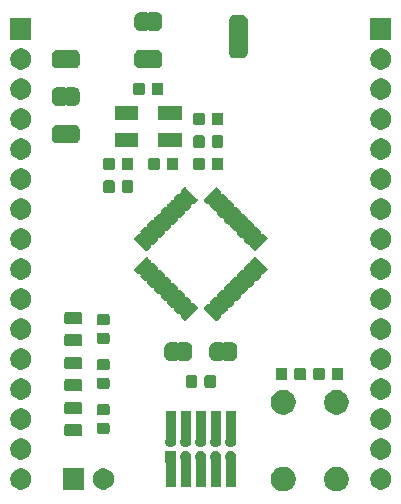
<source format=gbr>
G04 #@! TF.GenerationSoftware,KiCad,Pcbnew,(5.1.5)-3*
G04 #@! TF.CreationDate,2020-06-05T23:08:29+02:00*
G04 #@! TF.ProjectId,STM32F030K6Tx_Breakout,53544d33-3246-4303-9330-4b3654785f42,rev?*
G04 #@! TF.SameCoordinates,Original*
G04 #@! TF.FileFunction,Soldermask,Top*
G04 #@! TF.FilePolarity,Negative*
%FSLAX46Y46*%
G04 Gerber Fmt 4.6, Leading zero omitted, Abs format (unit mm)*
G04 Created by KiCad (PCBNEW (5.1.5)-3) date 2020-06-05 23:08:29*
%MOMM*%
%LPD*%
G04 APERTURE LIST*
%ADD10C,0.100000*%
G04 APERTURE END LIST*
D10*
G36*
X121011564Y-75189389D02*
G01*
X121202833Y-75268615D01*
X121202835Y-75268616D01*
X121374973Y-75383635D01*
X121521365Y-75530027D01*
X121585256Y-75625646D01*
X121636385Y-75702167D01*
X121715611Y-75893436D01*
X121756000Y-76096484D01*
X121756000Y-76303516D01*
X121715611Y-76506564D01*
X121665815Y-76626782D01*
X121636384Y-76697835D01*
X121521365Y-76869973D01*
X121374973Y-77016365D01*
X121202835Y-77131384D01*
X121202834Y-77131385D01*
X121202833Y-77131385D01*
X121011564Y-77210611D01*
X120808516Y-77251000D01*
X120601484Y-77251000D01*
X120398436Y-77210611D01*
X120207167Y-77131385D01*
X120207166Y-77131385D01*
X120207165Y-77131384D01*
X120035027Y-77016365D01*
X119888635Y-76869973D01*
X119773616Y-76697835D01*
X119744185Y-76626782D01*
X119694389Y-76506564D01*
X119654000Y-76303516D01*
X119654000Y-76096484D01*
X119694389Y-75893436D01*
X119773615Y-75702167D01*
X119824745Y-75625646D01*
X119888635Y-75530027D01*
X120035027Y-75383635D01*
X120207165Y-75268616D01*
X120207167Y-75268615D01*
X120398436Y-75189389D01*
X120601484Y-75149000D01*
X120808516Y-75149000D01*
X121011564Y-75189389D01*
G37*
G36*
X116511564Y-75189389D02*
G01*
X116702833Y-75268615D01*
X116702835Y-75268616D01*
X116874973Y-75383635D01*
X117021365Y-75530027D01*
X117085256Y-75625646D01*
X117136385Y-75702167D01*
X117215611Y-75893436D01*
X117256000Y-76096484D01*
X117256000Y-76303516D01*
X117215611Y-76506564D01*
X117165815Y-76626782D01*
X117136384Y-76697835D01*
X117021365Y-76869973D01*
X116874973Y-77016365D01*
X116702835Y-77131384D01*
X116702834Y-77131385D01*
X116702833Y-77131385D01*
X116511564Y-77210611D01*
X116308516Y-77251000D01*
X116101484Y-77251000D01*
X115898436Y-77210611D01*
X115707167Y-77131385D01*
X115707166Y-77131385D01*
X115707165Y-77131384D01*
X115535027Y-77016365D01*
X115388635Y-76869973D01*
X115273616Y-76697835D01*
X115244185Y-76626782D01*
X115194389Y-76506564D01*
X115154000Y-76303516D01*
X115154000Y-76096484D01*
X115194389Y-75893436D01*
X115273615Y-75702167D01*
X115324745Y-75625646D01*
X115388635Y-75530027D01*
X115535027Y-75383635D01*
X115707165Y-75268616D01*
X115707167Y-75268615D01*
X115898436Y-75189389D01*
X116101484Y-75149000D01*
X116308516Y-75149000D01*
X116511564Y-75189389D01*
G37*
G36*
X124573512Y-75303927D02*
G01*
X124722812Y-75333624D01*
X124886784Y-75401544D01*
X125034354Y-75500147D01*
X125159853Y-75625646D01*
X125258456Y-75773216D01*
X125326376Y-75937188D01*
X125361000Y-76111259D01*
X125361000Y-76288741D01*
X125326376Y-76462812D01*
X125258456Y-76626784D01*
X125159853Y-76774354D01*
X125034354Y-76899853D01*
X124886784Y-76998456D01*
X124722812Y-77066376D01*
X124573512Y-77096073D01*
X124548742Y-77101000D01*
X124371258Y-77101000D01*
X124346488Y-77096073D01*
X124197188Y-77066376D01*
X124033216Y-76998456D01*
X123885646Y-76899853D01*
X123760147Y-76774354D01*
X123661544Y-76626784D01*
X123593624Y-76462812D01*
X123559000Y-76288741D01*
X123559000Y-76111259D01*
X123593624Y-75937188D01*
X123661544Y-75773216D01*
X123760147Y-75625646D01*
X123885646Y-75500147D01*
X124033216Y-75401544D01*
X124197188Y-75333624D01*
X124346488Y-75303927D01*
X124371258Y-75299000D01*
X124548742Y-75299000D01*
X124573512Y-75303927D01*
G37*
G36*
X101078512Y-75303927D02*
G01*
X101227812Y-75333624D01*
X101391784Y-75401544D01*
X101539354Y-75500147D01*
X101664853Y-75625646D01*
X101763456Y-75773216D01*
X101831376Y-75937188D01*
X101866000Y-76111259D01*
X101866000Y-76288741D01*
X101831376Y-76462812D01*
X101763456Y-76626784D01*
X101664853Y-76774354D01*
X101539354Y-76899853D01*
X101391784Y-76998456D01*
X101227812Y-77066376D01*
X101078512Y-77096073D01*
X101053742Y-77101000D01*
X100876258Y-77101000D01*
X100851488Y-77096073D01*
X100702188Y-77066376D01*
X100538216Y-76998456D01*
X100390646Y-76899853D01*
X100265147Y-76774354D01*
X100166544Y-76626784D01*
X100098624Y-76462812D01*
X100064000Y-76288741D01*
X100064000Y-76111259D01*
X100098624Y-75937188D01*
X100166544Y-75773216D01*
X100265147Y-75625646D01*
X100390646Y-75500147D01*
X100538216Y-75401544D01*
X100702188Y-75333624D01*
X100851488Y-75303927D01*
X100876258Y-75299000D01*
X101053742Y-75299000D01*
X101078512Y-75303927D01*
G37*
G36*
X99326000Y-77101000D02*
G01*
X97524000Y-77101000D01*
X97524000Y-75299000D01*
X99326000Y-75299000D01*
X99326000Y-77101000D01*
G37*
G36*
X94093512Y-75303927D02*
G01*
X94242812Y-75333624D01*
X94406784Y-75401544D01*
X94554354Y-75500147D01*
X94679853Y-75625646D01*
X94778456Y-75773216D01*
X94846376Y-75937188D01*
X94881000Y-76111259D01*
X94881000Y-76288741D01*
X94846376Y-76462812D01*
X94778456Y-76626784D01*
X94679853Y-76774354D01*
X94554354Y-76899853D01*
X94406784Y-76998456D01*
X94242812Y-77066376D01*
X94093512Y-77096073D01*
X94068742Y-77101000D01*
X93891258Y-77101000D01*
X93866488Y-77096073D01*
X93717188Y-77066376D01*
X93553216Y-76998456D01*
X93405646Y-76899853D01*
X93280147Y-76774354D01*
X93181544Y-76626784D01*
X93113624Y-76462812D01*
X93079000Y-76288741D01*
X93079000Y-76111259D01*
X93113624Y-75937188D01*
X93181544Y-75773216D01*
X93280147Y-75625646D01*
X93405646Y-75500147D01*
X93553216Y-75401544D01*
X93717188Y-75333624D01*
X93866488Y-75303927D01*
X93891258Y-75299000D01*
X94068742Y-75299000D01*
X94093512Y-75303927D01*
G37*
G36*
X107156000Y-74792520D02*
G01*
X107137611Y-74807611D01*
X107122066Y-74826553D01*
X107110515Y-74848164D01*
X107103402Y-74871613D01*
X107101000Y-74895999D01*
X107101000Y-76861000D01*
X106259000Y-76861000D01*
X106259000Y-74895999D01*
X106256598Y-74871613D01*
X106249485Y-74848164D01*
X106237934Y-74826553D01*
X106222389Y-74807611D01*
X106204000Y-74792520D01*
X106204000Y-73819000D01*
X107156000Y-73819000D01*
X107156000Y-74792520D01*
G37*
G36*
X108088843Y-73837292D02*
G01*
X108139588Y-73858311D01*
X108175470Y-73873174D01*
X108253432Y-73925267D01*
X108319733Y-73991568D01*
X108371826Y-74069530D01*
X108386689Y-74105412D01*
X108407708Y-74156157D01*
X108426000Y-74248117D01*
X108426000Y-74341883D01*
X108422426Y-74359852D01*
X108407707Y-74433844D01*
X108380513Y-74499497D01*
X108373402Y-74522940D01*
X108371000Y-74547327D01*
X108371000Y-76861000D01*
X107529000Y-76861000D01*
X107529000Y-74547327D01*
X107526598Y-74522941D01*
X107519487Y-74499497D01*
X107492293Y-74433844D01*
X107477575Y-74359852D01*
X107474000Y-74341883D01*
X107474000Y-74248117D01*
X107492292Y-74156157D01*
X107513311Y-74105412D01*
X107528174Y-74069530D01*
X107580267Y-73991568D01*
X107646568Y-73925267D01*
X107724530Y-73873174D01*
X107760412Y-73858311D01*
X107811157Y-73837292D01*
X107903117Y-73819000D01*
X107996883Y-73819000D01*
X108088843Y-73837292D01*
G37*
G36*
X109358843Y-73837292D02*
G01*
X109409588Y-73858311D01*
X109445470Y-73873174D01*
X109523432Y-73925267D01*
X109589733Y-73991568D01*
X109641826Y-74069530D01*
X109656689Y-74105412D01*
X109677708Y-74156157D01*
X109696000Y-74248117D01*
X109696000Y-74341883D01*
X109692426Y-74359852D01*
X109677707Y-74433844D01*
X109650513Y-74499497D01*
X109643402Y-74522940D01*
X109641000Y-74547327D01*
X109641000Y-76861000D01*
X108799000Y-76861000D01*
X108799000Y-74547327D01*
X108796598Y-74522941D01*
X108789487Y-74499497D01*
X108762293Y-74433844D01*
X108747575Y-74359852D01*
X108744000Y-74341883D01*
X108744000Y-74248117D01*
X108762292Y-74156157D01*
X108783311Y-74105412D01*
X108798174Y-74069530D01*
X108850267Y-73991568D01*
X108916568Y-73925267D01*
X108994530Y-73873174D01*
X109030412Y-73858311D01*
X109081157Y-73837292D01*
X109173117Y-73819000D01*
X109266883Y-73819000D01*
X109358843Y-73837292D01*
G37*
G36*
X111898843Y-73837292D02*
G01*
X111949588Y-73858311D01*
X111985470Y-73873174D01*
X112063432Y-73925267D01*
X112129733Y-73991568D01*
X112181826Y-74069530D01*
X112196689Y-74105412D01*
X112217708Y-74156157D01*
X112236000Y-74248117D01*
X112236000Y-74341883D01*
X112232426Y-74359852D01*
X112217707Y-74433844D01*
X112190513Y-74499497D01*
X112183402Y-74522940D01*
X112181000Y-74547327D01*
X112181000Y-76861000D01*
X111339000Y-76861000D01*
X111339000Y-74547327D01*
X111336598Y-74522941D01*
X111329487Y-74499497D01*
X111302293Y-74433844D01*
X111287575Y-74359852D01*
X111284000Y-74341883D01*
X111284000Y-74248117D01*
X111302292Y-74156157D01*
X111323311Y-74105412D01*
X111338174Y-74069530D01*
X111390267Y-73991568D01*
X111456568Y-73925267D01*
X111534530Y-73873174D01*
X111570412Y-73858311D01*
X111621157Y-73837292D01*
X111713117Y-73819000D01*
X111806883Y-73819000D01*
X111898843Y-73837292D01*
G37*
G36*
X110628843Y-73837292D02*
G01*
X110679588Y-73858311D01*
X110715470Y-73873174D01*
X110793432Y-73925267D01*
X110859733Y-73991568D01*
X110911826Y-74069530D01*
X110926689Y-74105412D01*
X110947708Y-74156157D01*
X110966000Y-74248117D01*
X110966000Y-74341883D01*
X110962426Y-74359852D01*
X110947707Y-74433844D01*
X110920513Y-74499497D01*
X110913402Y-74522940D01*
X110911000Y-74547327D01*
X110911000Y-76861000D01*
X110069000Y-76861000D01*
X110069000Y-74547327D01*
X110066598Y-74522941D01*
X110059487Y-74499497D01*
X110032293Y-74433844D01*
X110017575Y-74359852D01*
X110014000Y-74341883D01*
X110014000Y-74248117D01*
X110032292Y-74156157D01*
X110053311Y-74105412D01*
X110068174Y-74069530D01*
X110120267Y-73991568D01*
X110186568Y-73925267D01*
X110264530Y-73873174D01*
X110300412Y-73858311D01*
X110351157Y-73837292D01*
X110443117Y-73819000D01*
X110536883Y-73819000D01*
X110628843Y-73837292D01*
G37*
G36*
X94093512Y-72763927D02*
G01*
X94242812Y-72793624D01*
X94406784Y-72861544D01*
X94554354Y-72960147D01*
X94679853Y-73085646D01*
X94778456Y-73233216D01*
X94846376Y-73397188D01*
X94881000Y-73571259D01*
X94881000Y-73748741D01*
X94846376Y-73922812D01*
X94778456Y-74086784D01*
X94679853Y-74234354D01*
X94554354Y-74359853D01*
X94406784Y-74458456D01*
X94242812Y-74526376D01*
X94093512Y-74556073D01*
X94068742Y-74561000D01*
X93891258Y-74561000D01*
X93866488Y-74556073D01*
X93717188Y-74526376D01*
X93553216Y-74458456D01*
X93405646Y-74359853D01*
X93280147Y-74234354D01*
X93181544Y-74086784D01*
X93113624Y-73922812D01*
X93079000Y-73748741D01*
X93079000Y-73571259D01*
X93113624Y-73397188D01*
X93181544Y-73233216D01*
X93280147Y-73085646D01*
X93405646Y-72960147D01*
X93553216Y-72861544D01*
X93717188Y-72793624D01*
X93866488Y-72763927D01*
X93891258Y-72759000D01*
X94068742Y-72759000D01*
X94093512Y-72763927D01*
G37*
G36*
X124573512Y-72763927D02*
G01*
X124722812Y-72793624D01*
X124886784Y-72861544D01*
X125034354Y-72960147D01*
X125159853Y-73085646D01*
X125258456Y-73233216D01*
X125326376Y-73397188D01*
X125361000Y-73571259D01*
X125361000Y-73748741D01*
X125326376Y-73922812D01*
X125258456Y-74086784D01*
X125159853Y-74234354D01*
X125034354Y-74359853D01*
X124886784Y-74458456D01*
X124722812Y-74526376D01*
X124573512Y-74556073D01*
X124548742Y-74561000D01*
X124371258Y-74561000D01*
X124346488Y-74556073D01*
X124197188Y-74526376D01*
X124033216Y-74458456D01*
X123885646Y-74359853D01*
X123760147Y-74234354D01*
X123661544Y-74086784D01*
X123593624Y-73922812D01*
X123559000Y-73748741D01*
X123559000Y-73571259D01*
X123593624Y-73397188D01*
X123661544Y-73233216D01*
X123760147Y-73085646D01*
X123885646Y-72960147D01*
X124033216Y-72861544D01*
X124197188Y-72793624D01*
X124346488Y-72763927D01*
X124371258Y-72759000D01*
X124548742Y-72759000D01*
X124573512Y-72763927D01*
G37*
G36*
X110911000Y-72772673D02*
G01*
X110913402Y-72797059D01*
X110920513Y-72820503D01*
X110947707Y-72886156D01*
X110947708Y-72886159D01*
X110966000Y-72978117D01*
X110966000Y-73071883D01*
X110947708Y-73163843D01*
X110926689Y-73214588D01*
X110911826Y-73250470D01*
X110859733Y-73328432D01*
X110793432Y-73394733D01*
X110715470Y-73446826D01*
X110679588Y-73461689D01*
X110628843Y-73482708D01*
X110536883Y-73501000D01*
X110443117Y-73501000D01*
X110351157Y-73482708D01*
X110300412Y-73461689D01*
X110264530Y-73446826D01*
X110186568Y-73394733D01*
X110120267Y-73328432D01*
X110068174Y-73250470D01*
X110053311Y-73214588D01*
X110032292Y-73163843D01*
X110014000Y-73071883D01*
X110014000Y-72978117D01*
X110032292Y-72886159D01*
X110032293Y-72886156D01*
X110059487Y-72820503D01*
X110066598Y-72797060D01*
X110069000Y-72772673D01*
X110069000Y-70459000D01*
X110911000Y-70459000D01*
X110911000Y-72772673D01*
G37*
G36*
X112181000Y-72772673D02*
G01*
X112183402Y-72797059D01*
X112190513Y-72820503D01*
X112217707Y-72886156D01*
X112217708Y-72886159D01*
X112236000Y-72978117D01*
X112236000Y-73071883D01*
X112217708Y-73163843D01*
X112196689Y-73214588D01*
X112181826Y-73250470D01*
X112129733Y-73328432D01*
X112063432Y-73394733D01*
X111985470Y-73446826D01*
X111949588Y-73461689D01*
X111898843Y-73482708D01*
X111806883Y-73501000D01*
X111713117Y-73501000D01*
X111621157Y-73482708D01*
X111570412Y-73461689D01*
X111534530Y-73446826D01*
X111456568Y-73394733D01*
X111390267Y-73328432D01*
X111338174Y-73250470D01*
X111323311Y-73214588D01*
X111302292Y-73163843D01*
X111284000Y-73071883D01*
X111284000Y-72978117D01*
X111302292Y-72886159D01*
X111302293Y-72886156D01*
X111329487Y-72820503D01*
X111336598Y-72797060D01*
X111339000Y-72772673D01*
X111339000Y-70459000D01*
X112181000Y-70459000D01*
X112181000Y-72772673D01*
G37*
G36*
X108371000Y-72772673D02*
G01*
X108373402Y-72797059D01*
X108380513Y-72820503D01*
X108407707Y-72886156D01*
X108407708Y-72886159D01*
X108426000Y-72978117D01*
X108426000Y-73071883D01*
X108407708Y-73163843D01*
X108386689Y-73214588D01*
X108371826Y-73250470D01*
X108319733Y-73328432D01*
X108253432Y-73394733D01*
X108175470Y-73446826D01*
X108139588Y-73461689D01*
X108088843Y-73482708D01*
X107996883Y-73501000D01*
X107903117Y-73501000D01*
X107811157Y-73482708D01*
X107760412Y-73461689D01*
X107724530Y-73446826D01*
X107646568Y-73394733D01*
X107580267Y-73328432D01*
X107528174Y-73250470D01*
X107513311Y-73214588D01*
X107492292Y-73163843D01*
X107474000Y-73071883D01*
X107474000Y-72978117D01*
X107492292Y-72886159D01*
X107492293Y-72886156D01*
X107519487Y-72820503D01*
X107526598Y-72797060D01*
X107529000Y-72772673D01*
X107529000Y-70459000D01*
X108371000Y-70459000D01*
X108371000Y-72772673D01*
G37*
G36*
X107101000Y-72772673D02*
G01*
X107103402Y-72797059D01*
X107110513Y-72820503D01*
X107137707Y-72886156D01*
X107137708Y-72886159D01*
X107156000Y-72978117D01*
X107156000Y-73071883D01*
X107137708Y-73163843D01*
X107116689Y-73214588D01*
X107101826Y-73250470D01*
X107049733Y-73328432D01*
X106983432Y-73394733D01*
X106905470Y-73446826D01*
X106869588Y-73461689D01*
X106818843Y-73482708D01*
X106726883Y-73501000D01*
X106633117Y-73501000D01*
X106541157Y-73482708D01*
X106490412Y-73461689D01*
X106454530Y-73446826D01*
X106376568Y-73394733D01*
X106310267Y-73328432D01*
X106258174Y-73250470D01*
X106243311Y-73214588D01*
X106222292Y-73163843D01*
X106204000Y-73071883D01*
X106204000Y-72978117D01*
X106222292Y-72886159D01*
X106222293Y-72886156D01*
X106249487Y-72820503D01*
X106256598Y-72797060D01*
X106259000Y-72772673D01*
X106259000Y-70459000D01*
X107101000Y-70459000D01*
X107101000Y-72772673D01*
G37*
G36*
X109641000Y-72772673D02*
G01*
X109643402Y-72797059D01*
X109650513Y-72820503D01*
X109677707Y-72886156D01*
X109677708Y-72886159D01*
X109696000Y-72978117D01*
X109696000Y-73071883D01*
X109677708Y-73163843D01*
X109656689Y-73214588D01*
X109641826Y-73250470D01*
X109589733Y-73328432D01*
X109523432Y-73394733D01*
X109445470Y-73446826D01*
X109409588Y-73461689D01*
X109358843Y-73482708D01*
X109266883Y-73501000D01*
X109173117Y-73501000D01*
X109081157Y-73482708D01*
X109030412Y-73461689D01*
X108994530Y-73446826D01*
X108916568Y-73394733D01*
X108850267Y-73328432D01*
X108798174Y-73250470D01*
X108783311Y-73214588D01*
X108762292Y-73163843D01*
X108744000Y-73071883D01*
X108744000Y-72978117D01*
X108762292Y-72886159D01*
X108762293Y-72886156D01*
X108789487Y-72820503D01*
X108796598Y-72797060D01*
X108799000Y-72772673D01*
X108799000Y-70459000D01*
X109641000Y-70459000D01*
X109641000Y-72772673D01*
G37*
G36*
X99009468Y-71523565D02*
G01*
X99048138Y-71535296D01*
X99083777Y-71554346D01*
X99115017Y-71579983D01*
X99140654Y-71611223D01*
X99159704Y-71646862D01*
X99171435Y-71685532D01*
X99176000Y-71731888D01*
X99176000Y-72383112D01*
X99171435Y-72429468D01*
X99159704Y-72468138D01*
X99140654Y-72503777D01*
X99115017Y-72535017D01*
X99083777Y-72560654D01*
X99048138Y-72579704D01*
X99009468Y-72591435D01*
X98963112Y-72596000D01*
X97886888Y-72596000D01*
X97840532Y-72591435D01*
X97801862Y-72579704D01*
X97766223Y-72560654D01*
X97734983Y-72535017D01*
X97709346Y-72503777D01*
X97690296Y-72468138D01*
X97678565Y-72429468D01*
X97674000Y-72383112D01*
X97674000Y-71731888D01*
X97678565Y-71685532D01*
X97690296Y-71646862D01*
X97709346Y-71611223D01*
X97734983Y-71579983D01*
X97766223Y-71554346D01*
X97801862Y-71535296D01*
X97840532Y-71523565D01*
X97886888Y-71519000D01*
X98963112Y-71519000D01*
X99009468Y-71523565D01*
G37*
G36*
X101344591Y-71423085D02*
G01*
X101378569Y-71433393D01*
X101409890Y-71450134D01*
X101437339Y-71472661D01*
X101459866Y-71500110D01*
X101476607Y-71531431D01*
X101486915Y-71565409D01*
X101491000Y-71606890D01*
X101491000Y-72208110D01*
X101486915Y-72249591D01*
X101476607Y-72283569D01*
X101459866Y-72314890D01*
X101437339Y-72342339D01*
X101409890Y-72364866D01*
X101378569Y-72381607D01*
X101344591Y-72391915D01*
X101303110Y-72396000D01*
X100626890Y-72396000D01*
X100585409Y-72391915D01*
X100551431Y-72381607D01*
X100520110Y-72364866D01*
X100492661Y-72342339D01*
X100470134Y-72314890D01*
X100453393Y-72283569D01*
X100443085Y-72249591D01*
X100439000Y-72208110D01*
X100439000Y-71606890D01*
X100443085Y-71565409D01*
X100453393Y-71531431D01*
X100470134Y-71500110D01*
X100492661Y-71472661D01*
X100520110Y-71450134D01*
X100551431Y-71433393D01*
X100585409Y-71423085D01*
X100626890Y-71419000D01*
X101303110Y-71419000D01*
X101344591Y-71423085D01*
G37*
G36*
X124573512Y-70223927D02*
G01*
X124722812Y-70253624D01*
X124886784Y-70321544D01*
X125034354Y-70420147D01*
X125159853Y-70545646D01*
X125258456Y-70693216D01*
X125326376Y-70857188D01*
X125361000Y-71031259D01*
X125361000Y-71208741D01*
X125326376Y-71382812D01*
X125258456Y-71546784D01*
X125159853Y-71694354D01*
X125034354Y-71819853D01*
X124886784Y-71918456D01*
X124722812Y-71986376D01*
X124573512Y-72016073D01*
X124548742Y-72021000D01*
X124371258Y-72021000D01*
X124346488Y-72016073D01*
X124197188Y-71986376D01*
X124033216Y-71918456D01*
X123885646Y-71819853D01*
X123760147Y-71694354D01*
X123661544Y-71546784D01*
X123593624Y-71382812D01*
X123559000Y-71208741D01*
X123559000Y-71031259D01*
X123593624Y-70857188D01*
X123661544Y-70693216D01*
X123760147Y-70545646D01*
X123885646Y-70420147D01*
X124033216Y-70321544D01*
X124197188Y-70253624D01*
X124346488Y-70223927D01*
X124371258Y-70219000D01*
X124548742Y-70219000D01*
X124573512Y-70223927D01*
G37*
G36*
X94093512Y-70223927D02*
G01*
X94242812Y-70253624D01*
X94406784Y-70321544D01*
X94554354Y-70420147D01*
X94679853Y-70545646D01*
X94778456Y-70693216D01*
X94846376Y-70857188D01*
X94881000Y-71031259D01*
X94881000Y-71208741D01*
X94846376Y-71382812D01*
X94778456Y-71546784D01*
X94679853Y-71694354D01*
X94554354Y-71819853D01*
X94406784Y-71918456D01*
X94242812Y-71986376D01*
X94093512Y-72016073D01*
X94068742Y-72021000D01*
X93891258Y-72021000D01*
X93866488Y-72016073D01*
X93717188Y-71986376D01*
X93553216Y-71918456D01*
X93405646Y-71819853D01*
X93280147Y-71694354D01*
X93181544Y-71546784D01*
X93113624Y-71382812D01*
X93079000Y-71208741D01*
X93079000Y-71031259D01*
X93113624Y-70857188D01*
X93181544Y-70693216D01*
X93280147Y-70545646D01*
X93405646Y-70420147D01*
X93553216Y-70321544D01*
X93717188Y-70253624D01*
X93866488Y-70223927D01*
X93891258Y-70219000D01*
X94068742Y-70219000D01*
X94093512Y-70223927D01*
G37*
G36*
X101344591Y-69848085D02*
G01*
X101378569Y-69858393D01*
X101409890Y-69875134D01*
X101437339Y-69897661D01*
X101459866Y-69925110D01*
X101476607Y-69956431D01*
X101486915Y-69990409D01*
X101491000Y-70031890D01*
X101491000Y-70633110D01*
X101486915Y-70674591D01*
X101476607Y-70708569D01*
X101459866Y-70739890D01*
X101437339Y-70767339D01*
X101409890Y-70789866D01*
X101378569Y-70806607D01*
X101344591Y-70816915D01*
X101303110Y-70821000D01*
X100626890Y-70821000D01*
X100585409Y-70816915D01*
X100551431Y-70806607D01*
X100520110Y-70789866D01*
X100492661Y-70767339D01*
X100470134Y-70739890D01*
X100453393Y-70708569D01*
X100443085Y-70674591D01*
X100439000Y-70633110D01*
X100439000Y-70031890D01*
X100443085Y-69990409D01*
X100453393Y-69956431D01*
X100470134Y-69925110D01*
X100492661Y-69897661D01*
X100520110Y-69875134D01*
X100551431Y-69858393D01*
X100585409Y-69848085D01*
X100626890Y-69844000D01*
X101303110Y-69844000D01*
X101344591Y-69848085D01*
G37*
G36*
X116511564Y-68689389D02*
G01*
X116702833Y-68768615D01*
X116702835Y-68768616D01*
X116874973Y-68883635D01*
X117021365Y-69030027D01*
X117104438Y-69154354D01*
X117136385Y-69202167D01*
X117215611Y-69393436D01*
X117256000Y-69596484D01*
X117256000Y-69803516D01*
X117215611Y-70006564D01*
X117136385Y-70197833D01*
X117136384Y-70197835D01*
X117021365Y-70369973D01*
X116874973Y-70516365D01*
X116702835Y-70631384D01*
X116702834Y-70631385D01*
X116702833Y-70631385D01*
X116511564Y-70710611D01*
X116308516Y-70751000D01*
X116101484Y-70751000D01*
X115898436Y-70710611D01*
X115707167Y-70631385D01*
X115707166Y-70631385D01*
X115707165Y-70631384D01*
X115535027Y-70516365D01*
X115388635Y-70369973D01*
X115273616Y-70197835D01*
X115273615Y-70197833D01*
X115194389Y-70006564D01*
X115154000Y-69803516D01*
X115154000Y-69596484D01*
X115194389Y-69393436D01*
X115273615Y-69202167D01*
X115305563Y-69154354D01*
X115388635Y-69030027D01*
X115535027Y-68883635D01*
X115707165Y-68768616D01*
X115707167Y-68768615D01*
X115898436Y-68689389D01*
X116101484Y-68649000D01*
X116308516Y-68649000D01*
X116511564Y-68689389D01*
G37*
G36*
X121011564Y-68689389D02*
G01*
X121202833Y-68768615D01*
X121202835Y-68768616D01*
X121374973Y-68883635D01*
X121521365Y-69030027D01*
X121604438Y-69154354D01*
X121636385Y-69202167D01*
X121715611Y-69393436D01*
X121756000Y-69596484D01*
X121756000Y-69803516D01*
X121715611Y-70006564D01*
X121636385Y-70197833D01*
X121636384Y-70197835D01*
X121521365Y-70369973D01*
X121374973Y-70516365D01*
X121202835Y-70631384D01*
X121202834Y-70631385D01*
X121202833Y-70631385D01*
X121011564Y-70710611D01*
X120808516Y-70751000D01*
X120601484Y-70751000D01*
X120398436Y-70710611D01*
X120207167Y-70631385D01*
X120207166Y-70631385D01*
X120207165Y-70631384D01*
X120035027Y-70516365D01*
X119888635Y-70369973D01*
X119773616Y-70197835D01*
X119773615Y-70197833D01*
X119694389Y-70006564D01*
X119654000Y-69803516D01*
X119654000Y-69596484D01*
X119694389Y-69393436D01*
X119773615Y-69202167D01*
X119805563Y-69154354D01*
X119888635Y-69030027D01*
X120035027Y-68883635D01*
X120207165Y-68768616D01*
X120207167Y-68768615D01*
X120398436Y-68689389D01*
X120601484Y-68649000D01*
X120808516Y-68649000D01*
X121011564Y-68689389D01*
G37*
G36*
X99009468Y-69648565D02*
G01*
X99048138Y-69660296D01*
X99083777Y-69679346D01*
X99115017Y-69704983D01*
X99140654Y-69736223D01*
X99159704Y-69771862D01*
X99171435Y-69810532D01*
X99176000Y-69856888D01*
X99176000Y-70508112D01*
X99171435Y-70554468D01*
X99159704Y-70593138D01*
X99140654Y-70628777D01*
X99115017Y-70660017D01*
X99083777Y-70685654D01*
X99048138Y-70704704D01*
X99009468Y-70716435D01*
X98963112Y-70721000D01*
X97886888Y-70721000D01*
X97840532Y-70716435D01*
X97801862Y-70704704D01*
X97766223Y-70685654D01*
X97734983Y-70660017D01*
X97709346Y-70628777D01*
X97690296Y-70593138D01*
X97678565Y-70554468D01*
X97674000Y-70508112D01*
X97674000Y-69856888D01*
X97678565Y-69810532D01*
X97690296Y-69771862D01*
X97709346Y-69736223D01*
X97734983Y-69704983D01*
X97766223Y-69679346D01*
X97801862Y-69660296D01*
X97840532Y-69648565D01*
X97886888Y-69644000D01*
X98963112Y-69644000D01*
X99009468Y-69648565D01*
G37*
G36*
X124573512Y-67683927D02*
G01*
X124722812Y-67713624D01*
X124886784Y-67781544D01*
X125034354Y-67880147D01*
X125159853Y-68005646D01*
X125258456Y-68153216D01*
X125326376Y-68317188D01*
X125361000Y-68491259D01*
X125361000Y-68668741D01*
X125326376Y-68842812D01*
X125258456Y-69006784D01*
X125159853Y-69154354D01*
X125034354Y-69279853D01*
X124886784Y-69378456D01*
X124722812Y-69446376D01*
X124573512Y-69476073D01*
X124548742Y-69481000D01*
X124371258Y-69481000D01*
X124346488Y-69476073D01*
X124197188Y-69446376D01*
X124033216Y-69378456D01*
X123885646Y-69279853D01*
X123760147Y-69154354D01*
X123661544Y-69006784D01*
X123593624Y-68842812D01*
X123559000Y-68668741D01*
X123559000Y-68491259D01*
X123593624Y-68317188D01*
X123661544Y-68153216D01*
X123760147Y-68005646D01*
X123885646Y-67880147D01*
X124033216Y-67781544D01*
X124197188Y-67713624D01*
X124346488Y-67683927D01*
X124371258Y-67679000D01*
X124548742Y-67679000D01*
X124573512Y-67683927D01*
G37*
G36*
X94093512Y-67683927D02*
G01*
X94242812Y-67713624D01*
X94406784Y-67781544D01*
X94554354Y-67880147D01*
X94679853Y-68005646D01*
X94778456Y-68153216D01*
X94846376Y-68317188D01*
X94881000Y-68491259D01*
X94881000Y-68668741D01*
X94846376Y-68842812D01*
X94778456Y-69006784D01*
X94679853Y-69154354D01*
X94554354Y-69279853D01*
X94406784Y-69378456D01*
X94242812Y-69446376D01*
X94093512Y-69476073D01*
X94068742Y-69481000D01*
X93891258Y-69481000D01*
X93866488Y-69476073D01*
X93717188Y-69446376D01*
X93553216Y-69378456D01*
X93405646Y-69279853D01*
X93280147Y-69154354D01*
X93181544Y-69006784D01*
X93113624Y-68842812D01*
X93079000Y-68668741D01*
X93079000Y-68491259D01*
X93113624Y-68317188D01*
X93181544Y-68153216D01*
X93280147Y-68005646D01*
X93405646Y-67880147D01*
X93553216Y-67781544D01*
X93717188Y-67713624D01*
X93866488Y-67683927D01*
X93891258Y-67679000D01*
X94068742Y-67679000D01*
X94093512Y-67683927D01*
G37*
G36*
X99009468Y-67713565D02*
G01*
X99048138Y-67725296D01*
X99083777Y-67744346D01*
X99115017Y-67769983D01*
X99140654Y-67801223D01*
X99159704Y-67836862D01*
X99171435Y-67875532D01*
X99176000Y-67921888D01*
X99176000Y-68573112D01*
X99171435Y-68619468D01*
X99159704Y-68658138D01*
X99140654Y-68693777D01*
X99115017Y-68725017D01*
X99083777Y-68750654D01*
X99048138Y-68769704D01*
X99009468Y-68781435D01*
X98963112Y-68786000D01*
X97886888Y-68786000D01*
X97840532Y-68781435D01*
X97801862Y-68769704D01*
X97766223Y-68750654D01*
X97734983Y-68725017D01*
X97709346Y-68693777D01*
X97690296Y-68658138D01*
X97678565Y-68619468D01*
X97674000Y-68573112D01*
X97674000Y-67921888D01*
X97678565Y-67875532D01*
X97690296Y-67836862D01*
X97709346Y-67801223D01*
X97734983Y-67769983D01*
X97766223Y-67744346D01*
X97801862Y-67725296D01*
X97840532Y-67713565D01*
X97886888Y-67709000D01*
X98963112Y-67709000D01*
X99009468Y-67713565D01*
G37*
G36*
X101344591Y-67613085D02*
G01*
X101378569Y-67623393D01*
X101409890Y-67640134D01*
X101437339Y-67662661D01*
X101459866Y-67690110D01*
X101476607Y-67721431D01*
X101486915Y-67755409D01*
X101491000Y-67796890D01*
X101491000Y-68398110D01*
X101486915Y-68439591D01*
X101476607Y-68473569D01*
X101459866Y-68504890D01*
X101437339Y-68532339D01*
X101409890Y-68554866D01*
X101378569Y-68571607D01*
X101344591Y-68581915D01*
X101303110Y-68586000D01*
X100626890Y-68586000D01*
X100585409Y-68581915D01*
X100551431Y-68571607D01*
X100520110Y-68554866D01*
X100492661Y-68532339D01*
X100470134Y-68504890D01*
X100453393Y-68473569D01*
X100443085Y-68439591D01*
X100439000Y-68398110D01*
X100439000Y-67796890D01*
X100443085Y-67755409D01*
X100453393Y-67721431D01*
X100470134Y-67690110D01*
X100492661Y-67662661D01*
X100520110Y-67640134D01*
X100551431Y-67623393D01*
X100585409Y-67613085D01*
X100626890Y-67609000D01*
X101303110Y-67609000D01*
X101344591Y-67613085D01*
G37*
G36*
X110349591Y-67423085D02*
G01*
X110383569Y-67433393D01*
X110414890Y-67450134D01*
X110442339Y-67472661D01*
X110464866Y-67500110D01*
X110481607Y-67531431D01*
X110491915Y-67565409D01*
X110496000Y-67606890D01*
X110496000Y-68283110D01*
X110491915Y-68324591D01*
X110481607Y-68358569D01*
X110464866Y-68389890D01*
X110442339Y-68417339D01*
X110414890Y-68439866D01*
X110383569Y-68456607D01*
X110349591Y-68466915D01*
X110308110Y-68471000D01*
X109706890Y-68471000D01*
X109665409Y-68466915D01*
X109631431Y-68456607D01*
X109600110Y-68439866D01*
X109572661Y-68417339D01*
X109550134Y-68389890D01*
X109533393Y-68358569D01*
X109523085Y-68324591D01*
X109519000Y-68283110D01*
X109519000Y-67606890D01*
X109523085Y-67565409D01*
X109533393Y-67531431D01*
X109550134Y-67500110D01*
X109572661Y-67472661D01*
X109600110Y-67450134D01*
X109631431Y-67433393D01*
X109665409Y-67423085D01*
X109706890Y-67419000D01*
X110308110Y-67419000D01*
X110349591Y-67423085D01*
G37*
G36*
X108774591Y-67423085D02*
G01*
X108808569Y-67433393D01*
X108839890Y-67450134D01*
X108867339Y-67472661D01*
X108889866Y-67500110D01*
X108906607Y-67531431D01*
X108916915Y-67565409D01*
X108921000Y-67606890D01*
X108921000Y-68283110D01*
X108916915Y-68324591D01*
X108906607Y-68358569D01*
X108889866Y-68389890D01*
X108867339Y-68417339D01*
X108839890Y-68439866D01*
X108808569Y-68456607D01*
X108774591Y-68466915D01*
X108733110Y-68471000D01*
X108131890Y-68471000D01*
X108090409Y-68466915D01*
X108056431Y-68456607D01*
X108025110Y-68439866D01*
X107997661Y-68417339D01*
X107975134Y-68389890D01*
X107958393Y-68358569D01*
X107948085Y-68324591D01*
X107944000Y-68283110D01*
X107944000Y-67606890D01*
X107948085Y-67565409D01*
X107958393Y-67531431D01*
X107975134Y-67500110D01*
X107997661Y-67472661D01*
X108025110Y-67450134D01*
X108056431Y-67433393D01*
X108090409Y-67423085D01*
X108131890Y-67419000D01*
X108733110Y-67419000D01*
X108774591Y-67423085D01*
G37*
G36*
X117969591Y-66788085D02*
G01*
X118003569Y-66798393D01*
X118034890Y-66815134D01*
X118062339Y-66837661D01*
X118084866Y-66865110D01*
X118101607Y-66896431D01*
X118111915Y-66930409D01*
X118116000Y-66971890D01*
X118116000Y-67648110D01*
X118111915Y-67689591D01*
X118101607Y-67723569D01*
X118084866Y-67754890D01*
X118062339Y-67782339D01*
X118034890Y-67804866D01*
X118003569Y-67821607D01*
X117969591Y-67831915D01*
X117928110Y-67836000D01*
X117326890Y-67836000D01*
X117285409Y-67831915D01*
X117251431Y-67821607D01*
X117220110Y-67804866D01*
X117192661Y-67782339D01*
X117170134Y-67754890D01*
X117153393Y-67723569D01*
X117143085Y-67689591D01*
X117139000Y-67648110D01*
X117139000Y-66971890D01*
X117143085Y-66930409D01*
X117153393Y-66896431D01*
X117170134Y-66865110D01*
X117192661Y-66837661D01*
X117220110Y-66815134D01*
X117251431Y-66798393D01*
X117285409Y-66788085D01*
X117326890Y-66784000D01*
X117928110Y-66784000D01*
X117969591Y-66788085D01*
G37*
G36*
X116394591Y-66788085D02*
G01*
X116428569Y-66798393D01*
X116459890Y-66815134D01*
X116487339Y-66837661D01*
X116509866Y-66865110D01*
X116526607Y-66896431D01*
X116536915Y-66930409D01*
X116541000Y-66971890D01*
X116541000Y-67648110D01*
X116536915Y-67689591D01*
X116526607Y-67723569D01*
X116509866Y-67754890D01*
X116487339Y-67782339D01*
X116459890Y-67804866D01*
X116428569Y-67821607D01*
X116394591Y-67831915D01*
X116353110Y-67836000D01*
X115751890Y-67836000D01*
X115710409Y-67831915D01*
X115676431Y-67821607D01*
X115645110Y-67804866D01*
X115617661Y-67782339D01*
X115595134Y-67754890D01*
X115578393Y-67723569D01*
X115568085Y-67689591D01*
X115564000Y-67648110D01*
X115564000Y-66971890D01*
X115568085Y-66930409D01*
X115578393Y-66896431D01*
X115595134Y-66865110D01*
X115617661Y-66837661D01*
X115645110Y-66815134D01*
X115676431Y-66798393D01*
X115710409Y-66788085D01*
X115751890Y-66784000D01*
X116353110Y-66784000D01*
X116394591Y-66788085D01*
G37*
G36*
X119569591Y-66788085D02*
G01*
X119603569Y-66798393D01*
X119634890Y-66815134D01*
X119662339Y-66837661D01*
X119684866Y-66865110D01*
X119701607Y-66896431D01*
X119711915Y-66930409D01*
X119716000Y-66971890D01*
X119716000Y-67648110D01*
X119711915Y-67689591D01*
X119701607Y-67723569D01*
X119684866Y-67754890D01*
X119662339Y-67782339D01*
X119634890Y-67804866D01*
X119603569Y-67821607D01*
X119569591Y-67831915D01*
X119528110Y-67836000D01*
X118926890Y-67836000D01*
X118885409Y-67831915D01*
X118851431Y-67821607D01*
X118820110Y-67804866D01*
X118792661Y-67782339D01*
X118770134Y-67754890D01*
X118753393Y-67723569D01*
X118743085Y-67689591D01*
X118739000Y-67648110D01*
X118739000Y-66971890D01*
X118743085Y-66930409D01*
X118753393Y-66896431D01*
X118770134Y-66865110D01*
X118792661Y-66837661D01*
X118820110Y-66815134D01*
X118851431Y-66798393D01*
X118885409Y-66788085D01*
X118926890Y-66784000D01*
X119528110Y-66784000D01*
X119569591Y-66788085D01*
G37*
G36*
X121144591Y-66788085D02*
G01*
X121178569Y-66798393D01*
X121209890Y-66815134D01*
X121237339Y-66837661D01*
X121259866Y-66865110D01*
X121276607Y-66896431D01*
X121286915Y-66930409D01*
X121291000Y-66971890D01*
X121291000Y-67648110D01*
X121286915Y-67689591D01*
X121276607Y-67723569D01*
X121259866Y-67754890D01*
X121237339Y-67782339D01*
X121209890Y-67804866D01*
X121178569Y-67821607D01*
X121144591Y-67831915D01*
X121103110Y-67836000D01*
X120501890Y-67836000D01*
X120460409Y-67831915D01*
X120426431Y-67821607D01*
X120395110Y-67804866D01*
X120367661Y-67782339D01*
X120345134Y-67754890D01*
X120328393Y-67723569D01*
X120318085Y-67689591D01*
X120314000Y-67648110D01*
X120314000Y-66971890D01*
X120318085Y-66930409D01*
X120328393Y-66896431D01*
X120345134Y-66865110D01*
X120367661Y-66837661D01*
X120395110Y-66815134D01*
X120426431Y-66798393D01*
X120460409Y-66788085D01*
X120501890Y-66784000D01*
X121103110Y-66784000D01*
X121144591Y-66788085D01*
G37*
G36*
X101344591Y-66038085D02*
G01*
X101378569Y-66048393D01*
X101409890Y-66065134D01*
X101437339Y-66087661D01*
X101459866Y-66115110D01*
X101476607Y-66146431D01*
X101486915Y-66180409D01*
X101491000Y-66221890D01*
X101491000Y-66823110D01*
X101486915Y-66864591D01*
X101476607Y-66898569D01*
X101459866Y-66929890D01*
X101437339Y-66957339D01*
X101409890Y-66979866D01*
X101378569Y-66996607D01*
X101344591Y-67006915D01*
X101303110Y-67011000D01*
X100626890Y-67011000D01*
X100585409Y-67006915D01*
X100551431Y-66996607D01*
X100520110Y-66979866D01*
X100492661Y-66957339D01*
X100470134Y-66929890D01*
X100453393Y-66898569D01*
X100443085Y-66864591D01*
X100439000Y-66823110D01*
X100439000Y-66221890D01*
X100443085Y-66180409D01*
X100453393Y-66146431D01*
X100470134Y-66115110D01*
X100492661Y-66087661D01*
X100520110Y-66065134D01*
X100551431Y-66048393D01*
X100585409Y-66038085D01*
X100626890Y-66034000D01*
X101303110Y-66034000D01*
X101344591Y-66038085D01*
G37*
G36*
X124573512Y-65143927D02*
G01*
X124722812Y-65173624D01*
X124886784Y-65241544D01*
X125034354Y-65340147D01*
X125159853Y-65465646D01*
X125258456Y-65613216D01*
X125326376Y-65777188D01*
X125361000Y-65951259D01*
X125361000Y-66128741D01*
X125326376Y-66302812D01*
X125258456Y-66466784D01*
X125159853Y-66614354D01*
X125034354Y-66739853D01*
X124886784Y-66838456D01*
X124722812Y-66906376D01*
X124580012Y-66934780D01*
X124548742Y-66941000D01*
X124371258Y-66941000D01*
X124339988Y-66934780D01*
X124197188Y-66906376D01*
X124033216Y-66838456D01*
X123885646Y-66739853D01*
X123760147Y-66614354D01*
X123661544Y-66466784D01*
X123593624Y-66302812D01*
X123559000Y-66128741D01*
X123559000Y-65951259D01*
X123593624Y-65777188D01*
X123661544Y-65613216D01*
X123760147Y-65465646D01*
X123885646Y-65340147D01*
X124033216Y-65241544D01*
X124197188Y-65173624D01*
X124346488Y-65143927D01*
X124371258Y-65139000D01*
X124548742Y-65139000D01*
X124573512Y-65143927D01*
G37*
G36*
X94093512Y-65143927D02*
G01*
X94242812Y-65173624D01*
X94406784Y-65241544D01*
X94554354Y-65340147D01*
X94679853Y-65465646D01*
X94778456Y-65613216D01*
X94846376Y-65777188D01*
X94881000Y-65951259D01*
X94881000Y-66128741D01*
X94846376Y-66302812D01*
X94778456Y-66466784D01*
X94679853Y-66614354D01*
X94554354Y-66739853D01*
X94406784Y-66838456D01*
X94242812Y-66906376D01*
X94100012Y-66934780D01*
X94068742Y-66941000D01*
X93891258Y-66941000D01*
X93859988Y-66934780D01*
X93717188Y-66906376D01*
X93553216Y-66838456D01*
X93405646Y-66739853D01*
X93280147Y-66614354D01*
X93181544Y-66466784D01*
X93113624Y-66302812D01*
X93079000Y-66128741D01*
X93079000Y-65951259D01*
X93113624Y-65777188D01*
X93181544Y-65613216D01*
X93280147Y-65465646D01*
X93405646Y-65340147D01*
X93553216Y-65241544D01*
X93717188Y-65173624D01*
X93866488Y-65143927D01*
X93891258Y-65139000D01*
X94068742Y-65139000D01*
X94093512Y-65143927D01*
G37*
G36*
X99009468Y-65838565D02*
G01*
X99048138Y-65850296D01*
X99083777Y-65869346D01*
X99115017Y-65894983D01*
X99140654Y-65926223D01*
X99159704Y-65961862D01*
X99171435Y-66000532D01*
X99176000Y-66046888D01*
X99176000Y-66698112D01*
X99171435Y-66744468D01*
X99159704Y-66783138D01*
X99140654Y-66818777D01*
X99115017Y-66850017D01*
X99083777Y-66875654D01*
X99048138Y-66894704D01*
X99009468Y-66906435D01*
X98963112Y-66911000D01*
X97886888Y-66911000D01*
X97840532Y-66906435D01*
X97801862Y-66894704D01*
X97766223Y-66875654D01*
X97734983Y-66850017D01*
X97709346Y-66818777D01*
X97690296Y-66783138D01*
X97678565Y-66744468D01*
X97674000Y-66698112D01*
X97674000Y-66046888D01*
X97678565Y-66000532D01*
X97690296Y-65961862D01*
X97709346Y-65926223D01*
X97734983Y-65894983D01*
X97766223Y-65869346D01*
X97801862Y-65850296D01*
X97840532Y-65838565D01*
X97886888Y-65834000D01*
X98963112Y-65834000D01*
X99009468Y-65838565D01*
G37*
G36*
X110984999Y-64604737D02*
G01*
X110994608Y-64607652D01*
X111003472Y-64612390D01*
X111011237Y-64618763D01*
X111021448Y-64631206D01*
X111028378Y-64641575D01*
X111045705Y-64658902D01*
X111066080Y-64672515D01*
X111088720Y-64681891D01*
X111112753Y-64686671D01*
X111137257Y-64686670D01*
X111161290Y-64681888D01*
X111183929Y-64672510D01*
X111204302Y-64658895D01*
X111221629Y-64641568D01*
X111228558Y-64631198D01*
X111238763Y-64618763D01*
X111246528Y-64612390D01*
X111255392Y-64607652D01*
X111265001Y-64604737D01*
X111281140Y-64603148D01*
X111768861Y-64603148D01*
X111787199Y-64604954D01*
X111799450Y-64605556D01*
X111817869Y-64605556D01*
X111840149Y-64607750D01*
X111924233Y-64624476D01*
X111945660Y-64630976D01*
X112024858Y-64663780D01*
X112030303Y-64666691D01*
X112030309Y-64666693D01*
X112039169Y-64671429D01*
X112039173Y-64671432D01*
X112044614Y-64674340D01*
X112115899Y-64721971D01*
X112133204Y-64736172D01*
X112193828Y-64796796D01*
X112208029Y-64814101D01*
X112255660Y-64885386D01*
X112258568Y-64890827D01*
X112258571Y-64890831D01*
X112263307Y-64899691D01*
X112263309Y-64899697D01*
X112266220Y-64905142D01*
X112299024Y-64984340D01*
X112305524Y-65005767D01*
X112322250Y-65089851D01*
X112324444Y-65112131D01*
X112324444Y-65130550D01*
X112325046Y-65142801D01*
X112326852Y-65161139D01*
X112326852Y-65648862D01*
X112325046Y-65667199D01*
X112324444Y-65679450D01*
X112324444Y-65697869D01*
X112322250Y-65720149D01*
X112305524Y-65804233D01*
X112299024Y-65825660D01*
X112266220Y-65904858D01*
X112263309Y-65910303D01*
X112263307Y-65910309D01*
X112258571Y-65919169D01*
X112258568Y-65919173D01*
X112255660Y-65924614D01*
X112208029Y-65995899D01*
X112193828Y-66013204D01*
X112133204Y-66073828D01*
X112115899Y-66088029D01*
X112044614Y-66135660D01*
X112039173Y-66138568D01*
X112039169Y-66138571D01*
X112030309Y-66143307D01*
X112030303Y-66143309D01*
X112024858Y-66146220D01*
X111945660Y-66179024D01*
X111924233Y-66185524D01*
X111840149Y-66202250D01*
X111817869Y-66204444D01*
X111799450Y-66204444D01*
X111787199Y-66205046D01*
X111768862Y-66206852D01*
X111281140Y-66206852D01*
X111265001Y-66205263D01*
X111255392Y-66202348D01*
X111246528Y-66197610D01*
X111238763Y-66191237D01*
X111228552Y-66178794D01*
X111221622Y-66168425D01*
X111204295Y-66151098D01*
X111183920Y-66137485D01*
X111161280Y-66128109D01*
X111137247Y-66123329D01*
X111112743Y-66123330D01*
X111088710Y-66128112D01*
X111066071Y-66137490D01*
X111045698Y-66151105D01*
X111028371Y-66168432D01*
X111021442Y-66178802D01*
X111011237Y-66191237D01*
X111003472Y-66197610D01*
X110994608Y-66202348D01*
X110984999Y-66205263D01*
X110968860Y-66206852D01*
X110481138Y-66206852D01*
X110462801Y-66205046D01*
X110450550Y-66204444D01*
X110432131Y-66204444D01*
X110409851Y-66202250D01*
X110325767Y-66185524D01*
X110304340Y-66179024D01*
X110225142Y-66146220D01*
X110219697Y-66143309D01*
X110219691Y-66143307D01*
X110210831Y-66138571D01*
X110210827Y-66138568D01*
X110205386Y-66135660D01*
X110134101Y-66088029D01*
X110116796Y-66073828D01*
X110056172Y-66013204D01*
X110041971Y-65995899D01*
X109994340Y-65924614D01*
X109991432Y-65919173D01*
X109991429Y-65919169D01*
X109986693Y-65910309D01*
X109986691Y-65910303D01*
X109983780Y-65904858D01*
X109950976Y-65825660D01*
X109944476Y-65804233D01*
X109927750Y-65720149D01*
X109925556Y-65697869D01*
X109925556Y-65679450D01*
X109924954Y-65667199D01*
X109923148Y-65648862D01*
X109923148Y-65161139D01*
X109924954Y-65142801D01*
X109925556Y-65130550D01*
X109925556Y-65112131D01*
X109927750Y-65089851D01*
X109944476Y-65005767D01*
X109950976Y-64984340D01*
X109983780Y-64905142D01*
X109986691Y-64899697D01*
X109986693Y-64899691D01*
X109991429Y-64890831D01*
X109991432Y-64890827D01*
X109994340Y-64885386D01*
X110041971Y-64814101D01*
X110056172Y-64796796D01*
X110116796Y-64736172D01*
X110134101Y-64721971D01*
X110205386Y-64674340D01*
X110210827Y-64671432D01*
X110210831Y-64671429D01*
X110219691Y-64666693D01*
X110219697Y-64666691D01*
X110225142Y-64663780D01*
X110304340Y-64630976D01*
X110325767Y-64624476D01*
X110409851Y-64607750D01*
X110432131Y-64605556D01*
X110450550Y-64605556D01*
X110462801Y-64604954D01*
X110481139Y-64603148D01*
X110968860Y-64603148D01*
X110984999Y-64604737D01*
G37*
G36*
X107174999Y-64604737D02*
G01*
X107184608Y-64607652D01*
X107193472Y-64612390D01*
X107201237Y-64618763D01*
X107211448Y-64631206D01*
X107218378Y-64641575D01*
X107235705Y-64658902D01*
X107256080Y-64672515D01*
X107278720Y-64681891D01*
X107302753Y-64686671D01*
X107327257Y-64686670D01*
X107351290Y-64681888D01*
X107373929Y-64672510D01*
X107394302Y-64658895D01*
X107411629Y-64641568D01*
X107418558Y-64631198D01*
X107428763Y-64618763D01*
X107436528Y-64612390D01*
X107445392Y-64607652D01*
X107455001Y-64604737D01*
X107471140Y-64603148D01*
X107958861Y-64603148D01*
X107977199Y-64604954D01*
X107989450Y-64605556D01*
X108007869Y-64605556D01*
X108030149Y-64607750D01*
X108114233Y-64624476D01*
X108135660Y-64630976D01*
X108214858Y-64663780D01*
X108220303Y-64666691D01*
X108220309Y-64666693D01*
X108229169Y-64671429D01*
X108229173Y-64671432D01*
X108234614Y-64674340D01*
X108305899Y-64721971D01*
X108323204Y-64736172D01*
X108383828Y-64796796D01*
X108398029Y-64814101D01*
X108445660Y-64885386D01*
X108448568Y-64890827D01*
X108448571Y-64890831D01*
X108453307Y-64899691D01*
X108453309Y-64899697D01*
X108456220Y-64905142D01*
X108489024Y-64984340D01*
X108495524Y-65005767D01*
X108512250Y-65089851D01*
X108514444Y-65112131D01*
X108514444Y-65130550D01*
X108515046Y-65142801D01*
X108516852Y-65161139D01*
X108516852Y-65648862D01*
X108515046Y-65667199D01*
X108514444Y-65679450D01*
X108514444Y-65697869D01*
X108512250Y-65720149D01*
X108495524Y-65804233D01*
X108489024Y-65825660D01*
X108456220Y-65904858D01*
X108453309Y-65910303D01*
X108453307Y-65910309D01*
X108448571Y-65919169D01*
X108448568Y-65919173D01*
X108445660Y-65924614D01*
X108398029Y-65995899D01*
X108383828Y-66013204D01*
X108323204Y-66073828D01*
X108305899Y-66088029D01*
X108234614Y-66135660D01*
X108229173Y-66138568D01*
X108229169Y-66138571D01*
X108220309Y-66143307D01*
X108220303Y-66143309D01*
X108214858Y-66146220D01*
X108135660Y-66179024D01*
X108114233Y-66185524D01*
X108030149Y-66202250D01*
X108007869Y-66204444D01*
X107989450Y-66204444D01*
X107977199Y-66205046D01*
X107958862Y-66206852D01*
X107471140Y-66206852D01*
X107455001Y-66205263D01*
X107445392Y-66202348D01*
X107436528Y-66197610D01*
X107428763Y-66191237D01*
X107418552Y-66178794D01*
X107411622Y-66168425D01*
X107394295Y-66151098D01*
X107373920Y-66137485D01*
X107351280Y-66128109D01*
X107327247Y-66123329D01*
X107302743Y-66123330D01*
X107278710Y-66128112D01*
X107256071Y-66137490D01*
X107235698Y-66151105D01*
X107218371Y-66168432D01*
X107211442Y-66178802D01*
X107201237Y-66191237D01*
X107193472Y-66197610D01*
X107184608Y-66202348D01*
X107174999Y-66205263D01*
X107158860Y-66206852D01*
X106671138Y-66206852D01*
X106652801Y-66205046D01*
X106640550Y-66204444D01*
X106622131Y-66204444D01*
X106599851Y-66202250D01*
X106515767Y-66185524D01*
X106494340Y-66179024D01*
X106415142Y-66146220D01*
X106409697Y-66143309D01*
X106409691Y-66143307D01*
X106400831Y-66138571D01*
X106400827Y-66138568D01*
X106395386Y-66135660D01*
X106324101Y-66088029D01*
X106306796Y-66073828D01*
X106246172Y-66013204D01*
X106231971Y-65995899D01*
X106184340Y-65924614D01*
X106181432Y-65919173D01*
X106181429Y-65919169D01*
X106176693Y-65910309D01*
X106176691Y-65910303D01*
X106173780Y-65904858D01*
X106140976Y-65825660D01*
X106134476Y-65804233D01*
X106117750Y-65720149D01*
X106115556Y-65697869D01*
X106115556Y-65679450D01*
X106114954Y-65667199D01*
X106113148Y-65648862D01*
X106113148Y-65161139D01*
X106114954Y-65142801D01*
X106115556Y-65130550D01*
X106115556Y-65112131D01*
X106117750Y-65089851D01*
X106134476Y-65005767D01*
X106140976Y-64984340D01*
X106173780Y-64905142D01*
X106176691Y-64899697D01*
X106176693Y-64899691D01*
X106181429Y-64890831D01*
X106181432Y-64890827D01*
X106184340Y-64885386D01*
X106231971Y-64814101D01*
X106246172Y-64796796D01*
X106306796Y-64736172D01*
X106324101Y-64721971D01*
X106395386Y-64674340D01*
X106400827Y-64671432D01*
X106400831Y-64671429D01*
X106409691Y-64666693D01*
X106409697Y-64666691D01*
X106415142Y-64663780D01*
X106494340Y-64630976D01*
X106515767Y-64624476D01*
X106599851Y-64607750D01*
X106622131Y-64605556D01*
X106640550Y-64605556D01*
X106652801Y-64604954D01*
X106671139Y-64603148D01*
X107158860Y-64603148D01*
X107174999Y-64604737D01*
G37*
G36*
X99009468Y-63903565D02*
G01*
X99048138Y-63915296D01*
X99083777Y-63934346D01*
X99115017Y-63959983D01*
X99140654Y-63991223D01*
X99159704Y-64026862D01*
X99171435Y-64065532D01*
X99176000Y-64111888D01*
X99176000Y-64763112D01*
X99171435Y-64809468D01*
X99159704Y-64848138D01*
X99140654Y-64883777D01*
X99115017Y-64915017D01*
X99083777Y-64940654D01*
X99048138Y-64959704D01*
X99009468Y-64971435D01*
X98963112Y-64976000D01*
X97886888Y-64976000D01*
X97840532Y-64971435D01*
X97801862Y-64959704D01*
X97766223Y-64940654D01*
X97734983Y-64915017D01*
X97709346Y-64883777D01*
X97690296Y-64848138D01*
X97678565Y-64809468D01*
X97674000Y-64763112D01*
X97674000Y-64111888D01*
X97678565Y-64065532D01*
X97690296Y-64026862D01*
X97709346Y-63991223D01*
X97734983Y-63959983D01*
X97766223Y-63934346D01*
X97801862Y-63915296D01*
X97840532Y-63903565D01*
X97886888Y-63899000D01*
X98963112Y-63899000D01*
X99009468Y-63903565D01*
G37*
G36*
X101344591Y-63803085D02*
G01*
X101378569Y-63813393D01*
X101409890Y-63830134D01*
X101437339Y-63852661D01*
X101459866Y-63880110D01*
X101476607Y-63911431D01*
X101486915Y-63945409D01*
X101491000Y-63986890D01*
X101491000Y-64588110D01*
X101486915Y-64629591D01*
X101476607Y-64663569D01*
X101459866Y-64694890D01*
X101437339Y-64722339D01*
X101409890Y-64744866D01*
X101378569Y-64761607D01*
X101344591Y-64771915D01*
X101303110Y-64776000D01*
X100626890Y-64776000D01*
X100585409Y-64771915D01*
X100551431Y-64761607D01*
X100520110Y-64744866D01*
X100492661Y-64722339D01*
X100470134Y-64694890D01*
X100453393Y-64663569D01*
X100443085Y-64629591D01*
X100439000Y-64588110D01*
X100439000Y-63986890D01*
X100443085Y-63945409D01*
X100453393Y-63911431D01*
X100470134Y-63880110D01*
X100492661Y-63852661D01*
X100520110Y-63830134D01*
X100551431Y-63813393D01*
X100585409Y-63803085D01*
X100626890Y-63799000D01*
X101303110Y-63799000D01*
X101344591Y-63803085D01*
G37*
G36*
X124573512Y-62603927D02*
G01*
X124722812Y-62633624D01*
X124886784Y-62701544D01*
X125034354Y-62800147D01*
X125159853Y-62925646D01*
X125258456Y-63073216D01*
X125326376Y-63237188D01*
X125361000Y-63411259D01*
X125361000Y-63588741D01*
X125326376Y-63762812D01*
X125258456Y-63926784D01*
X125159853Y-64074354D01*
X125034354Y-64199853D01*
X124886784Y-64298456D01*
X124722812Y-64366376D01*
X124573512Y-64396073D01*
X124548742Y-64401000D01*
X124371258Y-64401000D01*
X124346488Y-64396073D01*
X124197188Y-64366376D01*
X124033216Y-64298456D01*
X123885646Y-64199853D01*
X123760147Y-64074354D01*
X123661544Y-63926784D01*
X123593624Y-63762812D01*
X123559000Y-63588741D01*
X123559000Y-63411259D01*
X123593624Y-63237188D01*
X123661544Y-63073216D01*
X123760147Y-62925646D01*
X123885646Y-62800147D01*
X124033216Y-62701544D01*
X124197188Y-62633624D01*
X124346488Y-62603927D01*
X124371258Y-62599000D01*
X124548742Y-62599000D01*
X124573512Y-62603927D01*
G37*
G36*
X94093512Y-62603927D02*
G01*
X94242812Y-62633624D01*
X94406784Y-62701544D01*
X94554354Y-62800147D01*
X94679853Y-62925646D01*
X94778456Y-63073216D01*
X94846376Y-63237188D01*
X94881000Y-63411259D01*
X94881000Y-63588741D01*
X94846376Y-63762812D01*
X94778456Y-63926784D01*
X94679853Y-64074354D01*
X94554354Y-64199853D01*
X94406784Y-64298456D01*
X94242812Y-64366376D01*
X94093512Y-64396073D01*
X94068742Y-64401000D01*
X93891258Y-64401000D01*
X93866488Y-64396073D01*
X93717188Y-64366376D01*
X93553216Y-64298456D01*
X93405646Y-64199853D01*
X93280147Y-64074354D01*
X93181544Y-63926784D01*
X93113624Y-63762812D01*
X93079000Y-63588741D01*
X93079000Y-63411259D01*
X93113624Y-63237188D01*
X93181544Y-63073216D01*
X93280147Y-62925646D01*
X93405646Y-62800147D01*
X93553216Y-62701544D01*
X93717188Y-62633624D01*
X93866488Y-62603927D01*
X93891258Y-62599000D01*
X94068742Y-62599000D01*
X94093512Y-62603927D01*
G37*
G36*
X101344591Y-62228085D02*
G01*
X101378569Y-62238393D01*
X101409890Y-62255134D01*
X101437339Y-62277661D01*
X101459866Y-62305110D01*
X101476607Y-62336431D01*
X101486915Y-62370409D01*
X101491000Y-62411890D01*
X101491000Y-63013110D01*
X101486915Y-63054591D01*
X101476607Y-63088569D01*
X101459866Y-63119890D01*
X101437339Y-63147339D01*
X101409890Y-63169866D01*
X101378569Y-63186607D01*
X101344591Y-63196915D01*
X101303110Y-63201000D01*
X100626890Y-63201000D01*
X100585409Y-63196915D01*
X100551431Y-63186607D01*
X100520110Y-63169866D01*
X100492661Y-63147339D01*
X100470134Y-63119890D01*
X100453393Y-63088569D01*
X100443085Y-63054591D01*
X100439000Y-63013110D01*
X100439000Y-62411890D01*
X100443085Y-62370409D01*
X100453393Y-62336431D01*
X100470134Y-62305110D01*
X100492661Y-62277661D01*
X100520110Y-62255134D01*
X100551431Y-62238393D01*
X100585409Y-62228085D01*
X100626890Y-62224000D01*
X101303110Y-62224000D01*
X101344591Y-62228085D01*
G37*
G36*
X99009468Y-62028565D02*
G01*
X99048138Y-62040296D01*
X99083777Y-62059346D01*
X99115017Y-62084983D01*
X99140654Y-62116223D01*
X99159704Y-62151862D01*
X99171435Y-62190532D01*
X99176000Y-62236888D01*
X99176000Y-62888112D01*
X99171435Y-62934468D01*
X99159704Y-62973138D01*
X99140654Y-63008777D01*
X99115017Y-63040017D01*
X99083777Y-63065654D01*
X99048138Y-63084704D01*
X99009468Y-63096435D01*
X98963112Y-63101000D01*
X97886888Y-63101000D01*
X97840532Y-63096435D01*
X97801862Y-63084704D01*
X97766223Y-63065654D01*
X97734983Y-63040017D01*
X97709346Y-63008777D01*
X97690296Y-62973138D01*
X97678565Y-62934468D01*
X97674000Y-62888112D01*
X97674000Y-62236888D01*
X97678565Y-62190532D01*
X97690296Y-62151862D01*
X97709346Y-62116223D01*
X97734983Y-62084983D01*
X97766223Y-62059346D01*
X97801862Y-62040296D01*
X97840532Y-62028565D01*
X97886888Y-62024000D01*
X98963112Y-62024000D01*
X99009468Y-62028565D01*
G37*
G36*
X113815568Y-57381775D02*
G01*
X113831960Y-57386748D01*
X113847072Y-57394825D01*
X113865081Y-57409605D01*
X113904926Y-57449450D01*
X113904937Y-57449459D01*
X114824883Y-58369405D01*
X114824892Y-58369416D01*
X114864737Y-58409261D01*
X114879517Y-58427270D01*
X114887594Y-58442382D01*
X114892567Y-58458774D01*
X114894246Y-58475825D01*
X114892567Y-58492876D01*
X114887594Y-58509268D01*
X114879517Y-58524380D01*
X114864737Y-58542389D01*
X114824892Y-58582234D01*
X114824883Y-58582245D01*
X114612043Y-58795085D01*
X114612032Y-58795094D01*
X114572187Y-58834939D01*
X114554178Y-58849719D01*
X114539066Y-58857796D01*
X114522674Y-58862769D01*
X114505623Y-58864448D01*
X114488575Y-58862769D01*
X114480261Y-58860247D01*
X114456227Y-58855467D01*
X114431723Y-58855467D01*
X114407690Y-58860248D01*
X114385051Y-58869625D01*
X114364677Y-58883239D01*
X114347350Y-58900566D01*
X114333736Y-58920941D01*
X114324359Y-58943579D01*
X114319579Y-58967613D01*
X114319579Y-58992117D01*
X114324360Y-59016150D01*
X114326881Y-59024459D01*
X114328560Y-59041510D01*
X114326881Y-59058561D01*
X114321908Y-59074953D01*
X114313831Y-59090065D01*
X114299051Y-59108074D01*
X114259206Y-59147919D01*
X114259197Y-59147930D01*
X114046357Y-59360770D01*
X114046346Y-59360779D01*
X114006501Y-59400624D01*
X113988492Y-59415404D01*
X113973380Y-59423481D01*
X113956988Y-59428454D01*
X113939937Y-59430133D01*
X113922886Y-59428454D01*
X113914577Y-59425933D01*
X113890544Y-59421152D01*
X113866040Y-59421152D01*
X113842007Y-59425932D01*
X113819368Y-59435309D01*
X113798993Y-59448923D01*
X113781666Y-59466250D01*
X113768052Y-59486624D01*
X113758675Y-59509263D01*
X113753894Y-59533296D01*
X113753894Y-59557800D01*
X113758674Y-59581834D01*
X113761196Y-59590148D01*
X113762875Y-59607196D01*
X113761196Y-59624247D01*
X113756223Y-59640639D01*
X113748146Y-59655751D01*
X113733366Y-59673760D01*
X113693521Y-59713605D01*
X113693512Y-59713616D01*
X113480672Y-59926456D01*
X113480661Y-59926465D01*
X113440816Y-59966310D01*
X113422807Y-59981090D01*
X113407695Y-59989167D01*
X113391303Y-59994140D01*
X113374252Y-59995819D01*
X113357201Y-59994140D01*
X113348892Y-59991619D01*
X113324859Y-59986838D01*
X113300355Y-59986838D01*
X113276322Y-59991618D01*
X113253683Y-60000995D01*
X113233308Y-60014609D01*
X113215981Y-60031936D01*
X113202367Y-60052310D01*
X113192990Y-60074949D01*
X113188209Y-60098982D01*
X113188209Y-60123486D01*
X113192990Y-60147521D01*
X113195511Y-60155830D01*
X113197190Y-60172881D01*
X113195511Y-60189932D01*
X113190538Y-60206324D01*
X113182461Y-60221436D01*
X113167681Y-60239445D01*
X113127836Y-60279290D01*
X113127827Y-60279301D01*
X112914987Y-60492141D01*
X112914976Y-60492150D01*
X112875131Y-60531995D01*
X112857122Y-60546775D01*
X112842010Y-60554852D01*
X112825618Y-60559825D01*
X112808567Y-60561504D01*
X112791519Y-60559825D01*
X112783205Y-60557303D01*
X112759171Y-60552523D01*
X112734667Y-60552523D01*
X112710634Y-60557304D01*
X112687995Y-60566681D01*
X112667621Y-60580295D01*
X112650294Y-60597622D01*
X112636680Y-60617997D01*
X112627303Y-60640635D01*
X112622523Y-60664669D01*
X112622523Y-60689173D01*
X112627303Y-60713205D01*
X112629825Y-60721519D01*
X112631504Y-60738567D01*
X112629825Y-60755618D01*
X112624852Y-60772010D01*
X112616775Y-60787122D01*
X112601995Y-60805131D01*
X112562150Y-60844976D01*
X112562141Y-60844987D01*
X112349301Y-61057827D01*
X112349290Y-61057836D01*
X112309445Y-61097681D01*
X112291436Y-61112461D01*
X112276324Y-61120538D01*
X112259932Y-61125511D01*
X112242881Y-61127190D01*
X112225830Y-61125511D01*
X112217521Y-61122990D01*
X112193488Y-61118209D01*
X112168984Y-61118209D01*
X112144951Y-61122989D01*
X112122312Y-61132366D01*
X112101937Y-61145980D01*
X112084610Y-61163307D01*
X112070996Y-61183681D01*
X112061619Y-61206320D01*
X112056838Y-61230353D01*
X112056838Y-61254857D01*
X112061619Y-61278892D01*
X112064140Y-61287201D01*
X112065819Y-61304252D01*
X112064140Y-61321303D01*
X112059167Y-61337695D01*
X112051090Y-61352807D01*
X112036310Y-61370816D01*
X111996465Y-61410661D01*
X111996456Y-61410672D01*
X111783616Y-61623512D01*
X111783605Y-61623521D01*
X111743760Y-61663366D01*
X111725751Y-61678146D01*
X111710639Y-61686223D01*
X111694247Y-61691196D01*
X111677196Y-61692875D01*
X111660148Y-61691196D01*
X111651834Y-61688674D01*
X111627800Y-61683894D01*
X111603296Y-61683894D01*
X111579263Y-61688675D01*
X111556624Y-61698052D01*
X111536250Y-61711666D01*
X111518923Y-61728993D01*
X111505309Y-61749368D01*
X111495932Y-61772006D01*
X111491152Y-61796040D01*
X111491152Y-61820544D01*
X111495933Y-61844577D01*
X111498454Y-61852886D01*
X111500133Y-61869937D01*
X111498454Y-61886988D01*
X111493481Y-61903380D01*
X111485404Y-61918492D01*
X111470624Y-61936501D01*
X111430779Y-61976346D01*
X111430770Y-61976357D01*
X111217930Y-62189197D01*
X111217919Y-62189206D01*
X111178074Y-62229051D01*
X111160065Y-62243831D01*
X111144953Y-62251908D01*
X111128561Y-62256881D01*
X111111510Y-62258560D01*
X111094459Y-62256881D01*
X111086150Y-62254360D01*
X111062117Y-62249579D01*
X111037613Y-62249579D01*
X111013580Y-62254359D01*
X110990941Y-62263736D01*
X110970566Y-62277350D01*
X110953239Y-62294677D01*
X110939625Y-62315051D01*
X110930248Y-62337690D01*
X110925467Y-62361723D01*
X110925467Y-62386227D01*
X110930247Y-62410261D01*
X110932769Y-62418575D01*
X110934448Y-62435623D01*
X110932769Y-62452674D01*
X110927796Y-62469066D01*
X110919719Y-62484178D01*
X110904939Y-62502187D01*
X110865094Y-62542032D01*
X110865085Y-62542043D01*
X110652245Y-62754883D01*
X110652234Y-62754892D01*
X110612389Y-62794737D01*
X110594380Y-62809517D01*
X110579268Y-62817594D01*
X110562876Y-62822567D01*
X110545825Y-62824246D01*
X110528774Y-62822567D01*
X110512382Y-62817594D01*
X110497270Y-62809517D01*
X110479261Y-62794737D01*
X110439416Y-62754892D01*
X110439405Y-62754883D01*
X109519459Y-61834937D01*
X109519450Y-61834926D01*
X109479605Y-61795081D01*
X109464825Y-61777072D01*
X109456748Y-61761960D01*
X109451775Y-61745568D01*
X109450096Y-61728517D01*
X109451775Y-61711466D01*
X109456748Y-61695074D01*
X109464825Y-61679962D01*
X109479605Y-61661953D01*
X109519450Y-61622108D01*
X109519459Y-61622097D01*
X109732299Y-61409257D01*
X109732310Y-61409248D01*
X109772155Y-61369403D01*
X109790164Y-61354623D01*
X109805276Y-61346546D01*
X109821668Y-61341573D01*
X109838719Y-61339894D01*
X109855770Y-61341573D01*
X109864079Y-61344094D01*
X109888112Y-61348875D01*
X109912616Y-61348875D01*
X109936649Y-61344095D01*
X109959288Y-61334718D01*
X109979663Y-61321104D01*
X109996990Y-61303777D01*
X110010604Y-61283403D01*
X110019981Y-61260764D01*
X110024762Y-61236731D01*
X110024762Y-61212227D01*
X110019982Y-61188193D01*
X110017460Y-61179879D01*
X110015781Y-61162831D01*
X110017460Y-61145780D01*
X110022433Y-61129388D01*
X110030510Y-61114276D01*
X110045290Y-61096267D01*
X110085135Y-61056422D01*
X110085144Y-61056411D01*
X110297984Y-60843571D01*
X110297995Y-60843562D01*
X110337840Y-60803717D01*
X110355849Y-60788937D01*
X110370961Y-60780860D01*
X110387353Y-60775887D01*
X110404404Y-60774208D01*
X110421452Y-60775887D01*
X110429766Y-60778409D01*
X110453800Y-60783189D01*
X110478304Y-60783189D01*
X110502337Y-60778408D01*
X110524976Y-60769031D01*
X110545350Y-60755417D01*
X110562677Y-60738090D01*
X110576291Y-60717715D01*
X110585668Y-60695077D01*
X110590448Y-60671043D01*
X110590448Y-60646539D01*
X110585667Y-60622506D01*
X110583146Y-60614197D01*
X110581467Y-60597146D01*
X110583146Y-60580095D01*
X110588119Y-60563703D01*
X110596196Y-60548591D01*
X110610976Y-60530582D01*
X110650821Y-60490737D01*
X110650830Y-60490726D01*
X110863670Y-60277886D01*
X110863681Y-60277877D01*
X110903526Y-60238032D01*
X110921535Y-60223252D01*
X110936647Y-60215175D01*
X110953039Y-60210202D01*
X110970090Y-60208523D01*
X110987141Y-60210202D01*
X110995450Y-60212723D01*
X111019483Y-60217504D01*
X111043987Y-60217504D01*
X111068020Y-60212724D01*
X111090659Y-60203347D01*
X111111034Y-60189733D01*
X111128361Y-60172406D01*
X111141975Y-60152032D01*
X111151352Y-60129393D01*
X111156133Y-60105360D01*
X111156133Y-60080856D01*
X111151352Y-60056821D01*
X111148831Y-60048512D01*
X111147152Y-60031461D01*
X111148831Y-60014410D01*
X111153804Y-59998018D01*
X111161881Y-59982906D01*
X111176661Y-59964897D01*
X111216506Y-59925052D01*
X111216515Y-59925041D01*
X111429355Y-59712201D01*
X111429366Y-59712192D01*
X111469211Y-59672347D01*
X111487220Y-59657567D01*
X111502332Y-59649490D01*
X111518724Y-59644517D01*
X111535775Y-59642838D01*
X111552823Y-59644517D01*
X111561137Y-59647039D01*
X111585171Y-59651819D01*
X111609675Y-59651819D01*
X111633708Y-59647038D01*
X111656347Y-59637661D01*
X111676721Y-59624047D01*
X111694048Y-59606720D01*
X111707662Y-59586345D01*
X111717039Y-59563707D01*
X111721819Y-59539673D01*
X111721819Y-59515169D01*
X111717039Y-59491137D01*
X111714517Y-59482823D01*
X111712838Y-59465775D01*
X111714517Y-59448724D01*
X111719490Y-59432332D01*
X111727567Y-59417220D01*
X111742347Y-59399211D01*
X111782192Y-59359366D01*
X111782201Y-59359355D01*
X111995041Y-59146515D01*
X111995052Y-59146506D01*
X112034897Y-59106661D01*
X112052906Y-59091881D01*
X112068018Y-59083804D01*
X112084410Y-59078831D01*
X112101461Y-59077152D01*
X112118512Y-59078831D01*
X112126821Y-59081352D01*
X112150854Y-59086133D01*
X112175358Y-59086133D01*
X112199391Y-59081353D01*
X112222030Y-59071976D01*
X112242405Y-59058362D01*
X112259732Y-59041035D01*
X112273346Y-59020661D01*
X112282723Y-58998022D01*
X112287504Y-58973989D01*
X112287504Y-58949485D01*
X112282723Y-58925450D01*
X112280202Y-58917141D01*
X112278523Y-58900090D01*
X112280202Y-58883039D01*
X112285175Y-58866647D01*
X112293252Y-58851535D01*
X112308032Y-58833526D01*
X112347877Y-58793681D01*
X112347886Y-58793670D01*
X112560726Y-58580830D01*
X112560737Y-58580821D01*
X112600582Y-58540976D01*
X112618591Y-58526196D01*
X112633703Y-58518119D01*
X112650095Y-58513146D01*
X112667146Y-58511467D01*
X112684197Y-58513146D01*
X112692506Y-58515667D01*
X112716539Y-58520448D01*
X112741043Y-58520448D01*
X112765076Y-58515668D01*
X112787715Y-58506291D01*
X112808090Y-58492677D01*
X112825417Y-58475350D01*
X112839031Y-58454976D01*
X112848408Y-58432337D01*
X112853189Y-58408304D01*
X112853189Y-58383800D01*
X112848409Y-58359766D01*
X112845887Y-58351452D01*
X112844208Y-58334404D01*
X112845887Y-58317353D01*
X112850860Y-58300961D01*
X112858937Y-58285849D01*
X112873717Y-58267840D01*
X112913562Y-58227995D01*
X112913571Y-58227984D01*
X113126411Y-58015144D01*
X113126422Y-58015135D01*
X113166267Y-57975290D01*
X113184276Y-57960510D01*
X113199388Y-57952433D01*
X113215780Y-57947460D01*
X113232831Y-57945781D01*
X113249879Y-57947460D01*
X113258193Y-57949982D01*
X113282227Y-57954762D01*
X113306731Y-57954762D01*
X113330764Y-57949981D01*
X113353403Y-57940604D01*
X113373777Y-57926990D01*
X113391104Y-57909663D01*
X113404718Y-57889288D01*
X113414095Y-57866650D01*
X113418875Y-57842616D01*
X113418875Y-57818112D01*
X113414094Y-57794079D01*
X113411573Y-57785770D01*
X113409894Y-57768719D01*
X113411573Y-57751668D01*
X113416546Y-57735276D01*
X113424623Y-57720164D01*
X113439403Y-57702155D01*
X113479248Y-57662310D01*
X113479257Y-57662299D01*
X113692097Y-57449459D01*
X113692108Y-57449450D01*
X113731953Y-57409605D01*
X113749962Y-57394825D01*
X113765074Y-57386748D01*
X113781466Y-57381775D01*
X113798517Y-57380096D01*
X113815568Y-57381775D01*
G37*
G36*
X104658534Y-57381775D02*
G01*
X104674926Y-57386748D01*
X104690038Y-57394825D01*
X104708047Y-57409605D01*
X104747892Y-57449450D01*
X104747903Y-57449459D01*
X104960743Y-57662299D01*
X104960752Y-57662310D01*
X105000597Y-57702155D01*
X105015377Y-57720164D01*
X105023454Y-57735276D01*
X105028427Y-57751668D01*
X105030106Y-57768719D01*
X105028427Y-57785770D01*
X105025906Y-57794079D01*
X105021125Y-57818112D01*
X105021125Y-57842616D01*
X105025905Y-57866649D01*
X105035282Y-57889288D01*
X105048896Y-57909663D01*
X105066223Y-57926990D01*
X105086597Y-57940604D01*
X105109236Y-57949981D01*
X105133269Y-57954762D01*
X105157773Y-57954762D01*
X105181807Y-57949982D01*
X105190121Y-57947460D01*
X105207169Y-57945781D01*
X105224220Y-57947460D01*
X105240612Y-57952433D01*
X105255724Y-57960510D01*
X105273733Y-57975290D01*
X105313578Y-58015135D01*
X105313589Y-58015144D01*
X105526429Y-58227984D01*
X105526438Y-58227995D01*
X105566283Y-58267840D01*
X105581063Y-58285849D01*
X105589140Y-58300961D01*
X105594113Y-58317353D01*
X105595792Y-58334404D01*
X105594113Y-58351452D01*
X105591591Y-58359766D01*
X105586811Y-58383800D01*
X105586811Y-58408304D01*
X105591592Y-58432337D01*
X105600969Y-58454976D01*
X105614583Y-58475350D01*
X105631910Y-58492677D01*
X105652285Y-58506291D01*
X105674923Y-58515668D01*
X105698957Y-58520448D01*
X105723461Y-58520448D01*
X105747494Y-58515667D01*
X105755803Y-58513146D01*
X105772854Y-58511467D01*
X105789905Y-58513146D01*
X105806297Y-58518119D01*
X105821409Y-58526196D01*
X105839418Y-58540976D01*
X105879263Y-58580821D01*
X105879274Y-58580830D01*
X106092114Y-58793670D01*
X106092123Y-58793681D01*
X106131968Y-58833526D01*
X106146748Y-58851535D01*
X106154825Y-58866647D01*
X106159798Y-58883039D01*
X106161477Y-58900090D01*
X106159798Y-58917141D01*
X106157277Y-58925450D01*
X106152496Y-58949483D01*
X106152496Y-58973987D01*
X106157276Y-58998020D01*
X106166653Y-59020659D01*
X106180267Y-59041034D01*
X106197594Y-59058361D01*
X106217968Y-59071975D01*
X106240607Y-59081352D01*
X106264640Y-59086133D01*
X106289144Y-59086133D01*
X106313179Y-59081352D01*
X106321488Y-59078831D01*
X106338539Y-59077152D01*
X106355590Y-59078831D01*
X106371982Y-59083804D01*
X106387094Y-59091881D01*
X106405103Y-59106661D01*
X106444948Y-59146506D01*
X106444959Y-59146515D01*
X106657799Y-59359355D01*
X106657808Y-59359366D01*
X106697653Y-59399211D01*
X106712433Y-59417220D01*
X106720510Y-59432332D01*
X106725483Y-59448724D01*
X106727162Y-59465775D01*
X106725483Y-59482823D01*
X106722961Y-59491137D01*
X106718181Y-59515171D01*
X106718181Y-59539675D01*
X106722962Y-59563708D01*
X106732339Y-59586347D01*
X106745953Y-59606721D01*
X106763280Y-59624048D01*
X106783655Y-59637662D01*
X106806293Y-59647039D01*
X106830327Y-59651819D01*
X106854831Y-59651819D01*
X106878863Y-59647039D01*
X106887177Y-59644517D01*
X106904225Y-59642838D01*
X106921276Y-59644517D01*
X106937668Y-59649490D01*
X106952780Y-59657567D01*
X106970789Y-59672347D01*
X107010634Y-59712192D01*
X107010645Y-59712201D01*
X107223485Y-59925041D01*
X107223494Y-59925052D01*
X107263339Y-59964897D01*
X107278119Y-59982906D01*
X107286196Y-59998018D01*
X107291169Y-60014410D01*
X107292848Y-60031461D01*
X107291169Y-60048512D01*
X107288648Y-60056821D01*
X107283867Y-60080854D01*
X107283867Y-60105358D01*
X107288647Y-60129391D01*
X107298024Y-60152030D01*
X107311638Y-60172405D01*
X107328965Y-60189732D01*
X107349339Y-60203346D01*
X107371978Y-60212723D01*
X107396011Y-60217504D01*
X107420515Y-60217504D01*
X107444550Y-60212723D01*
X107452859Y-60210202D01*
X107469910Y-60208523D01*
X107486961Y-60210202D01*
X107503353Y-60215175D01*
X107518465Y-60223252D01*
X107536474Y-60238032D01*
X107576319Y-60277877D01*
X107576330Y-60277886D01*
X107789170Y-60490726D01*
X107789179Y-60490737D01*
X107829024Y-60530582D01*
X107843804Y-60548591D01*
X107851881Y-60563703D01*
X107856854Y-60580095D01*
X107858533Y-60597146D01*
X107856854Y-60614197D01*
X107854333Y-60622506D01*
X107849552Y-60646539D01*
X107849552Y-60671043D01*
X107854332Y-60695076D01*
X107863709Y-60717715D01*
X107877323Y-60738090D01*
X107894650Y-60755417D01*
X107915024Y-60769031D01*
X107937663Y-60778408D01*
X107961696Y-60783189D01*
X107986200Y-60783189D01*
X108010234Y-60778409D01*
X108018548Y-60775887D01*
X108035596Y-60774208D01*
X108052647Y-60775887D01*
X108069039Y-60780860D01*
X108084151Y-60788937D01*
X108102160Y-60803717D01*
X108142005Y-60843562D01*
X108142016Y-60843571D01*
X108354856Y-61056411D01*
X108354865Y-61056422D01*
X108394710Y-61096267D01*
X108409490Y-61114276D01*
X108417567Y-61129388D01*
X108422540Y-61145780D01*
X108424219Y-61162831D01*
X108422540Y-61179879D01*
X108420018Y-61188193D01*
X108415238Y-61212227D01*
X108415238Y-61236731D01*
X108420019Y-61260764D01*
X108429396Y-61283403D01*
X108443010Y-61303777D01*
X108460337Y-61321104D01*
X108480712Y-61334718D01*
X108503350Y-61344095D01*
X108527384Y-61348875D01*
X108551888Y-61348875D01*
X108575921Y-61344094D01*
X108584230Y-61341573D01*
X108601281Y-61339894D01*
X108618332Y-61341573D01*
X108634724Y-61346546D01*
X108649836Y-61354623D01*
X108667845Y-61369403D01*
X108707690Y-61409248D01*
X108707701Y-61409257D01*
X108920541Y-61622097D01*
X108920550Y-61622108D01*
X108960395Y-61661953D01*
X108975175Y-61679962D01*
X108983252Y-61695074D01*
X108988225Y-61711466D01*
X108989904Y-61728517D01*
X108988225Y-61745568D01*
X108983252Y-61761960D01*
X108975175Y-61777072D01*
X108960395Y-61795081D01*
X108920550Y-61834926D01*
X108920541Y-61834937D01*
X108000595Y-62754883D01*
X108000584Y-62754892D01*
X107960739Y-62794737D01*
X107942730Y-62809517D01*
X107927618Y-62817594D01*
X107911226Y-62822567D01*
X107894175Y-62824246D01*
X107877124Y-62822567D01*
X107860732Y-62817594D01*
X107845620Y-62809517D01*
X107827611Y-62794737D01*
X107787766Y-62754892D01*
X107787755Y-62754883D01*
X107574915Y-62542043D01*
X107574906Y-62542032D01*
X107535061Y-62502187D01*
X107520281Y-62484178D01*
X107512204Y-62469066D01*
X107507231Y-62452674D01*
X107505552Y-62435623D01*
X107507231Y-62418575D01*
X107509753Y-62410261D01*
X107514533Y-62386227D01*
X107514533Y-62361723D01*
X107509752Y-62337690D01*
X107500375Y-62315051D01*
X107486761Y-62294677D01*
X107469434Y-62277350D01*
X107449059Y-62263736D01*
X107426421Y-62254359D01*
X107402387Y-62249579D01*
X107377883Y-62249579D01*
X107353850Y-62254360D01*
X107345541Y-62256881D01*
X107328490Y-62258560D01*
X107311439Y-62256881D01*
X107295047Y-62251908D01*
X107279935Y-62243831D01*
X107261926Y-62229051D01*
X107222081Y-62189206D01*
X107222070Y-62189197D01*
X107009230Y-61976357D01*
X107009221Y-61976346D01*
X106969376Y-61936501D01*
X106954596Y-61918492D01*
X106946519Y-61903380D01*
X106941546Y-61886988D01*
X106939867Y-61869937D01*
X106941546Y-61852886D01*
X106944067Y-61844577D01*
X106948848Y-61820544D01*
X106948848Y-61796040D01*
X106944068Y-61772007D01*
X106934691Y-61749368D01*
X106921077Y-61728993D01*
X106903750Y-61711666D01*
X106883376Y-61698052D01*
X106860737Y-61688675D01*
X106836704Y-61683894D01*
X106812200Y-61683894D01*
X106788166Y-61688674D01*
X106779852Y-61691196D01*
X106762804Y-61692875D01*
X106745753Y-61691196D01*
X106729361Y-61686223D01*
X106714249Y-61678146D01*
X106696240Y-61663366D01*
X106656395Y-61623521D01*
X106656384Y-61623512D01*
X106443544Y-61410672D01*
X106443535Y-61410661D01*
X106403690Y-61370816D01*
X106388910Y-61352807D01*
X106380833Y-61337695D01*
X106375860Y-61321303D01*
X106374181Y-61304252D01*
X106375860Y-61287201D01*
X106378381Y-61278892D01*
X106383162Y-61254859D01*
X106383162Y-61230355D01*
X106378382Y-61206322D01*
X106369005Y-61183683D01*
X106355391Y-61163308D01*
X106338064Y-61145981D01*
X106317690Y-61132367D01*
X106295051Y-61122990D01*
X106271018Y-61118209D01*
X106246514Y-61118209D01*
X106222479Y-61122990D01*
X106214170Y-61125511D01*
X106197119Y-61127190D01*
X106180068Y-61125511D01*
X106163676Y-61120538D01*
X106148564Y-61112461D01*
X106130555Y-61097681D01*
X106090710Y-61057836D01*
X106090699Y-61057827D01*
X105877859Y-60844987D01*
X105877850Y-60844976D01*
X105838005Y-60805131D01*
X105823225Y-60787122D01*
X105815148Y-60772010D01*
X105810175Y-60755618D01*
X105808496Y-60738567D01*
X105810175Y-60721519D01*
X105812697Y-60713205D01*
X105817477Y-60689171D01*
X105817477Y-60664667D01*
X105812696Y-60640634D01*
X105803319Y-60617995D01*
X105789705Y-60597621D01*
X105772378Y-60580294D01*
X105752003Y-60566680D01*
X105729365Y-60557303D01*
X105705331Y-60552523D01*
X105680827Y-60552523D01*
X105656795Y-60557303D01*
X105648481Y-60559825D01*
X105631433Y-60561504D01*
X105614382Y-60559825D01*
X105597990Y-60554852D01*
X105582878Y-60546775D01*
X105564869Y-60531995D01*
X105525024Y-60492150D01*
X105525013Y-60492141D01*
X105312173Y-60279301D01*
X105312164Y-60279290D01*
X105272319Y-60239445D01*
X105257539Y-60221436D01*
X105249462Y-60206324D01*
X105244489Y-60189932D01*
X105242810Y-60172881D01*
X105244489Y-60155830D01*
X105247010Y-60147521D01*
X105251791Y-60123488D01*
X105251791Y-60098984D01*
X105247011Y-60074951D01*
X105237634Y-60052312D01*
X105224020Y-60031937D01*
X105206693Y-60014610D01*
X105186319Y-60000996D01*
X105163680Y-59991619D01*
X105139647Y-59986838D01*
X105115143Y-59986838D01*
X105091108Y-59991619D01*
X105082799Y-59994140D01*
X105065748Y-59995819D01*
X105048697Y-59994140D01*
X105032305Y-59989167D01*
X105017193Y-59981090D01*
X104999184Y-59966310D01*
X104959339Y-59926465D01*
X104959328Y-59926456D01*
X104746488Y-59713616D01*
X104746479Y-59713605D01*
X104706634Y-59673760D01*
X104691854Y-59655751D01*
X104683777Y-59640639D01*
X104678804Y-59624247D01*
X104677125Y-59607196D01*
X104678804Y-59590148D01*
X104681326Y-59581834D01*
X104686106Y-59557800D01*
X104686106Y-59533296D01*
X104681325Y-59509263D01*
X104671948Y-59486624D01*
X104658334Y-59466250D01*
X104641007Y-59448923D01*
X104620632Y-59435309D01*
X104597994Y-59425932D01*
X104573960Y-59421152D01*
X104549456Y-59421152D01*
X104525423Y-59425933D01*
X104517114Y-59428454D01*
X104500063Y-59430133D01*
X104483012Y-59428454D01*
X104466620Y-59423481D01*
X104451508Y-59415404D01*
X104433499Y-59400624D01*
X104393654Y-59360779D01*
X104393643Y-59360770D01*
X104180803Y-59147930D01*
X104180794Y-59147919D01*
X104140949Y-59108074D01*
X104126169Y-59090065D01*
X104118092Y-59074953D01*
X104113119Y-59058561D01*
X104111440Y-59041510D01*
X104113119Y-59024459D01*
X104115640Y-59016150D01*
X104120421Y-58992117D01*
X104120421Y-58967613D01*
X104115641Y-58943580D01*
X104106264Y-58920941D01*
X104092650Y-58900566D01*
X104075323Y-58883239D01*
X104054949Y-58869625D01*
X104032310Y-58860248D01*
X104008277Y-58855467D01*
X103983773Y-58855467D01*
X103959739Y-58860247D01*
X103951425Y-58862769D01*
X103934377Y-58864448D01*
X103917326Y-58862769D01*
X103900934Y-58857796D01*
X103885822Y-58849719D01*
X103867813Y-58834939D01*
X103827968Y-58795094D01*
X103827957Y-58795085D01*
X103615117Y-58582245D01*
X103615108Y-58582234D01*
X103575263Y-58542389D01*
X103560483Y-58524380D01*
X103552406Y-58509268D01*
X103547433Y-58492876D01*
X103545754Y-58475825D01*
X103547433Y-58458774D01*
X103552406Y-58442382D01*
X103560483Y-58427270D01*
X103575263Y-58409261D01*
X103615108Y-58369416D01*
X103615117Y-58369405D01*
X104535063Y-57449459D01*
X104535074Y-57449450D01*
X104574919Y-57409605D01*
X104592928Y-57394825D01*
X104608040Y-57386748D01*
X104624432Y-57381775D01*
X104641483Y-57380096D01*
X104658534Y-57381775D01*
G37*
G36*
X94093512Y-60063927D02*
G01*
X94242812Y-60093624D01*
X94406784Y-60161544D01*
X94554354Y-60260147D01*
X94679853Y-60385646D01*
X94778456Y-60533216D01*
X94846376Y-60697188D01*
X94871238Y-60822180D01*
X94881000Y-60871258D01*
X94881000Y-61048742D01*
X94879193Y-61057827D01*
X94846376Y-61222812D01*
X94778456Y-61386784D01*
X94679853Y-61534354D01*
X94554354Y-61659853D01*
X94406784Y-61758456D01*
X94242812Y-61826376D01*
X94093512Y-61856073D01*
X94068742Y-61861000D01*
X93891258Y-61861000D01*
X93866488Y-61856073D01*
X93717188Y-61826376D01*
X93553216Y-61758456D01*
X93405646Y-61659853D01*
X93280147Y-61534354D01*
X93181544Y-61386784D01*
X93113624Y-61222812D01*
X93080807Y-61057827D01*
X93079000Y-61048742D01*
X93079000Y-60871258D01*
X93088762Y-60822180D01*
X93113624Y-60697188D01*
X93181544Y-60533216D01*
X93280147Y-60385646D01*
X93405646Y-60260147D01*
X93553216Y-60161544D01*
X93717188Y-60093624D01*
X93866488Y-60063927D01*
X93891258Y-60059000D01*
X94068742Y-60059000D01*
X94093512Y-60063927D01*
G37*
G36*
X124573512Y-60063927D02*
G01*
X124722812Y-60093624D01*
X124886784Y-60161544D01*
X125034354Y-60260147D01*
X125159853Y-60385646D01*
X125258456Y-60533216D01*
X125326376Y-60697188D01*
X125351238Y-60822180D01*
X125361000Y-60871258D01*
X125361000Y-61048742D01*
X125359193Y-61057827D01*
X125326376Y-61222812D01*
X125258456Y-61386784D01*
X125159853Y-61534354D01*
X125034354Y-61659853D01*
X124886784Y-61758456D01*
X124722812Y-61826376D01*
X124573512Y-61856073D01*
X124548742Y-61861000D01*
X124371258Y-61861000D01*
X124346488Y-61856073D01*
X124197188Y-61826376D01*
X124033216Y-61758456D01*
X123885646Y-61659853D01*
X123760147Y-61534354D01*
X123661544Y-61386784D01*
X123593624Y-61222812D01*
X123560807Y-61057827D01*
X123559000Y-61048742D01*
X123559000Y-60871258D01*
X123568762Y-60822180D01*
X123593624Y-60697188D01*
X123661544Y-60533216D01*
X123760147Y-60385646D01*
X123885646Y-60260147D01*
X124033216Y-60161544D01*
X124197188Y-60093624D01*
X124346488Y-60063927D01*
X124371258Y-60059000D01*
X124548742Y-60059000D01*
X124573512Y-60063927D01*
G37*
G36*
X94093512Y-57523927D02*
G01*
X94242812Y-57553624D01*
X94406784Y-57621544D01*
X94554354Y-57720147D01*
X94679853Y-57845646D01*
X94778456Y-57993216D01*
X94846376Y-58157188D01*
X94875785Y-58305043D01*
X94881000Y-58331258D01*
X94881000Y-58508742D01*
X94879622Y-58515668D01*
X94846376Y-58682812D01*
X94778456Y-58846784D01*
X94679853Y-58994354D01*
X94554354Y-59119853D01*
X94406784Y-59218456D01*
X94242812Y-59286376D01*
X94093512Y-59316073D01*
X94068742Y-59321000D01*
X93891258Y-59321000D01*
X93866488Y-59316073D01*
X93717188Y-59286376D01*
X93553216Y-59218456D01*
X93405646Y-59119853D01*
X93280147Y-58994354D01*
X93181544Y-58846784D01*
X93113624Y-58682812D01*
X93080378Y-58515668D01*
X93079000Y-58508742D01*
X93079000Y-58331258D01*
X93084215Y-58305043D01*
X93113624Y-58157188D01*
X93181544Y-57993216D01*
X93280147Y-57845646D01*
X93405646Y-57720147D01*
X93553216Y-57621544D01*
X93717188Y-57553624D01*
X93866488Y-57523927D01*
X93891258Y-57519000D01*
X94068742Y-57519000D01*
X94093512Y-57523927D01*
G37*
G36*
X124573512Y-57523927D02*
G01*
X124722812Y-57553624D01*
X124886784Y-57621544D01*
X125034354Y-57720147D01*
X125159853Y-57845646D01*
X125258456Y-57993216D01*
X125326376Y-58157188D01*
X125355785Y-58305043D01*
X125361000Y-58331258D01*
X125361000Y-58508742D01*
X125359622Y-58515668D01*
X125326376Y-58682812D01*
X125258456Y-58846784D01*
X125159853Y-58994354D01*
X125034354Y-59119853D01*
X124886784Y-59218456D01*
X124722812Y-59286376D01*
X124573512Y-59316073D01*
X124548742Y-59321000D01*
X124371258Y-59321000D01*
X124346488Y-59316073D01*
X124197188Y-59286376D01*
X124033216Y-59218456D01*
X123885646Y-59119853D01*
X123760147Y-58994354D01*
X123661544Y-58846784D01*
X123593624Y-58682812D01*
X123560378Y-58515668D01*
X123559000Y-58508742D01*
X123559000Y-58331258D01*
X123564215Y-58305043D01*
X123593624Y-58157188D01*
X123661544Y-57993216D01*
X123760147Y-57845646D01*
X123885646Y-57720147D01*
X124033216Y-57621544D01*
X124197188Y-57553624D01*
X124346488Y-57523927D01*
X124371258Y-57519000D01*
X124548742Y-57519000D01*
X124573512Y-57523927D01*
G37*
G36*
X110562876Y-51477433D02*
G01*
X110579268Y-51482406D01*
X110594380Y-51490483D01*
X110612389Y-51505263D01*
X110652234Y-51545108D01*
X110652245Y-51545117D01*
X110865085Y-51757957D01*
X110865094Y-51757968D01*
X110904939Y-51797813D01*
X110919719Y-51815822D01*
X110927796Y-51830934D01*
X110932769Y-51847326D01*
X110934448Y-51864377D01*
X110932769Y-51881425D01*
X110930247Y-51889739D01*
X110925467Y-51913773D01*
X110925467Y-51938277D01*
X110930248Y-51962310D01*
X110939625Y-51984949D01*
X110953239Y-52005323D01*
X110970566Y-52022650D01*
X110990941Y-52036264D01*
X111013579Y-52045641D01*
X111037613Y-52050421D01*
X111062117Y-52050421D01*
X111086150Y-52045640D01*
X111094459Y-52043119D01*
X111111510Y-52041440D01*
X111128561Y-52043119D01*
X111144953Y-52048092D01*
X111160065Y-52056169D01*
X111178074Y-52070949D01*
X111217919Y-52110794D01*
X111217930Y-52110803D01*
X111430770Y-52323643D01*
X111430779Y-52323654D01*
X111470624Y-52363499D01*
X111485404Y-52381508D01*
X111493481Y-52396620D01*
X111498454Y-52413012D01*
X111500133Y-52430063D01*
X111498454Y-52447114D01*
X111495933Y-52455423D01*
X111491152Y-52479456D01*
X111491152Y-52503960D01*
X111495932Y-52527993D01*
X111505309Y-52550632D01*
X111518923Y-52571007D01*
X111536250Y-52588334D01*
X111556624Y-52601948D01*
X111579263Y-52611325D01*
X111603296Y-52616106D01*
X111627800Y-52616106D01*
X111651834Y-52611326D01*
X111660148Y-52608804D01*
X111677196Y-52607125D01*
X111694247Y-52608804D01*
X111710639Y-52613777D01*
X111725751Y-52621854D01*
X111743760Y-52636634D01*
X111783605Y-52676479D01*
X111783616Y-52676488D01*
X111996456Y-52889328D01*
X111996465Y-52889339D01*
X112036310Y-52929184D01*
X112051090Y-52947193D01*
X112059167Y-52962305D01*
X112064140Y-52978697D01*
X112065819Y-52995748D01*
X112064140Y-53012799D01*
X112061619Y-53021108D01*
X112056838Y-53045141D01*
X112056838Y-53069645D01*
X112061618Y-53093678D01*
X112070995Y-53116317D01*
X112084609Y-53136692D01*
X112101936Y-53154019D01*
X112122310Y-53167633D01*
X112144949Y-53177010D01*
X112168982Y-53181791D01*
X112193486Y-53181791D01*
X112217521Y-53177010D01*
X112225830Y-53174489D01*
X112242881Y-53172810D01*
X112259932Y-53174489D01*
X112276324Y-53179462D01*
X112291436Y-53187539D01*
X112309445Y-53202319D01*
X112349290Y-53242164D01*
X112349301Y-53242173D01*
X112562141Y-53455013D01*
X112562150Y-53455024D01*
X112601995Y-53494869D01*
X112616775Y-53512878D01*
X112624852Y-53527990D01*
X112629825Y-53544382D01*
X112631504Y-53561433D01*
X112629825Y-53578481D01*
X112627303Y-53586795D01*
X112622523Y-53610829D01*
X112622523Y-53635333D01*
X112627304Y-53659366D01*
X112636681Y-53682005D01*
X112650295Y-53702379D01*
X112667622Y-53719706D01*
X112687997Y-53733320D01*
X112710635Y-53742697D01*
X112734669Y-53747477D01*
X112759173Y-53747477D01*
X112783205Y-53742697D01*
X112791519Y-53740175D01*
X112808567Y-53738496D01*
X112825618Y-53740175D01*
X112842010Y-53745148D01*
X112857122Y-53753225D01*
X112875131Y-53768005D01*
X112914976Y-53807850D01*
X112914987Y-53807859D01*
X113127827Y-54020699D01*
X113127836Y-54020710D01*
X113167681Y-54060555D01*
X113182461Y-54078564D01*
X113190538Y-54093676D01*
X113195511Y-54110068D01*
X113197190Y-54127119D01*
X113195511Y-54144170D01*
X113192990Y-54152479D01*
X113188209Y-54176512D01*
X113188209Y-54201016D01*
X113192989Y-54225049D01*
X113202366Y-54247688D01*
X113215980Y-54268063D01*
X113233307Y-54285390D01*
X113253681Y-54299004D01*
X113276320Y-54308381D01*
X113300353Y-54313162D01*
X113324857Y-54313162D01*
X113348892Y-54308381D01*
X113357201Y-54305860D01*
X113374252Y-54304181D01*
X113391303Y-54305860D01*
X113407695Y-54310833D01*
X113422807Y-54318910D01*
X113440816Y-54333690D01*
X113480661Y-54373535D01*
X113480672Y-54373544D01*
X113693512Y-54586384D01*
X113693521Y-54586395D01*
X113733366Y-54626240D01*
X113748146Y-54644249D01*
X113756223Y-54659361D01*
X113761196Y-54675753D01*
X113762875Y-54692804D01*
X113761196Y-54709852D01*
X113758674Y-54718166D01*
X113753894Y-54742200D01*
X113753894Y-54766704D01*
X113758675Y-54790737D01*
X113768052Y-54813376D01*
X113781666Y-54833750D01*
X113798993Y-54851077D01*
X113819368Y-54864691D01*
X113842006Y-54874068D01*
X113866040Y-54878848D01*
X113890544Y-54878848D01*
X113914577Y-54874067D01*
X113922886Y-54871546D01*
X113939937Y-54869867D01*
X113956988Y-54871546D01*
X113973380Y-54876519D01*
X113988492Y-54884596D01*
X114006501Y-54899376D01*
X114046346Y-54939221D01*
X114046357Y-54939230D01*
X114259197Y-55152070D01*
X114259206Y-55152081D01*
X114299051Y-55191926D01*
X114313831Y-55209935D01*
X114321908Y-55225047D01*
X114326881Y-55241439D01*
X114328560Y-55258490D01*
X114326881Y-55275541D01*
X114324360Y-55283850D01*
X114319579Y-55307883D01*
X114319579Y-55332387D01*
X114324359Y-55356420D01*
X114333736Y-55379059D01*
X114347350Y-55399434D01*
X114364677Y-55416761D01*
X114385051Y-55430375D01*
X114407690Y-55439752D01*
X114431723Y-55444533D01*
X114456227Y-55444533D01*
X114480261Y-55439753D01*
X114488575Y-55437231D01*
X114505623Y-55435552D01*
X114522674Y-55437231D01*
X114539066Y-55442204D01*
X114554178Y-55450281D01*
X114572187Y-55465061D01*
X114612032Y-55504906D01*
X114612043Y-55504915D01*
X114824883Y-55717755D01*
X114824892Y-55717766D01*
X114864737Y-55757611D01*
X114879517Y-55775620D01*
X114887594Y-55790732D01*
X114892567Y-55807124D01*
X114894246Y-55824175D01*
X114892567Y-55841226D01*
X114887594Y-55857618D01*
X114879517Y-55872730D01*
X114864737Y-55890739D01*
X114824892Y-55930584D01*
X114824883Y-55930595D01*
X113904937Y-56850541D01*
X113904926Y-56850550D01*
X113865081Y-56890395D01*
X113847072Y-56905175D01*
X113831960Y-56913252D01*
X113815568Y-56918225D01*
X113798517Y-56919904D01*
X113781466Y-56918225D01*
X113765074Y-56913252D01*
X113749962Y-56905175D01*
X113731953Y-56890395D01*
X113692108Y-56850550D01*
X113692097Y-56850541D01*
X113479257Y-56637701D01*
X113479248Y-56637690D01*
X113439403Y-56597845D01*
X113424623Y-56579836D01*
X113416546Y-56564724D01*
X113411573Y-56548332D01*
X113409894Y-56531281D01*
X113411573Y-56514230D01*
X113414094Y-56505921D01*
X113418875Y-56481888D01*
X113418875Y-56457384D01*
X113414095Y-56433351D01*
X113404718Y-56410712D01*
X113391104Y-56390337D01*
X113373777Y-56373010D01*
X113353403Y-56359396D01*
X113330764Y-56350019D01*
X113306731Y-56345238D01*
X113282227Y-56345238D01*
X113258193Y-56350018D01*
X113249879Y-56352540D01*
X113232831Y-56354219D01*
X113215780Y-56352540D01*
X113199388Y-56347567D01*
X113184276Y-56339490D01*
X113166267Y-56324710D01*
X113126422Y-56284865D01*
X113126411Y-56284856D01*
X112913571Y-56072016D01*
X112913562Y-56072005D01*
X112873717Y-56032160D01*
X112858937Y-56014151D01*
X112850860Y-55999039D01*
X112845887Y-55982647D01*
X112844208Y-55965596D01*
X112845887Y-55948548D01*
X112848409Y-55940234D01*
X112853189Y-55916200D01*
X112853189Y-55891696D01*
X112848408Y-55867663D01*
X112839031Y-55845024D01*
X112825417Y-55824650D01*
X112808090Y-55807323D01*
X112787715Y-55793709D01*
X112765077Y-55784332D01*
X112741043Y-55779552D01*
X112716539Y-55779552D01*
X112692506Y-55784333D01*
X112684197Y-55786854D01*
X112667146Y-55788533D01*
X112650095Y-55786854D01*
X112633703Y-55781881D01*
X112618591Y-55773804D01*
X112600582Y-55759024D01*
X112560737Y-55719179D01*
X112560726Y-55719170D01*
X112347886Y-55506330D01*
X112347877Y-55506319D01*
X112308032Y-55466474D01*
X112293252Y-55448465D01*
X112285175Y-55433353D01*
X112280202Y-55416961D01*
X112278523Y-55399910D01*
X112280202Y-55382859D01*
X112282723Y-55374550D01*
X112287504Y-55350517D01*
X112287504Y-55326013D01*
X112282724Y-55301980D01*
X112273347Y-55279341D01*
X112259733Y-55258966D01*
X112242406Y-55241639D01*
X112222032Y-55228025D01*
X112199393Y-55218648D01*
X112175360Y-55213867D01*
X112150856Y-55213867D01*
X112126821Y-55218648D01*
X112118512Y-55221169D01*
X112101461Y-55222848D01*
X112084410Y-55221169D01*
X112068018Y-55216196D01*
X112052906Y-55208119D01*
X112034897Y-55193339D01*
X111995052Y-55153494D01*
X111995041Y-55153485D01*
X111782201Y-54940645D01*
X111782192Y-54940634D01*
X111742347Y-54900789D01*
X111727567Y-54882780D01*
X111719490Y-54867668D01*
X111714517Y-54851276D01*
X111712838Y-54834225D01*
X111714517Y-54817177D01*
X111717039Y-54808863D01*
X111721819Y-54784829D01*
X111721819Y-54760325D01*
X111717038Y-54736292D01*
X111707661Y-54713653D01*
X111694047Y-54693279D01*
X111676720Y-54675952D01*
X111656345Y-54662338D01*
X111633707Y-54652961D01*
X111609673Y-54648181D01*
X111585169Y-54648181D01*
X111561137Y-54652961D01*
X111552823Y-54655483D01*
X111535775Y-54657162D01*
X111518724Y-54655483D01*
X111502332Y-54650510D01*
X111487220Y-54642433D01*
X111469211Y-54627653D01*
X111429366Y-54587808D01*
X111429355Y-54587799D01*
X111216515Y-54374959D01*
X111216506Y-54374948D01*
X111176661Y-54335103D01*
X111161881Y-54317094D01*
X111153804Y-54301982D01*
X111148831Y-54285590D01*
X111147152Y-54268539D01*
X111148831Y-54251488D01*
X111151352Y-54243179D01*
X111156133Y-54219146D01*
X111156133Y-54194642D01*
X111151353Y-54170609D01*
X111141976Y-54147970D01*
X111128362Y-54127595D01*
X111111035Y-54110268D01*
X111090661Y-54096654D01*
X111068022Y-54087277D01*
X111043989Y-54082496D01*
X111019485Y-54082496D01*
X110995450Y-54087277D01*
X110987141Y-54089798D01*
X110970090Y-54091477D01*
X110953039Y-54089798D01*
X110936647Y-54084825D01*
X110921535Y-54076748D01*
X110903526Y-54061968D01*
X110863681Y-54022123D01*
X110863670Y-54022114D01*
X110650830Y-53809274D01*
X110650821Y-53809263D01*
X110610976Y-53769418D01*
X110596196Y-53751409D01*
X110588119Y-53736297D01*
X110583146Y-53719905D01*
X110581467Y-53702854D01*
X110583146Y-53685803D01*
X110585667Y-53677494D01*
X110590448Y-53653461D01*
X110590448Y-53628957D01*
X110585668Y-53604924D01*
X110576291Y-53582285D01*
X110562677Y-53561910D01*
X110545350Y-53544583D01*
X110524976Y-53530969D01*
X110502337Y-53521592D01*
X110478304Y-53516811D01*
X110453800Y-53516811D01*
X110429766Y-53521591D01*
X110421452Y-53524113D01*
X110404404Y-53525792D01*
X110387353Y-53524113D01*
X110370961Y-53519140D01*
X110355849Y-53511063D01*
X110337840Y-53496283D01*
X110297995Y-53456438D01*
X110297984Y-53456429D01*
X110085144Y-53243589D01*
X110085135Y-53243578D01*
X110045290Y-53203733D01*
X110030510Y-53185724D01*
X110022433Y-53170612D01*
X110017460Y-53154220D01*
X110015781Y-53137169D01*
X110017460Y-53120121D01*
X110019982Y-53111807D01*
X110024762Y-53087773D01*
X110024762Y-53063269D01*
X110019981Y-53039236D01*
X110010604Y-53016597D01*
X109996990Y-52996223D01*
X109979663Y-52978896D01*
X109959288Y-52965282D01*
X109936650Y-52955905D01*
X109912616Y-52951125D01*
X109888112Y-52951125D01*
X109864079Y-52955906D01*
X109855770Y-52958427D01*
X109838719Y-52960106D01*
X109821668Y-52958427D01*
X109805276Y-52953454D01*
X109790164Y-52945377D01*
X109772155Y-52930597D01*
X109732310Y-52890752D01*
X109732299Y-52890743D01*
X109519459Y-52677903D01*
X109519450Y-52677892D01*
X109479605Y-52638047D01*
X109464825Y-52620038D01*
X109456748Y-52604926D01*
X109451775Y-52588534D01*
X109450096Y-52571483D01*
X109451775Y-52554432D01*
X109456748Y-52538040D01*
X109464825Y-52522928D01*
X109479605Y-52504919D01*
X109519450Y-52465074D01*
X109519459Y-52465063D01*
X110439405Y-51545117D01*
X110439416Y-51545108D01*
X110479261Y-51505263D01*
X110497270Y-51490483D01*
X110512382Y-51482406D01*
X110528774Y-51477433D01*
X110545825Y-51475754D01*
X110562876Y-51477433D01*
G37*
G36*
X107911226Y-51477433D02*
G01*
X107927618Y-51482406D01*
X107942730Y-51490483D01*
X107960739Y-51505263D01*
X108000584Y-51545108D01*
X108000595Y-51545117D01*
X108920541Y-52465063D01*
X108920550Y-52465074D01*
X108960395Y-52504919D01*
X108975175Y-52522928D01*
X108983252Y-52538040D01*
X108988225Y-52554432D01*
X108989904Y-52571483D01*
X108988225Y-52588534D01*
X108983252Y-52604926D01*
X108975175Y-52620038D01*
X108960395Y-52638047D01*
X108920550Y-52677892D01*
X108920541Y-52677903D01*
X108707701Y-52890743D01*
X108707690Y-52890752D01*
X108667845Y-52930597D01*
X108649836Y-52945377D01*
X108634724Y-52953454D01*
X108618332Y-52958427D01*
X108601281Y-52960106D01*
X108584230Y-52958427D01*
X108575921Y-52955906D01*
X108551888Y-52951125D01*
X108527384Y-52951125D01*
X108503351Y-52955905D01*
X108480712Y-52965282D01*
X108460337Y-52978896D01*
X108443010Y-52996223D01*
X108429396Y-53016597D01*
X108420019Y-53039236D01*
X108415238Y-53063269D01*
X108415238Y-53087773D01*
X108420018Y-53111807D01*
X108422540Y-53120121D01*
X108424219Y-53137169D01*
X108422540Y-53154220D01*
X108417567Y-53170612D01*
X108409490Y-53185724D01*
X108394710Y-53203733D01*
X108354865Y-53243578D01*
X108354856Y-53243589D01*
X108142016Y-53456429D01*
X108142005Y-53456438D01*
X108102160Y-53496283D01*
X108084151Y-53511063D01*
X108069039Y-53519140D01*
X108052647Y-53524113D01*
X108035596Y-53525792D01*
X108018548Y-53524113D01*
X108010234Y-53521591D01*
X107986200Y-53516811D01*
X107961696Y-53516811D01*
X107937663Y-53521592D01*
X107915024Y-53530969D01*
X107894650Y-53544583D01*
X107877323Y-53561910D01*
X107863709Y-53582285D01*
X107854332Y-53604923D01*
X107849552Y-53628957D01*
X107849552Y-53653461D01*
X107854333Y-53677494D01*
X107856854Y-53685803D01*
X107858533Y-53702854D01*
X107856854Y-53719905D01*
X107851881Y-53736297D01*
X107843804Y-53751409D01*
X107829024Y-53769418D01*
X107789179Y-53809263D01*
X107789170Y-53809274D01*
X107576330Y-54022114D01*
X107576319Y-54022123D01*
X107536474Y-54061968D01*
X107518465Y-54076748D01*
X107503353Y-54084825D01*
X107486961Y-54089798D01*
X107469910Y-54091477D01*
X107452859Y-54089798D01*
X107444550Y-54087277D01*
X107420517Y-54082496D01*
X107396013Y-54082496D01*
X107371980Y-54087276D01*
X107349341Y-54096653D01*
X107328966Y-54110267D01*
X107311639Y-54127594D01*
X107298025Y-54147968D01*
X107288648Y-54170607D01*
X107283867Y-54194640D01*
X107283867Y-54219144D01*
X107288648Y-54243179D01*
X107291169Y-54251488D01*
X107292848Y-54268539D01*
X107291169Y-54285590D01*
X107286196Y-54301982D01*
X107278119Y-54317094D01*
X107263339Y-54335103D01*
X107223494Y-54374948D01*
X107223485Y-54374959D01*
X107010645Y-54587799D01*
X107010634Y-54587808D01*
X106970789Y-54627653D01*
X106952780Y-54642433D01*
X106937668Y-54650510D01*
X106921276Y-54655483D01*
X106904225Y-54657162D01*
X106887177Y-54655483D01*
X106878863Y-54652961D01*
X106854829Y-54648181D01*
X106830325Y-54648181D01*
X106806292Y-54652962D01*
X106783653Y-54662339D01*
X106763279Y-54675953D01*
X106745952Y-54693280D01*
X106732338Y-54713655D01*
X106722961Y-54736293D01*
X106718181Y-54760327D01*
X106718181Y-54784831D01*
X106722961Y-54808863D01*
X106725483Y-54817177D01*
X106727162Y-54834225D01*
X106725483Y-54851276D01*
X106720510Y-54867668D01*
X106712433Y-54882780D01*
X106697653Y-54900789D01*
X106657808Y-54940634D01*
X106657799Y-54940645D01*
X106444959Y-55153485D01*
X106444948Y-55153494D01*
X106405103Y-55193339D01*
X106387094Y-55208119D01*
X106371982Y-55216196D01*
X106355590Y-55221169D01*
X106338539Y-55222848D01*
X106321488Y-55221169D01*
X106313179Y-55218648D01*
X106289146Y-55213867D01*
X106264642Y-55213867D01*
X106240609Y-55218647D01*
X106217970Y-55228024D01*
X106197595Y-55241638D01*
X106180268Y-55258965D01*
X106166654Y-55279339D01*
X106157277Y-55301978D01*
X106152496Y-55326011D01*
X106152496Y-55350515D01*
X106157277Y-55374550D01*
X106159798Y-55382859D01*
X106161477Y-55399910D01*
X106159798Y-55416961D01*
X106154825Y-55433353D01*
X106146748Y-55448465D01*
X106131968Y-55466474D01*
X106092123Y-55506319D01*
X106092114Y-55506330D01*
X105879274Y-55719170D01*
X105879263Y-55719179D01*
X105839418Y-55759024D01*
X105821409Y-55773804D01*
X105806297Y-55781881D01*
X105789905Y-55786854D01*
X105772854Y-55788533D01*
X105755803Y-55786854D01*
X105747494Y-55784333D01*
X105723461Y-55779552D01*
X105698957Y-55779552D01*
X105674924Y-55784332D01*
X105652285Y-55793709D01*
X105631910Y-55807323D01*
X105614583Y-55824650D01*
X105600969Y-55845024D01*
X105591592Y-55867663D01*
X105586811Y-55891696D01*
X105586811Y-55916200D01*
X105591591Y-55940234D01*
X105594113Y-55948548D01*
X105595792Y-55965596D01*
X105594113Y-55982647D01*
X105589140Y-55999039D01*
X105581063Y-56014151D01*
X105566283Y-56032160D01*
X105526438Y-56072005D01*
X105526429Y-56072016D01*
X105313589Y-56284856D01*
X105313578Y-56284865D01*
X105273733Y-56324710D01*
X105255724Y-56339490D01*
X105240612Y-56347567D01*
X105224220Y-56352540D01*
X105207169Y-56354219D01*
X105190121Y-56352540D01*
X105181807Y-56350018D01*
X105157773Y-56345238D01*
X105133269Y-56345238D01*
X105109236Y-56350019D01*
X105086597Y-56359396D01*
X105066223Y-56373010D01*
X105048896Y-56390337D01*
X105035282Y-56410712D01*
X105025905Y-56433350D01*
X105021125Y-56457384D01*
X105021125Y-56481888D01*
X105025906Y-56505921D01*
X105028427Y-56514230D01*
X105030106Y-56531281D01*
X105028427Y-56548332D01*
X105023454Y-56564724D01*
X105015377Y-56579836D01*
X105000597Y-56597845D01*
X104960752Y-56637690D01*
X104960743Y-56637701D01*
X104747903Y-56850541D01*
X104747892Y-56850550D01*
X104708047Y-56890395D01*
X104690038Y-56905175D01*
X104674926Y-56913252D01*
X104658534Y-56918225D01*
X104641483Y-56919904D01*
X104624432Y-56918225D01*
X104608040Y-56913252D01*
X104592928Y-56905175D01*
X104574919Y-56890395D01*
X104535074Y-56850550D01*
X104535063Y-56850541D01*
X103615117Y-55930595D01*
X103615108Y-55930584D01*
X103575263Y-55890739D01*
X103560483Y-55872730D01*
X103552406Y-55857618D01*
X103547433Y-55841226D01*
X103545754Y-55824175D01*
X103547433Y-55807124D01*
X103552406Y-55790732D01*
X103560483Y-55775620D01*
X103575263Y-55757611D01*
X103615108Y-55717766D01*
X103615117Y-55717755D01*
X103827957Y-55504915D01*
X103827968Y-55504906D01*
X103867813Y-55465061D01*
X103885822Y-55450281D01*
X103900934Y-55442204D01*
X103917326Y-55437231D01*
X103934377Y-55435552D01*
X103951425Y-55437231D01*
X103959739Y-55439753D01*
X103983773Y-55444533D01*
X104008277Y-55444533D01*
X104032310Y-55439752D01*
X104054949Y-55430375D01*
X104075323Y-55416761D01*
X104092650Y-55399434D01*
X104106264Y-55379059D01*
X104115641Y-55356421D01*
X104120421Y-55332387D01*
X104120421Y-55307883D01*
X104115640Y-55283850D01*
X104113119Y-55275541D01*
X104111440Y-55258490D01*
X104113119Y-55241439D01*
X104118092Y-55225047D01*
X104126169Y-55209935D01*
X104140949Y-55191926D01*
X104180794Y-55152081D01*
X104180803Y-55152070D01*
X104393643Y-54939230D01*
X104393654Y-54939221D01*
X104433499Y-54899376D01*
X104451508Y-54884596D01*
X104466620Y-54876519D01*
X104483012Y-54871546D01*
X104500063Y-54869867D01*
X104517114Y-54871546D01*
X104525423Y-54874067D01*
X104549456Y-54878848D01*
X104573960Y-54878848D01*
X104597993Y-54874068D01*
X104620632Y-54864691D01*
X104641007Y-54851077D01*
X104658334Y-54833750D01*
X104671948Y-54813376D01*
X104681325Y-54790737D01*
X104686106Y-54766704D01*
X104686106Y-54742200D01*
X104681326Y-54718166D01*
X104678804Y-54709852D01*
X104677125Y-54692804D01*
X104678804Y-54675753D01*
X104683777Y-54659361D01*
X104691854Y-54644249D01*
X104706634Y-54626240D01*
X104746479Y-54586395D01*
X104746488Y-54586384D01*
X104959328Y-54373544D01*
X104959339Y-54373535D01*
X104999184Y-54333690D01*
X105017193Y-54318910D01*
X105032305Y-54310833D01*
X105048697Y-54305860D01*
X105065748Y-54304181D01*
X105082799Y-54305860D01*
X105091108Y-54308381D01*
X105115141Y-54313162D01*
X105139645Y-54313162D01*
X105163678Y-54308382D01*
X105186317Y-54299005D01*
X105206692Y-54285391D01*
X105224019Y-54268064D01*
X105237633Y-54247690D01*
X105247010Y-54225051D01*
X105251791Y-54201018D01*
X105251791Y-54176514D01*
X105247010Y-54152479D01*
X105244489Y-54144170D01*
X105242810Y-54127119D01*
X105244489Y-54110068D01*
X105249462Y-54093676D01*
X105257539Y-54078564D01*
X105272319Y-54060555D01*
X105312164Y-54020710D01*
X105312173Y-54020699D01*
X105525013Y-53807859D01*
X105525024Y-53807850D01*
X105564869Y-53768005D01*
X105582878Y-53753225D01*
X105597990Y-53745148D01*
X105614382Y-53740175D01*
X105631433Y-53738496D01*
X105648481Y-53740175D01*
X105656795Y-53742697D01*
X105680829Y-53747477D01*
X105705333Y-53747477D01*
X105729366Y-53742696D01*
X105752005Y-53733319D01*
X105772379Y-53719705D01*
X105789706Y-53702378D01*
X105803320Y-53682003D01*
X105812697Y-53659365D01*
X105817477Y-53635331D01*
X105817477Y-53610827D01*
X105812697Y-53586795D01*
X105810175Y-53578481D01*
X105808496Y-53561433D01*
X105810175Y-53544382D01*
X105815148Y-53527990D01*
X105823225Y-53512878D01*
X105838005Y-53494869D01*
X105877850Y-53455024D01*
X105877859Y-53455013D01*
X106090699Y-53242173D01*
X106090710Y-53242164D01*
X106130555Y-53202319D01*
X106148564Y-53187539D01*
X106163676Y-53179462D01*
X106180068Y-53174489D01*
X106197119Y-53172810D01*
X106214170Y-53174489D01*
X106222479Y-53177010D01*
X106246512Y-53181791D01*
X106271016Y-53181791D01*
X106295049Y-53177011D01*
X106317688Y-53167634D01*
X106338063Y-53154020D01*
X106355390Y-53136693D01*
X106369004Y-53116319D01*
X106378381Y-53093680D01*
X106383162Y-53069647D01*
X106383162Y-53045143D01*
X106378381Y-53021108D01*
X106375860Y-53012799D01*
X106374181Y-52995748D01*
X106375860Y-52978697D01*
X106380833Y-52962305D01*
X106388910Y-52947193D01*
X106403690Y-52929184D01*
X106443535Y-52889339D01*
X106443544Y-52889328D01*
X106656384Y-52676488D01*
X106656395Y-52676479D01*
X106696240Y-52636634D01*
X106714249Y-52621854D01*
X106729361Y-52613777D01*
X106745753Y-52608804D01*
X106762804Y-52607125D01*
X106779852Y-52608804D01*
X106788166Y-52611326D01*
X106812200Y-52616106D01*
X106836704Y-52616106D01*
X106860737Y-52611325D01*
X106883376Y-52601948D01*
X106903750Y-52588334D01*
X106921077Y-52571007D01*
X106934691Y-52550632D01*
X106944068Y-52527994D01*
X106948848Y-52503960D01*
X106948848Y-52479456D01*
X106944067Y-52455423D01*
X106941546Y-52447114D01*
X106939867Y-52430063D01*
X106941546Y-52413012D01*
X106946519Y-52396620D01*
X106954596Y-52381508D01*
X106969376Y-52363499D01*
X107009221Y-52323654D01*
X107009230Y-52323643D01*
X107222070Y-52110803D01*
X107222081Y-52110794D01*
X107261926Y-52070949D01*
X107279935Y-52056169D01*
X107295047Y-52048092D01*
X107311439Y-52043119D01*
X107328490Y-52041440D01*
X107345541Y-52043119D01*
X107353850Y-52045640D01*
X107377883Y-52050421D01*
X107402387Y-52050421D01*
X107426420Y-52045641D01*
X107449059Y-52036264D01*
X107469434Y-52022650D01*
X107486761Y-52005323D01*
X107500375Y-51984949D01*
X107509752Y-51962310D01*
X107514533Y-51938277D01*
X107514533Y-51913773D01*
X107509753Y-51889739D01*
X107507231Y-51881425D01*
X107505552Y-51864377D01*
X107507231Y-51847326D01*
X107512204Y-51830934D01*
X107520281Y-51815822D01*
X107535061Y-51797813D01*
X107574906Y-51757968D01*
X107574915Y-51757957D01*
X107787755Y-51545117D01*
X107787766Y-51545108D01*
X107827611Y-51505263D01*
X107845620Y-51490483D01*
X107860732Y-51482406D01*
X107877124Y-51477433D01*
X107894175Y-51475754D01*
X107911226Y-51477433D01*
G37*
G36*
X124573512Y-54983927D02*
G01*
X124722812Y-55013624D01*
X124886784Y-55081544D01*
X125034354Y-55180147D01*
X125159853Y-55305646D01*
X125258456Y-55453216D01*
X125326376Y-55617188D01*
X125350916Y-55740562D01*
X125359623Y-55784333D01*
X125361000Y-55791259D01*
X125361000Y-55968741D01*
X125326376Y-56142812D01*
X125258456Y-56306784D01*
X125159853Y-56454354D01*
X125034354Y-56579853D01*
X124886784Y-56678456D01*
X124722812Y-56746376D01*
X124573512Y-56776073D01*
X124548742Y-56781000D01*
X124371258Y-56781000D01*
X124346488Y-56776073D01*
X124197188Y-56746376D01*
X124033216Y-56678456D01*
X123885646Y-56579853D01*
X123760147Y-56454354D01*
X123661544Y-56306784D01*
X123593624Y-56142812D01*
X123559000Y-55968741D01*
X123559000Y-55791259D01*
X123560378Y-55784333D01*
X123569084Y-55740562D01*
X123593624Y-55617188D01*
X123661544Y-55453216D01*
X123760147Y-55305646D01*
X123885646Y-55180147D01*
X124033216Y-55081544D01*
X124197188Y-55013624D01*
X124346488Y-54983927D01*
X124371258Y-54979000D01*
X124548742Y-54979000D01*
X124573512Y-54983927D01*
G37*
G36*
X94093512Y-54983927D02*
G01*
X94242812Y-55013624D01*
X94406784Y-55081544D01*
X94554354Y-55180147D01*
X94679853Y-55305646D01*
X94778456Y-55453216D01*
X94846376Y-55617188D01*
X94870916Y-55740562D01*
X94879623Y-55784333D01*
X94881000Y-55791259D01*
X94881000Y-55968741D01*
X94846376Y-56142812D01*
X94778456Y-56306784D01*
X94679853Y-56454354D01*
X94554354Y-56579853D01*
X94406784Y-56678456D01*
X94242812Y-56746376D01*
X94093512Y-56776073D01*
X94068742Y-56781000D01*
X93891258Y-56781000D01*
X93866488Y-56776073D01*
X93717188Y-56746376D01*
X93553216Y-56678456D01*
X93405646Y-56579853D01*
X93280147Y-56454354D01*
X93181544Y-56306784D01*
X93113624Y-56142812D01*
X93079000Y-55968741D01*
X93079000Y-55791259D01*
X93080378Y-55784333D01*
X93089084Y-55740562D01*
X93113624Y-55617188D01*
X93181544Y-55453216D01*
X93280147Y-55305646D01*
X93405646Y-55180147D01*
X93553216Y-55081544D01*
X93717188Y-55013624D01*
X93866488Y-54983927D01*
X93891258Y-54979000D01*
X94068742Y-54979000D01*
X94093512Y-54983927D01*
G37*
G36*
X124573512Y-52443927D02*
G01*
X124722812Y-52473624D01*
X124886784Y-52541544D01*
X125034354Y-52640147D01*
X125159853Y-52765646D01*
X125258456Y-52913216D01*
X125326376Y-53077188D01*
X125354938Y-53220782D01*
X125359475Y-53243589D01*
X125361000Y-53251259D01*
X125361000Y-53428741D01*
X125326376Y-53602812D01*
X125258456Y-53766784D01*
X125159853Y-53914354D01*
X125034354Y-54039853D01*
X124886784Y-54138456D01*
X124722812Y-54206376D01*
X124573512Y-54236073D01*
X124548742Y-54241000D01*
X124371258Y-54241000D01*
X124346488Y-54236073D01*
X124197188Y-54206376D01*
X124033216Y-54138456D01*
X123885646Y-54039853D01*
X123760147Y-53914354D01*
X123661544Y-53766784D01*
X123593624Y-53602812D01*
X123559000Y-53428741D01*
X123559000Y-53251259D01*
X123560526Y-53243589D01*
X123565062Y-53220782D01*
X123593624Y-53077188D01*
X123661544Y-52913216D01*
X123760147Y-52765646D01*
X123885646Y-52640147D01*
X124033216Y-52541544D01*
X124197188Y-52473624D01*
X124346488Y-52443927D01*
X124371258Y-52439000D01*
X124548742Y-52439000D01*
X124573512Y-52443927D01*
G37*
G36*
X94093512Y-52443927D02*
G01*
X94242812Y-52473624D01*
X94406784Y-52541544D01*
X94554354Y-52640147D01*
X94679853Y-52765646D01*
X94778456Y-52913216D01*
X94846376Y-53077188D01*
X94874938Y-53220782D01*
X94879475Y-53243589D01*
X94881000Y-53251259D01*
X94881000Y-53428741D01*
X94846376Y-53602812D01*
X94778456Y-53766784D01*
X94679853Y-53914354D01*
X94554354Y-54039853D01*
X94406784Y-54138456D01*
X94242812Y-54206376D01*
X94093512Y-54236073D01*
X94068742Y-54241000D01*
X93891258Y-54241000D01*
X93866488Y-54236073D01*
X93717188Y-54206376D01*
X93553216Y-54138456D01*
X93405646Y-54039853D01*
X93280147Y-53914354D01*
X93181544Y-53766784D01*
X93113624Y-53602812D01*
X93079000Y-53428741D01*
X93079000Y-53251259D01*
X93080526Y-53243589D01*
X93085062Y-53220782D01*
X93113624Y-53077188D01*
X93181544Y-52913216D01*
X93280147Y-52765646D01*
X93405646Y-52640147D01*
X93553216Y-52541544D01*
X93717188Y-52473624D01*
X93866488Y-52443927D01*
X93891258Y-52439000D01*
X94068742Y-52439000D01*
X94093512Y-52443927D01*
G37*
G36*
X101789591Y-50913085D02*
G01*
X101823569Y-50923393D01*
X101854890Y-50940134D01*
X101882339Y-50962661D01*
X101904866Y-50990110D01*
X101921607Y-51021431D01*
X101931915Y-51055409D01*
X101936000Y-51096890D01*
X101936000Y-51773110D01*
X101931915Y-51814591D01*
X101921607Y-51848569D01*
X101904866Y-51879890D01*
X101882339Y-51907339D01*
X101854890Y-51929866D01*
X101823569Y-51946607D01*
X101789591Y-51956915D01*
X101748110Y-51961000D01*
X101146890Y-51961000D01*
X101105409Y-51956915D01*
X101071431Y-51946607D01*
X101040110Y-51929866D01*
X101012661Y-51907339D01*
X100990134Y-51879890D01*
X100973393Y-51848569D01*
X100963085Y-51814591D01*
X100959000Y-51773110D01*
X100959000Y-51096890D01*
X100963085Y-51055409D01*
X100973393Y-51021431D01*
X100990134Y-50990110D01*
X101012661Y-50962661D01*
X101040110Y-50940134D01*
X101071431Y-50923393D01*
X101105409Y-50913085D01*
X101146890Y-50909000D01*
X101748110Y-50909000D01*
X101789591Y-50913085D01*
G37*
G36*
X103364591Y-50913085D02*
G01*
X103398569Y-50923393D01*
X103429890Y-50940134D01*
X103457339Y-50962661D01*
X103479866Y-50990110D01*
X103496607Y-51021431D01*
X103506915Y-51055409D01*
X103511000Y-51096890D01*
X103511000Y-51773110D01*
X103506915Y-51814591D01*
X103496607Y-51848569D01*
X103479866Y-51879890D01*
X103457339Y-51907339D01*
X103429890Y-51929866D01*
X103398569Y-51946607D01*
X103364591Y-51956915D01*
X103323110Y-51961000D01*
X102721890Y-51961000D01*
X102680409Y-51956915D01*
X102646431Y-51946607D01*
X102615110Y-51929866D01*
X102587661Y-51907339D01*
X102565134Y-51879890D01*
X102548393Y-51848569D01*
X102538085Y-51814591D01*
X102534000Y-51773110D01*
X102534000Y-51096890D01*
X102538085Y-51055409D01*
X102548393Y-51021431D01*
X102565134Y-50990110D01*
X102587661Y-50962661D01*
X102615110Y-50940134D01*
X102646431Y-50923393D01*
X102680409Y-50913085D01*
X102721890Y-50909000D01*
X103323110Y-50909000D01*
X103364591Y-50913085D01*
G37*
G36*
X124573512Y-49903927D02*
G01*
X124722812Y-49933624D01*
X124886784Y-50001544D01*
X125034354Y-50100147D01*
X125159853Y-50225646D01*
X125258456Y-50373216D01*
X125326376Y-50537188D01*
X125361000Y-50711259D01*
X125361000Y-50888741D01*
X125326376Y-51062812D01*
X125258456Y-51226784D01*
X125159853Y-51374354D01*
X125034354Y-51499853D01*
X124886784Y-51598456D01*
X124722812Y-51666376D01*
X124573512Y-51696073D01*
X124548742Y-51701000D01*
X124371258Y-51701000D01*
X124346488Y-51696073D01*
X124197188Y-51666376D01*
X124033216Y-51598456D01*
X123885646Y-51499853D01*
X123760147Y-51374354D01*
X123661544Y-51226784D01*
X123593624Y-51062812D01*
X123559000Y-50888741D01*
X123559000Y-50711259D01*
X123593624Y-50537188D01*
X123661544Y-50373216D01*
X123760147Y-50225646D01*
X123885646Y-50100147D01*
X124033216Y-50001544D01*
X124197188Y-49933624D01*
X124346488Y-49903927D01*
X124371258Y-49899000D01*
X124548742Y-49899000D01*
X124573512Y-49903927D01*
G37*
G36*
X94093512Y-49903927D02*
G01*
X94242812Y-49933624D01*
X94406784Y-50001544D01*
X94554354Y-50100147D01*
X94679853Y-50225646D01*
X94778456Y-50373216D01*
X94846376Y-50537188D01*
X94881000Y-50711259D01*
X94881000Y-50888741D01*
X94846376Y-51062812D01*
X94778456Y-51226784D01*
X94679853Y-51374354D01*
X94554354Y-51499853D01*
X94406784Y-51598456D01*
X94242812Y-51666376D01*
X94093512Y-51696073D01*
X94068742Y-51701000D01*
X93891258Y-51701000D01*
X93866488Y-51696073D01*
X93717188Y-51666376D01*
X93553216Y-51598456D01*
X93405646Y-51499853D01*
X93280147Y-51374354D01*
X93181544Y-51226784D01*
X93113624Y-51062812D01*
X93079000Y-50888741D01*
X93079000Y-50711259D01*
X93113624Y-50537188D01*
X93181544Y-50373216D01*
X93280147Y-50225646D01*
X93405646Y-50100147D01*
X93553216Y-50001544D01*
X93717188Y-49933624D01*
X93866488Y-49903927D01*
X93891258Y-49899000D01*
X94068742Y-49899000D01*
X94093512Y-49903927D01*
G37*
G36*
X107174591Y-49008085D02*
G01*
X107208569Y-49018393D01*
X107239890Y-49035134D01*
X107267339Y-49057661D01*
X107289866Y-49085110D01*
X107306607Y-49116431D01*
X107316915Y-49150409D01*
X107321000Y-49191890D01*
X107321000Y-49868110D01*
X107316915Y-49909591D01*
X107306607Y-49943569D01*
X107289866Y-49974890D01*
X107267339Y-50002339D01*
X107239890Y-50024866D01*
X107208569Y-50041607D01*
X107174591Y-50051915D01*
X107133110Y-50056000D01*
X106531890Y-50056000D01*
X106490409Y-50051915D01*
X106456431Y-50041607D01*
X106425110Y-50024866D01*
X106397661Y-50002339D01*
X106375134Y-49974890D01*
X106358393Y-49943569D01*
X106348085Y-49909591D01*
X106344000Y-49868110D01*
X106344000Y-49191890D01*
X106348085Y-49150409D01*
X106358393Y-49116431D01*
X106375134Y-49085110D01*
X106397661Y-49057661D01*
X106425110Y-49035134D01*
X106456431Y-49018393D01*
X106490409Y-49008085D01*
X106531890Y-49004000D01*
X107133110Y-49004000D01*
X107174591Y-49008085D01*
G37*
G36*
X110984591Y-49008085D02*
G01*
X111018569Y-49018393D01*
X111049890Y-49035134D01*
X111077339Y-49057661D01*
X111099866Y-49085110D01*
X111116607Y-49116431D01*
X111126915Y-49150409D01*
X111131000Y-49191890D01*
X111131000Y-49868110D01*
X111126915Y-49909591D01*
X111116607Y-49943569D01*
X111099866Y-49974890D01*
X111077339Y-50002339D01*
X111049890Y-50024866D01*
X111018569Y-50041607D01*
X110984591Y-50051915D01*
X110943110Y-50056000D01*
X110341890Y-50056000D01*
X110300409Y-50051915D01*
X110266431Y-50041607D01*
X110235110Y-50024866D01*
X110207661Y-50002339D01*
X110185134Y-49974890D01*
X110168393Y-49943569D01*
X110158085Y-49909591D01*
X110154000Y-49868110D01*
X110154000Y-49191890D01*
X110158085Y-49150409D01*
X110168393Y-49116431D01*
X110185134Y-49085110D01*
X110207661Y-49057661D01*
X110235110Y-49035134D01*
X110266431Y-49018393D01*
X110300409Y-49008085D01*
X110341890Y-49004000D01*
X110943110Y-49004000D01*
X110984591Y-49008085D01*
G37*
G36*
X109409591Y-49008085D02*
G01*
X109443569Y-49018393D01*
X109474890Y-49035134D01*
X109502339Y-49057661D01*
X109524866Y-49085110D01*
X109541607Y-49116431D01*
X109551915Y-49150409D01*
X109556000Y-49191890D01*
X109556000Y-49868110D01*
X109551915Y-49909591D01*
X109541607Y-49943569D01*
X109524866Y-49974890D01*
X109502339Y-50002339D01*
X109474890Y-50024866D01*
X109443569Y-50041607D01*
X109409591Y-50051915D01*
X109368110Y-50056000D01*
X108766890Y-50056000D01*
X108725409Y-50051915D01*
X108691431Y-50041607D01*
X108660110Y-50024866D01*
X108632661Y-50002339D01*
X108610134Y-49974890D01*
X108593393Y-49943569D01*
X108583085Y-49909591D01*
X108579000Y-49868110D01*
X108579000Y-49191890D01*
X108583085Y-49150409D01*
X108593393Y-49116431D01*
X108610134Y-49085110D01*
X108632661Y-49057661D01*
X108660110Y-49035134D01*
X108691431Y-49018393D01*
X108725409Y-49008085D01*
X108766890Y-49004000D01*
X109368110Y-49004000D01*
X109409591Y-49008085D01*
G37*
G36*
X101789591Y-49008085D02*
G01*
X101823569Y-49018393D01*
X101854890Y-49035134D01*
X101882339Y-49057661D01*
X101904866Y-49085110D01*
X101921607Y-49116431D01*
X101931915Y-49150409D01*
X101936000Y-49191890D01*
X101936000Y-49868110D01*
X101931915Y-49909591D01*
X101921607Y-49943569D01*
X101904866Y-49974890D01*
X101882339Y-50002339D01*
X101854890Y-50024866D01*
X101823569Y-50041607D01*
X101789591Y-50051915D01*
X101748110Y-50056000D01*
X101146890Y-50056000D01*
X101105409Y-50051915D01*
X101071431Y-50041607D01*
X101040110Y-50024866D01*
X101012661Y-50002339D01*
X100990134Y-49974890D01*
X100973393Y-49943569D01*
X100963085Y-49909591D01*
X100959000Y-49868110D01*
X100959000Y-49191890D01*
X100963085Y-49150409D01*
X100973393Y-49116431D01*
X100990134Y-49085110D01*
X101012661Y-49057661D01*
X101040110Y-49035134D01*
X101071431Y-49018393D01*
X101105409Y-49008085D01*
X101146890Y-49004000D01*
X101748110Y-49004000D01*
X101789591Y-49008085D01*
G37*
G36*
X103364591Y-49008085D02*
G01*
X103398569Y-49018393D01*
X103429890Y-49035134D01*
X103457339Y-49057661D01*
X103479866Y-49085110D01*
X103496607Y-49116431D01*
X103506915Y-49150409D01*
X103511000Y-49191890D01*
X103511000Y-49868110D01*
X103506915Y-49909591D01*
X103496607Y-49943569D01*
X103479866Y-49974890D01*
X103457339Y-50002339D01*
X103429890Y-50024866D01*
X103398569Y-50041607D01*
X103364591Y-50051915D01*
X103323110Y-50056000D01*
X102721890Y-50056000D01*
X102680409Y-50051915D01*
X102646431Y-50041607D01*
X102615110Y-50024866D01*
X102587661Y-50002339D01*
X102565134Y-49974890D01*
X102548393Y-49943569D01*
X102538085Y-49909591D01*
X102534000Y-49868110D01*
X102534000Y-49191890D01*
X102538085Y-49150409D01*
X102548393Y-49116431D01*
X102565134Y-49085110D01*
X102587661Y-49057661D01*
X102615110Y-49035134D01*
X102646431Y-49018393D01*
X102680409Y-49008085D01*
X102721890Y-49004000D01*
X103323110Y-49004000D01*
X103364591Y-49008085D01*
G37*
G36*
X105599591Y-49008085D02*
G01*
X105633569Y-49018393D01*
X105664890Y-49035134D01*
X105692339Y-49057661D01*
X105714866Y-49085110D01*
X105731607Y-49116431D01*
X105741915Y-49150409D01*
X105746000Y-49191890D01*
X105746000Y-49868110D01*
X105741915Y-49909591D01*
X105731607Y-49943569D01*
X105714866Y-49974890D01*
X105692339Y-50002339D01*
X105664890Y-50024866D01*
X105633569Y-50041607D01*
X105599591Y-50051915D01*
X105558110Y-50056000D01*
X104956890Y-50056000D01*
X104915409Y-50051915D01*
X104881431Y-50041607D01*
X104850110Y-50024866D01*
X104822661Y-50002339D01*
X104800134Y-49974890D01*
X104783393Y-49943569D01*
X104773085Y-49909591D01*
X104769000Y-49868110D01*
X104769000Y-49191890D01*
X104773085Y-49150409D01*
X104783393Y-49116431D01*
X104800134Y-49085110D01*
X104822661Y-49057661D01*
X104850110Y-49035134D01*
X104881431Y-49018393D01*
X104915409Y-49008085D01*
X104956890Y-49004000D01*
X105558110Y-49004000D01*
X105599591Y-49008085D01*
G37*
G36*
X124573512Y-47363927D02*
G01*
X124722812Y-47393624D01*
X124886784Y-47461544D01*
X125034354Y-47560147D01*
X125159853Y-47685646D01*
X125258456Y-47833216D01*
X125326376Y-47997188D01*
X125361000Y-48171259D01*
X125361000Y-48348741D01*
X125326376Y-48522812D01*
X125258456Y-48686784D01*
X125159853Y-48834354D01*
X125034354Y-48959853D01*
X124886784Y-49058456D01*
X124722812Y-49126376D01*
X124580012Y-49154780D01*
X124548742Y-49161000D01*
X124371258Y-49161000D01*
X124339988Y-49154780D01*
X124197188Y-49126376D01*
X124033216Y-49058456D01*
X123885646Y-48959853D01*
X123760147Y-48834354D01*
X123661544Y-48686784D01*
X123593624Y-48522812D01*
X123559000Y-48348741D01*
X123559000Y-48171259D01*
X123593624Y-47997188D01*
X123661544Y-47833216D01*
X123760147Y-47685646D01*
X123885646Y-47560147D01*
X124033216Y-47461544D01*
X124197188Y-47393624D01*
X124346488Y-47363927D01*
X124371258Y-47359000D01*
X124548742Y-47359000D01*
X124573512Y-47363927D01*
G37*
G36*
X94093512Y-47363927D02*
G01*
X94242812Y-47393624D01*
X94406784Y-47461544D01*
X94554354Y-47560147D01*
X94679853Y-47685646D01*
X94778456Y-47833216D01*
X94846376Y-47997188D01*
X94881000Y-48171259D01*
X94881000Y-48348741D01*
X94846376Y-48522812D01*
X94778456Y-48686784D01*
X94679853Y-48834354D01*
X94554354Y-48959853D01*
X94406784Y-49058456D01*
X94242812Y-49126376D01*
X94100012Y-49154780D01*
X94068742Y-49161000D01*
X93891258Y-49161000D01*
X93859988Y-49154780D01*
X93717188Y-49126376D01*
X93553216Y-49058456D01*
X93405646Y-48959853D01*
X93280147Y-48834354D01*
X93181544Y-48686784D01*
X93113624Y-48522812D01*
X93079000Y-48348741D01*
X93079000Y-48171259D01*
X93113624Y-47997188D01*
X93181544Y-47833216D01*
X93280147Y-47685646D01*
X93405646Y-47560147D01*
X93553216Y-47461544D01*
X93717188Y-47393624D01*
X93866488Y-47363927D01*
X93891258Y-47359000D01*
X94068742Y-47359000D01*
X94093512Y-47363927D01*
G37*
G36*
X110984591Y-47103085D02*
G01*
X111018569Y-47113393D01*
X111049890Y-47130134D01*
X111077339Y-47152661D01*
X111099866Y-47180110D01*
X111116607Y-47211431D01*
X111126915Y-47245409D01*
X111131000Y-47286890D01*
X111131000Y-47963110D01*
X111126915Y-48004591D01*
X111116607Y-48038569D01*
X111099866Y-48069890D01*
X111077339Y-48097339D01*
X111049890Y-48119866D01*
X111018569Y-48136607D01*
X110984591Y-48146915D01*
X110943110Y-48151000D01*
X110341890Y-48151000D01*
X110300409Y-48146915D01*
X110266431Y-48136607D01*
X110235110Y-48119866D01*
X110207661Y-48097339D01*
X110185134Y-48069890D01*
X110168393Y-48038569D01*
X110158085Y-48004591D01*
X110154000Y-47963110D01*
X110154000Y-47286890D01*
X110158085Y-47245409D01*
X110168393Y-47211431D01*
X110185134Y-47180110D01*
X110207661Y-47152661D01*
X110235110Y-47130134D01*
X110266431Y-47113393D01*
X110300409Y-47103085D01*
X110341890Y-47099000D01*
X110943110Y-47099000D01*
X110984591Y-47103085D01*
G37*
G36*
X109409591Y-47103085D02*
G01*
X109443569Y-47113393D01*
X109474890Y-47130134D01*
X109502339Y-47152661D01*
X109524866Y-47180110D01*
X109541607Y-47211431D01*
X109551915Y-47245409D01*
X109556000Y-47286890D01*
X109556000Y-47963110D01*
X109551915Y-48004591D01*
X109541607Y-48038569D01*
X109524866Y-48069890D01*
X109502339Y-48097339D01*
X109474890Y-48119866D01*
X109443569Y-48136607D01*
X109409591Y-48146915D01*
X109368110Y-48151000D01*
X108766890Y-48151000D01*
X108725409Y-48146915D01*
X108691431Y-48136607D01*
X108660110Y-48119866D01*
X108632661Y-48097339D01*
X108610134Y-48069890D01*
X108593393Y-48038569D01*
X108583085Y-48004591D01*
X108579000Y-47963110D01*
X108579000Y-47286890D01*
X108583085Y-47245409D01*
X108593393Y-47211431D01*
X108610134Y-47180110D01*
X108632661Y-47152661D01*
X108660110Y-47130134D01*
X108691431Y-47113393D01*
X108725409Y-47103085D01*
X108766890Y-47099000D01*
X109368110Y-47099000D01*
X109409591Y-47103085D01*
G37*
G36*
X103926000Y-48106000D02*
G01*
X101924000Y-48106000D01*
X101924000Y-46904000D01*
X103926000Y-46904000D01*
X103926000Y-48106000D01*
G37*
G36*
X107626000Y-48106000D02*
G01*
X105624000Y-48106000D01*
X105624000Y-46904000D01*
X107626000Y-46904000D01*
X107626000Y-48106000D01*
G37*
G36*
X97649999Y-46189737D02*
G01*
X97659608Y-46192652D01*
X97668472Y-46197390D01*
X97676237Y-46203763D01*
X97686448Y-46216206D01*
X97693378Y-46226575D01*
X97710705Y-46243902D01*
X97731080Y-46257515D01*
X97753720Y-46266891D01*
X97777753Y-46271671D01*
X97802257Y-46271670D01*
X97826290Y-46266888D01*
X97848929Y-46257510D01*
X97869302Y-46243895D01*
X97886629Y-46226568D01*
X97893558Y-46216198D01*
X97903763Y-46203763D01*
X97911528Y-46197390D01*
X97920392Y-46192652D01*
X97930001Y-46189737D01*
X97946140Y-46188148D01*
X98433861Y-46188148D01*
X98452199Y-46189954D01*
X98464450Y-46190556D01*
X98482869Y-46190556D01*
X98505149Y-46192750D01*
X98589233Y-46209476D01*
X98610660Y-46215976D01*
X98689858Y-46248780D01*
X98695303Y-46251691D01*
X98695309Y-46251693D01*
X98704169Y-46256429D01*
X98704173Y-46256432D01*
X98709614Y-46259340D01*
X98780899Y-46306971D01*
X98798204Y-46321172D01*
X98858828Y-46381796D01*
X98873029Y-46399101D01*
X98920660Y-46470386D01*
X98923568Y-46475827D01*
X98923571Y-46475831D01*
X98928307Y-46484691D01*
X98928309Y-46484697D01*
X98931220Y-46490142D01*
X98964024Y-46569340D01*
X98970524Y-46590767D01*
X98987250Y-46674851D01*
X98989444Y-46697131D01*
X98989444Y-46715550D01*
X98990046Y-46727801D01*
X98991852Y-46746139D01*
X98991852Y-47233862D01*
X98990046Y-47252199D01*
X98989444Y-47264450D01*
X98989444Y-47282869D01*
X98987250Y-47305149D01*
X98970524Y-47389233D01*
X98964024Y-47410660D01*
X98931220Y-47489858D01*
X98928309Y-47495303D01*
X98928307Y-47495309D01*
X98923571Y-47504169D01*
X98923568Y-47504173D01*
X98920660Y-47509614D01*
X98873029Y-47580899D01*
X98858828Y-47598204D01*
X98798204Y-47658828D01*
X98780899Y-47673029D01*
X98709614Y-47720660D01*
X98704173Y-47723568D01*
X98704169Y-47723571D01*
X98695309Y-47728307D01*
X98695303Y-47728309D01*
X98689858Y-47731220D01*
X98610660Y-47764024D01*
X98589233Y-47770524D01*
X98505149Y-47787250D01*
X98482869Y-47789444D01*
X98464450Y-47789444D01*
X98452199Y-47790046D01*
X98433862Y-47791852D01*
X97946140Y-47791852D01*
X97930001Y-47790263D01*
X97920392Y-47787348D01*
X97911528Y-47782610D01*
X97903763Y-47776237D01*
X97893552Y-47763794D01*
X97886622Y-47753425D01*
X97869295Y-47736098D01*
X97848920Y-47722485D01*
X97826280Y-47713109D01*
X97802247Y-47708329D01*
X97777743Y-47708330D01*
X97753710Y-47713112D01*
X97731071Y-47722490D01*
X97710698Y-47736105D01*
X97693371Y-47753432D01*
X97686442Y-47763802D01*
X97676237Y-47776237D01*
X97668472Y-47782610D01*
X97659608Y-47787348D01*
X97649999Y-47790263D01*
X97633860Y-47791852D01*
X97146138Y-47791852D01*
X97127801Y-47790046D01*
X97115550Y-47789444D01*
X97097131Y-47789444D01*
X97074851Y-47787250D01*
X96990767Y-47770524D01*
X96969340Y-47764024D01*
X96890142Y-47731220D01*
X96884697Y-47728309D01*
X96884691Y-47728307D01*
X96875831Y-47723571D01*
X96875827Y-47723568D01*
X96870386Y-47720660D01*
X96799101Y-47673029D01*
X96781796Y-47658828D01*
X96721172Y-47598204D01*
X96706971Y-47580899D01*
X96659340Y-47509614D01*
X96656432Y-47504173D01*
X96656429Y-47504169D01*
X96651693Y-47495309D01*
X96651691Y-47495303D01*
X96648780Y-47489858D01*
X96615976Y-47410660D01*
X96609476Y-47389233D01*
X96592750Y-47305149D01*
X96590556Y-47282869D01*
X96590556Y-47264450D01*
X96589954Y-47252199D01*
X96588148Y-47233862D01*
X96588148Y-46746139D01*
X96589954Y-46727801D01*
X96590556Y-46715550D01*
X96590556Y-46697131D01*
X96592750Y-46674851D01*
X96609476Y-46590767D01*
X96615976Y-46569340D01*
X96648780Y-46490142D01*
X96651691Y-46484697D01*
X96651693Y-46484691D01*
X96656429Y-46475831D01*
X96656432Y-46475827D01*
X96659340Y-46470386D01*
X96706971Y-46399101D01*
X96721172Y-46381796D01*
X96781796Y-46321172D01*
X96799101Y-46306971D01*
X96870386Y-46259340D01*
X96875827Y-46256432D01*
X96875831Y-46256429D01*
X96884691Y-46251693D01*
X96884697Y-46251691D01*
X96890142Y-46248780D01*
X96969340Y-46215976D01*
X96990767Y-46209476D01*
X97074851Y-46192750D01*
X97097131Y-46190556D01*
X97115550Y-46190556D01*
X97127801Y-46189954D01*
X97146139Y-46188148D01*
X97633860Y-46188148D01*
X97649999Y-46189737D01*
G37*
G36*
X124573512Y-44823927D02*
G01*
X124722812Y-44853624D01*
X124886784Y-44921544D01*
X125034354Y-45020147D01*
X125159853Y-45145646D01*
X125258456Y-45293216D01*
X125326376Y-45457188D01*
X125361000Y-45631259D01*
X125361000Y-45808741D01*
X125326376Y-45982812D01*
X125258456Y-46146784D01*
X125159853Y-46294354D01*
X125034354Y-46419853D01*
X124886784Y-46518456D01*
X124722812Y-46586376D01*
X124573512Y-46616073D01*
X124548742Y-46621000D01*
X124371258Y-46621000D01*
X124346488Y-46616073D01*
X124197188Y-46586376D01*
X124033216Y-46518456D01*
X123885646Y-46419853D01*
X123760147Y-46294354D01*
X123661544Y-46146784D01*
X123593624Y-45982812D01*
X123559000Y-45808741D01*
X123559000Y-45631259D01*
X123593624Y-45457188D01*
X123661544Y-45293216D01*
X123760147Y-45145646D01*
X123885646Y-45020147D01*
X124033216Y-44921544D01*
X124197188Y-44853624D01*
X124346488Y-44823927D01*
X124371258Y-44819000D01*
X124548742Y-44819000D01*
X124573512Y-44823927D01*
G37*
G36*
X94093512Y-44823927D02*
G01*
X94242812Y-44853624D01*
X94406784Y-44921544D01*
X94554354Y-45020147D01*
X94679853Y-45145646D01*
X94778456Y-45293216D01*
X94846376Y-45457188D01*
X94881000Y-45631259D01*
X94881000Y-45808741D01*
X94846376Y-45982812D01*
X94778456Y-46146784D01*
X94679853Y-46294354D01*
X94554354Y-46419853D01*
X94406784Y-46518456D01*
X94242812Y-46586376D01*
X94093512Y-46616073D01*
X94068742Y-46621000D01*
X93891258Y-46621000D01*
X93866488Y-46616073D01*
X93717188Y-46586376D01*
X93553216Y-46518456D01*
X93405646Y-46419853D01*
X93280147Y-46294354D01*
X93181544Y-46146784D01*
X93113624Y-45982812D01*
X93079000Y-45808741D01*
X93079000Y-45631259D01*
X93113624Y-45457188D01*
X93181544Y-45293216D01*
X93280147Y-45145646D01*
X93405646Y-45020147D01*
X93553216Y-44921544D01*
X93717188Y-44853624D01*
X93866488Y-44823927D01*
X93891258Y-44819000D01*
X94068742Y-44819000D01*
X94093512Y-44823927D01*
G37*
G36*
X110984591Y-45198085D02*
G01*
X111018569Y-45208393D01*
X111049890Y-45225134D01*
X111077339Y-45247661D01*
X111099866Y-45275110D01*
X111116607Y-45306431D01*
X111126915Y-45340409D01*
X111131000Y-45381890D01*
X111131000Y-46058110D01*
X111126915Y-46099591D01*
X111116607Y-46133569D01*
X111099866Y-46164890D01*
X111077339Y-46192339D01*
X111049890Y-46214866D01*
X111018569Y-46231607D01*
X110984591Y-46241915D01*
X110943110Y-46246000D01*
X110341890Y-46246000D01*
X110300409Y-46241915D01*
X110266431Y-46231607D01*
X110235110Y-46214866D01*
X110207661Y-46192339D01*
X110185134Y-46164890D01*
X110168393Y-46133569D01*
X110158085Y-46099591D01*
X110154000Y-46058110D01*
X110154000Y-45381890D01*
X110158085Y-45340409D01*
X110168393Y-45306431D01*
X110185134Y-45275110D01*
X110207661Y-45247661D01*
X110235110Y-45225134D01*
X110266431Y-45208393D01*
X110300409Y-45198085D01*
X110341890Y-45194000D01*
X110943110Y-45194000D01*
X110984591Y-45198085D01*
G37*
G36*
X109409591Y-45198085D02*
G01*
X109443569Y-45208393D01*
X109474890Y-45225134D01*
X109502339Y-45247661D01*
X109524866Y-45275110D01*
X109541607Y-45306431D01*
X109551915Y-45340409D01*
X109556000Y-45381890D01*
X109556000Y-46058110D01*
X109551915Y-46099591D01*
X109541607Y-46133569D01*
X109524866Y-46164890D01*
X109502339Y-46192339D01*
X109474890Y-46214866D01*
X109443569Y-46231607D01*
X109409591Y-46241915D01*
X109368110Y-46246000D01*
X108766890Y-46246000D01*
X108725409Y-46241915D01*
X108691431Y-46231607D01*
X108660110Y-46214866D01*
X108632661Y-46192339D01*
X108610134Y-46164890D01*
X108593393Y-46133569D01*
X108583085Y-46099591D01*
X108579000Y-46058110D01*
X108579000Y-45381890D01*
X108583085Y-45340409D01*
X108593393Y-45306431D01*
X108610134Y-45275110D01*
X108632661Y-45247661D01*
X108660110Y-45225134D01*
X108691431Y-45208393D01*
X108725409Y-45198085D01*
X108766890Y-45194000D01*
X109368110Y-45194000D01*
X109409591Y-45198085D01*
G37*
G36*
X103926000Y-45806000D02*
G01*
X101924000Y-45806000D01*
X101924000Y-44604000D01*
X103926000Y-44604000D01*
X103926000Y-45806000D01*
G37*
G36*
X107626000Y-45806000D02*
G01*
X105624000Y-45806000D01*
X105624000Y-44604000D01*
X107626000Y-44604000D01*
X107626000Y-45806000D01*
G37*
G36*
X97649999Y-43014737D02*
G01*
X97659608Y-43017652D01*
X97668472Y-43022390D01*
X97676237Y-43028763D01*
X97686448Y-43041206D01*
X97693378Y-43051575D01*
X97710705Y-43068902D01*
X97731080Y-43082515D01*
X97753720Y-43091891D01*
X97777753Y-43096671D01*
X97802257Y-43096670D01*
X97826290Y-43091888D01*
X97848929Y-43082510D01*
X97869302Y-43068895D01*
X97886629Y-43051568D01*
X97893558Y-43041198D01*
X97903763Y-43028763D01*
X97911528Y-43022390D01*
X97920392Y-43017652D01*
X97930001Y-43014737D01*
X97946140Y-43013148D01*
X98433861Y-43013148D01*
X98452199Y-43014954D01*
X98464450Y-43015556D01*
X98482869Y-43015556D01*
X98505149Y-43017750D01*
X98589233Y-43034476D01*
X98610660Y-43040976D01*
X98689858Y-43073780D01*
X98695303Y-43076691D01*
X98695309Y-43076693D01*
X98704169Y-43081429D01*
X98704173Y-43081432D01*
X98709614Y-43084340D01*
X98780899Y-43131971D01*
X98798204Y-43146172D01*
X98858828Y-43206796D01*
X98873029Y-43224101D01*
X98920660Y-43295386D01*
X98923568Y-43300827D01*
X98923571Y-43300831D01*
X98928307Y-43309691D01*
X98928309Y-43309697D01*
X98931220Y-43315142D01*
X98964024Y-43394340D01*
X98970524Y-43415767D01*
X98987250Y-43499851D01*
X98989444Y-43522131D01*
X98989444Y-43540550D01*
X98990046Y-43552801D01*
X98991852Y-43571139D01*
X98991852Y-44058862D01*
X98990046Y-44077199D01*
X98989444Y-44089450D01*
X98989444Y-44107869D01*
X98987250Y-44130149D01*
X98970524Y-44214233D01*
X98964024Y-44235660D01*
X98931220Y-44314858D01*
X98928309Y-44320303D01*
X98928307Y-44320309D01*
X98923571Y-44329169D01*
X98923568Y-44329173D01*
X98920660Y-44334614D01*
X98873029Y-44405899D01*
X98858828Y-44423204D01*
X98798204Y-44483828D01*
X98780899Y-44498029D01*
X98709614Y-44545660D01*
X98704173Y-44548568D01*
X98704169Y-44548571D01*
X98695309Y-44553307D01*
X98695303Y-44553309D01*
X98689858Y-44556220D01*
X98610660Y-44589024D01*
X98589233Y-44595524D01*
X98505149Y-44612250D01*
X98482869Y-44614444D01*
X98464450Y-44614444D01*
X98452199Y-44615046D01*
X98433862Y-44616852D01*
X97946140Y-44616852D01*
X97930001Y-44615263D01*
X97920392Y-44612348D01*
X97911528Y-44607610D01*
X97903763Y-44601237D01*
X97893552Y-44588794D01*
X97886622Y-44578425D01*
X97869295Y-44561098D01*
X97848920Y-44547485D01*
X97826280Y-44538109D01*
X97802247Y-44533329D01*
X97777743Y-44533330D01*
X97753710Y-44538112D01*
X97731071Y-44547490D01*
X97710698Y-44561105D01*
X97693371Y-44578432D01*
X97686442Y-44588802D01*
X97676237Y-44601237D01*
X97668472Y-44607610D01*
X97659608Y-44612348D01*
X97649999Y-44615263D01*
X97633860Y-44616852D01*
X97146138Y-44616852D01*
X97127801Y-44615046D01*
X97115550Y-44614444D01*
X97097131Y-44614444D01*
X97074851Y-44612250D01*
X96990767Y-44595524D01*
X96969340Y-44589024D01*
X96890142Y-44556220D01*
X96884697Y-44553309D01*
X96884691Y-44553307D01*
X96875831Y-44548571D01*
X96875827Y-44548568D01*
X96870386Y-44545660D01*
X96799101Y-44498029D01*
X96781796Y-44483828D01*
X96721172Y-44423204D01*
X96706971Y-44405899D01*
X96659340Y-44334614D01*
X96656432Y-44329173D01*
X96656429Y-44329169D01*
X96651693Y-44320309D01*
X96651691Y-44320303D01*
X96648780Y-44314858D01*
X96615976Y-44235660D01*
X96609476Y-44214233D01*
X96592750Y-44130149D01*
X96590556Y-44107869D01*
X96590556Y-44089450D01*
X96589954Y-44077199D01*
X96588148Y-44058862D01*
X96588148Y-43571139D01*
X96589954Y-43552801D01*
X96590556Y-43540550D01*
X96590556Y-43522131D01*
X96592750Y-43499851D01*
X96609476Y-43415767D01*
X96615976Y-43394340D01*
X96648780Y-43315142D01*
X96651691Y-43309697D01*
X96651693Y-43309691D01*
X96656429Y-43300831D01*
X96656432Y-43300827D01*
X96659340Y-43295386D01*
X96706971Y-43224101D01*
X96721172Y-43206796D01*
X96781796Y-43146172D01*
X96799101Y-43131971D01*
X96870386Y-43084340D01*
X96875827Y-43081432D01*
X96875831Y-43081429D01*
X96884691Y-43076693D01*
X96884697Y-43076691D01*
X96890142Y-43073780D01*
X96969340Y-43040976D01*
X96990767Y-43034476D01*
X97074851Y-43017750D01*
X97097131Y-43015556D01*
X97115550Y-43015556D01*
X97127801Y-43014954D01*
X97146139Y-43013148D01*
X97633860Y-43013148D01*
X97649999Y-43014737D01*
G37*
G36*
X94093512Y-42283927D02*
G01*
X94242812Y-42313624D01*
X94406784Y-42381544D01*
X94554354Y-42480147D01*
X94679853Y-42605646D01*
X94778456Y-42753216D01*
X94846376Y-42917188D01*
X94881000Y-43091259D01*
X94881000Y-43268741D01*
X94846376Y-43442812D01*
X94778456Y-43606784D01*
X94679853Y-43754354D01*
X94554354Y-43879853D01*
X94406784Y-43978456D01*
X94242812Y-44046376D01*
X94098916Y-44074998D01*
X94068742Y-44081000D01*
X93891258Y-44081000D01*
X93861084Y-44074998D01*
X93717188Y-44046376D01*
X93553216Y-43978456D01*
X93405646Y-43879853D01*
X93280147Y-43754354D01*
X93181544Y-43606784D01*
X93113624Y-43442812D01*
X93079000Y-43268741D01*
X93079000Y-43091259D01*
X93113624Y-42917188D01*
X93181544Y-42753216D01*
X93280147Y-42605646D01*
X93405646Y-42480147D01*
X93553216Y-42381544D01*
X93717188Y-42313624D01*
X93866488Y-42283927D01*
X93891258Y-42279000D01*
X94068742Y-42279000D01*
X94093512Y-42283927D01*
G37*
G36*
X124573512Y-42283927D02*
G01*
X124722812Y-42313624D01*
X124886784Y-42381544D01*
X125034354Y-42480147D01*
X125159853Y-42605646D01*
X125258456Y-42753216D01*
X125326376Y-42917188D01*
X125361000Y-43091259D01*
X125361000Y-43268741D01*
X125326376Y-43442812D01*
X125258456Y-43606784D01*
X125159853Y-43754354D01*
X125034354Y-43879853D01*
X124886784Y-43978456D01*
X124722812Y-44046376D01*
X124578916Y-44074998D01*
X124548742Y-44081000D01*
X124371258Y-44081000D01*
X124341084Y-44074998D01*
X124197188Y-44046376D01*
X124033216Y-43978456D01*
X123885646Y-43879853D01*
X123760147Y-43754354D01*
X123661544Y-43606784D01*
X123593624Y-43442812D01*
X123559000Y-43268741D01*
X123559000Y-43091259D01*
X123593624Y-42917188D01*
X123661544Y-42753216D01*
X123760147Y-42605646D01*
X123885646Y-42480147D01*
X124033216Y-42381544D01*
X124197188Y-42313624D01*
X124346488Y-42283927D01*
X124371258Y-42279000D01*
X124548742Y-42279000D01*
X124573512Y-42283927D01*
G37*
G36*
X104329591Y-42658085D02*
G01*
X104363569Y-42668393D01*
X104394890Y-42685134D01*
X104422339Y-42707661D01*
X104444866Y-42735110D01*
X104461607Y-42766431D01*
X104471915Y-42800409D01*
X104476000Y-42841890D01*
X104476000Y-43518110D01*
X104471915Y-43559591D01*
X104461607Y-43593569D01*
X104444866Y-43624890D01*
X104422339Y-43652339D01*
X104394890Y-43674866D01*
X104363569Y-43691607D01*
X104329591Y-43701915D01*
X104288110Y-43706000D01*
X103686890Y-43706000D01*
X103645409Y-43701915D01*
X103611431Y-43691607D01*
X103580110Y-43674866D01*
X103552661Y-43652339D01*
X103530134Y-43624890D01*
X103513393Y-43593569D01*
X103503085Y-43559591D01*
X103499000Y-43518110D01*
X103499000Y-42841890D01*
X103503085Y-42800409D01*
X103513393Y-42766431D01*
X103530134Y-42735110D01*
X103552661Y-42707661D01*
X103580110Y-42685134D01*
X103611431Y-42668393D01*
X103645409Y-42658085D01*
X103686890Y-42654000D01*
X104288110Y-42654000D01*
X104329591Y-42658085D01*
G37*
G36*
X105904591Y-42658085D02*
G01*
X105938569Y-42668393D01*
X105969890Y-42685134D01*
X105997339Y-42707661D01*
X106019866Y-42735110D01*
X106036607Y-42766431D01*
X106046915Y-42800409D01*
X106051000Y-42841890D01*
X106051000Y-43518110D01*
X106046915Y-43559591D01*
X106036607Y-43593569D01*
X106019866Y-43624890D01*
X105997339Y-43652339D01*
X105969890Y-43674866D01*
X105938569Y-43691607D01*
X105904591Y-43701915D01*
X105863110Y-43706000D01*
X105261890Y-43706000D01*
X105220409Y-43701915D01*
X105186431Y-43691607D01*
X105155110Y-43674866D01*
X105127661Y-43652339D01*
X105105134Y-43624890D01*
X105088393Y-43593569D01*
X105078085Y-43559591D01*
X105074000Y-43518110D01*
X105074000Y-42841890D01*
X105078085Y-42800409D01*
X105088393Y-42766431D01*
X105105134Y-42735110D01*
X105127661Y-42707661D01*
X105155110Y-42685134D01*
X105186431Y-42668393D01*
X105220409Y-42658085D01*
X105261890Y-42654000D01*
X105863110Y-42654000D01*
X105904591Y-42658085D01*
G37*
G36*
X124573512Y-39743927D02*
G01*
X124722812Y-39773624D01*
X124886784Y-39841544D01*
X125034354Y-39940147D01*
X125159853Y-40065646D01*
X125258456Y-40213216D01*
X125326376Y-40377188D01*
X125361000Y-40551259D01*
X125361000Y-40728741D01*
X125326376Y-40902812D01*
X125258456Y-41066784D01*
X125159853Y-41214354D01*
X125034354Y-41339853D01*
X124886784Y-41438456D01*
X124722812Y-41506376D01*
X124573512Y-41536073D01*
X124548742Y-41541000D01*
X124371258Y-41541000D01*
X124346488Y-41536073D01*
X124197188Y-41506376D01*
X124033216Y-41438456D01*
X123885646Y-41339853D01*
X123760147Y-41214354D01*
X123661544Y-41066784D01*
X123593624Y-40902812D01*
X123559000Y-40728741D01*
X123559000Y-40551259D01*
X123593624Y-40377188D01*
X123661544Y-40213216D01*
X123760147Y-40065646D01*
X123885646Y-39940147D01*
X124033216Y-39841544D01*
X124197188Y-39773624D01*
X124346488Y-39743927D01*
X124371258Y-39739000D01*
X124548742Y-39739000D01*
X124573512Y-39743927D01*
G37*
G36*
X94093512Y-39743927D02*
G01*
X94242812Y-39773624D01*
X94406784Y-39841544D01*
X94554354Y-39940147D01*
X94679853Y-40065646D01*
X94778456Y-40213216D01*
X94846376Y-40377188D01*
X94881000Y-40551259D01*
X94881000Y-40728741D01*
X94846376Y-40902812D01*
X94778456Y-41066784D01*
X94679853Y-41214354D01*
X94554354Y-41339853D01*
X94406784Y-41438456D01*
X94242812Y-41506376D01*
X94093512Y-41536073D01*
X94068742Y-41541000D01*
X93891258Y-41541000D01*
X93866488Y-41536073D01*
X93717188Y-41506376D01*
X93553216Y-41438456D01*
X93405646Y-41339853D01*
X93280147Y-41214354D01*
X93181544Y-41066784D01*
X93113624Y-40902812D01*
X93079000Y-40728741D01*
X93079000Y-40551259D01*
X93113624Y-40377188D01*
X93181544Y-40213216D01*
X93280147Y-40065646D01*
X93405646Y-39940147D01*
X93553216Y-39841544D01*
X93717188Y-39773624D01*
X93866488Y-39743927D01*
X93891258Y-39739000D01*
X94068742Y-39739000D01*
X94093512Y-39743927D01*
G37*
G36*
X97649999Y-39839737D02*
G01*
X97659608Y-39842652D01*
X97668472Y-39847390D01*
X97676237Y-39853763D01*
X97686448Y-39866206D01*
X97693378Y-39876575D01*
X97710705Y-39893902D01*
X97731080Y-39907515D01*
X97753720Y-39916891D01*
X97777753Y-39921671D01*
X97802257Y-39921670D01*
X97826290Y-39916888D01*
X97848929Y-39907510D01*
X97869302Y-39893895D01*
X97886629Y-39876568D01*
X97893558Y-39866198D01*
X97903763Y-39853763D01*
X97911528Y-39847390D01*
X97920392Y-39842652D01*
X97930001Y-39839737D01*
X97946140Y-39838148D01*
X98433861Y-39838148D01*
X98452199Y-39839954D01*
X98464450Y-39840556D01*
X98482869Y-39840556D01*
X98505149Y-39842750D01*
X98589233Y-39859476D01*
X98610660Y-39865976D01*
X98689858Y-39898780D01*
X98695303Y-39901691D01*
X98695309Y-39901693D01*
X98704169Y-39906429D01*
X98704173Y-39906432D01*
X98709614Y-39909340D01*
X98780899Y-39956971D01*
X98798204Y-39971172D01*
X98858828Y-40031796D01*
X98873029Y-40049101D01*
X98920660Y-40120386D01*
X98923568Y-40125827D01*
X98923571Y-40125831D01*
X98928307Y-40134691D01*
X98928309Y-40134697D01*
X98931220Y-40140142D01*
X98964024Y-40219340D01*
X98970524Y-40240767D01*
X98987250Y-40324851D01*
X98989444Y-40347131D01*
X98989444Y-40365550D01*
X98990046Y-40377801D01*
X98991852Y-40396139D01*
X98991852Y-40883862D01*
X98990046Y-40902199D01*
X98989444Y-40914450D01*
X98989444Y-40932869D01*
X98987250Y-40955149D01*
X98970524Y-41039233D01*
X98964024Y-41060660D01*
X98931220Y-41139858D01*
X98928309Y-41145303D01*
X98928307Y-41145309D01*
X98923571Y-41154169D01*
X98923568Y-41154173D01*
X98920660Y-41159614D01*
X98873029Y-41230899D01*
X98858828Y-41248204D01*
X98798204Y-41308828D01*
X98780899Y-41323029D01*
X98709614Y-41370660D01*
X98704173Y-41373568D01*
X98704169Y-41373571D01*
X98695309Y-41378307D01*
X98695303Y-41378309D01*
X98689858Y-41381220D01*
X98610660Y-41414024D01*
X98589233Y-41420524D01*
X98505149Y-41437250D01*
X98482869Y-41439444D01*
X98464450Y-41439444D01*
X98452199Y-41440046D01*
X98433862Y-41441852D01*
X97946140Y-41441852D01*
X97930001Y-41440263D01*
X97920392Y-41437348D01*
X97911528Y-41432610D01*
X97903763Y-41426237D01*
X97893552Y-41413794D01*
X97886622Y-41403425D01*
X97869295Y-41386098D01*
X97848920Y-41372485D01*
X97826280Y-41363109D01*
X97802247Y-41358329D01*
X97777743Y-41358330D01*
X97753710Y-41363112D01*
X97731071Y-41372490D01*
X97710698Y-41386105D01*
X97693371Y-41403432D01*
X97686442Y-41413802D01*
X97676237Y-41426237D01*
X97668472Y-41432610D01*
X97659608Y-41437348D01*
X97649999Y-41440263D01*
X97633860Y-41441852D01*
X97146138Y-41441852D01*
X97127801Y-41440046D01*
X97115550Y-41439444D01*
X97097131Y-41439444D01*
X97074851Y-41437250D01*
X96990767Y-41420524D01*
X96969340Y-41414024D01*
X96890142Y-41381220D01*
X96884697Y-41378309D01*
X96884691Y-41378307D01*
X96875831Y-41373571D01*
X96875827Y-41373568D01*
X96870386Y-41370660D01*
X96799101Y-41323029D01*
X96781796Y-41308828D01*
X96721172Y-41248204D01*
X96706971Y-41230899D01*
X96659340Y-41159614D01*
X96656432Y-41154173D01*
X96656429Y-41154169D01*
X96651693Y-41145309D01*
X96651691Y-41145303D01*
X96648780Y-41139858D01*
X96615976Y-41060660D01*
X96609476Y-41039233D01*
X96592750Y-40955149D01*
X96590556Y-40932869D01*
X96590556Y-40914450D01*
X96589954Y-40902199D01*
X96588148Y-40883862D01*
X96588148Y-40396139D01*
X96589954Y-40377801D01*
X96590556Y-40365550D01*
X96590556Y-40347131D01*
X96592750Y-40324851D01*
X96609476Y-40240767D01*
X96615976Y-40219340D01*
X96648780Y-40140142D01*
X96651691Y-40134697D01*
X96651693Y-40134691D01*
X96656429Y-40125831D01*
X96656432Y-40125827D01*
X96659340Y-40120386D01*
X96706971Y-40049101D01*
X96721172Y-40031796D01*
X96781796Y-39971172D01*
X96799101Y-39956971D01*
X96870386Y-39909340D01*
X96875827Y-39906432D01*
X96875831Y-39906429D01*
X96884691Y-39901693D01*
X96884697Y-39901691D01*
X96890142Y-39898780D01*
X96969340Y-39865976D01*
X96990767Y-39859476D01*
X97074851Y-39842750D01*
X97097131Y-39840556D01*
X97115550Y-39840556D01*
X97127801Y-39839954D01*
X97146139Y-39838148D01*
X97633860Y-39838148D01*
X97649999Y-39839737D01*
G37*
G36*
X104634999Y-39839737D02*
G01*
X104644608Y-39842652D01*
X104653472Y-39847390D01*
X104661237Y-39853763D01*
X104671448Y-39866206D01*
X104678378Y-39876575D01*
X104695705Y-39893902D01*
X104716080Y-39907515D01*
X104738720Y-39916891D01*
X104762753Y-39921671D01*
X104787257Y-39921670D01*
X104811290Y-39916888D01*
X104833929Y-39907510D01*
X104854302Y-39893895D01*
X104871629Y-39876568D01*
X104878558Y-39866198D01*
X104888763Y-39853763D01*
X104896528Y-39847390D01*
X104905392Y-39842652D01*
X104915001Y-39839737D01*
X104931140Y-39838148D01*
X105418861Y-39838148D01*
X105437199Y-39839954D01*
X105449450Y-39840556D01*
X105467869Y-39840556D01*
X105490149Y-39842750D01*
X105574233Y-39859476D01*
X105595660Y-39865976D01*
X105674858Y-39898780D01*
X105680303Y-39901691D01*
X105680309Y-39901693D01*
X105689169Y-39906429D01*
X105689173Y-39906432D01*
X105694614Y-39909340D01*
X105765899Y-39956971D01*
X105783204Y-39971172D01*
X105843828Y-40031796D01*
X105858029Y-40049101D01*
X105905660Y-40120386D01*
X105908568Y-40125827D01*
X105908571Y-40125831D01*
X105913307Y-40134691D01*
X105913309Y-40134697D01*
X105916220Y-40140142D01*
X105949024Y-40219340D01*
X105955524Y-40240767D01*
X105972250Y-40324851D01*
X105974444Y-40347131D01*
X105974444Y-40365550D01*
X105975046Y-40377801D01*
X105976852Y-40396139D01*
X105976852Y-40883862D01*
X105975046Y-40902199D01*
X105974444Y-40914450D01*
X105974444Y-40932869D01*
X105972250Y-40955149D01*
X105955524Y-41039233D01*
X105949024Y-41060660D01*
X105916220Y-41139858D01*
X105913309Y-41145303D01*
X105913307Y-41145309D01*
X105908571Y-41154169D01*
X105908568Y-41154173D01*
X105905660Y-41159614D01*
X105858029Y-41230899D01*
X105843828Y-41248204D01*
X105783204Y-41308828D01*
X105765899Y-41323029D01*
X105694614Y-41370660D01*
X105689173Y-41373568D01*
X105689169Y-41373571D01*
X105680309Y-41378307D01*
X105680303Y-41378309D01*
X105674858Y-41381220D01*
X105595660Y-41414024D01*
X105574233Y-41420524D01*
X105490149Y-41437250D01*
X105467869Y-41439444D01*
X105449450Y-41439444D01*
X105437199Y-41440046D01*
X105418862Y-41441852D01*
X104931140Y-41441852D01*
X104915001Y-41440263D01*
X104905392Y-41437348D01*
X104896528Y-41432610D01*
X104888763Y-41426237D01*
X104878552Y-41413794D01*
X104871622Y-41403425D01*
X104854295Y-41386098D01*
X104833920Y-41372485D01*
X104811280Y-41363109D01*
X104787247Y-41358329D01*
X104762743Y-41358330D01*
X104738710Y-41363112D01*
X104716071Y-41372490D01*
X104695698Y-41386105D01*
X104678371Y-41403432D01*
X104671442Y-41413802D01*
X104661237Y-41426237D01*
X104653472Y-41432610D01*
X104644608Y-41437348D01*
X104634999Y-41440263D01*
X104618860Y-41441852D01*
X104131138Y-41441852D01*
X104112801Y-41440046D01*
X104100550Y-41439444D01*
X104082131Y-41439444D01*
X104059851Y-41437250D01*
X103975767Y-41420524D01*
X103954340Y-41414024D01*
X103875142Y-41381220D01*
X103869697Y-41378309D01*
X103869691Y-41378307D01*
X103860831Y-41373571D01*
X103860827Y-41373568D01*
X103855386Y-41370660D01*
X103784101Y-41323029D01*
X103766796Y-41308828D01*
X103706172Y-41248204D01*
X103691971Y-41230899D01*
X103644340Y-41159614D01*
X103641432Y-41154173D01*
X103641429Y-41154169D01*
X103636693Y-41145309D01*
X103636691Y-41145303D01*
X103633780Y-41139858D01*
X103600976Y-41060660D01*
X103594476Y-41039233D01*
X103577750Y-40955149D01*
X103575556Y-40932869D01*
X103575556Y-40914450D01*
X103574954Y-40902199D01*
X103573148Y-40883862D01*
X103573148Y-40396139D01*
X103574954Y-40377801D01*
X103575556Y-40365550D01*
X103575556Y-40347131D01*
X103577750Y-40324851D01*
X103594476Y-40240767D01*
X103600976Y-40219340D01*
X103633780Y-40140142D01*
X103636691Y-40134697D01*
X103636693Y-40134691D01*
X103641429Y-40125831D01*
X103641432Y-40125827D01*
X103644340Y-40120386D01*
X103691971Y-40049101D01*
X103706172Y-40031796D01*
X103766796Y-39971172D01*
X103784101Y-39956971D01*
X103855386Y-39909340D01*
X103860827Y-39906432D01*
X103860831Y-39906429D01*
X103869691Y-39901693D01*
X103869697Y-39901691D01*
X103875142Y-39898780D01*
X103954340Y-39865976D01*
X103975767Y-39859476D01*
X104059851Y-39842750D01*
X104082131Y-39840556D01*
X104100550Y-39840556D01*
X104112801Y-39839954D01*
X104131139Y-39838148D01*
X104618860Y-39838148D01*
X104634999Y-39839737D01*
G37*
G36*
X112657199Y-36884954D02*
G01*
X112669450Y-36885556D01*
X112687869Y-36885556D01*
X112710149Y-36887750D01*
X112794233Y-36904476D01*
X112815660Y-36910976D01*
X112894858Y-36943780D01*
X112900303Y-36946691D01*
X112900309Y-36946693D01*
X112909169Y-36951429D01*
X112909173Y-36951432D01*
X112914614Y-36954340D01*
X112985899Y-37001971D01*
X113003204Y-37016172D01*
X113063828Y-37076796D01*
X113078029Y-37094101D01*
X113125660Y-37165386D01*
X113128568Y-37170827D01*
X113128571Y-37170831D01*
X113133307Y-37179691D01*
X113133309Y-37179697D01*
X113136220Y-37185142D01*
X113169024Y-37264340D01*
X113175524Y-37285767D01*
X113192250Y-37369851D01*
X113194444Y-37392131D01*
X113194444Y-37410550D01*
X113195046Y-37422801D01*
X113196852Y-37441139D01*
X113196852Y-37978860D01*
X113195263Y-37994999D01*
X113190855Y-38009528D01*
X113185394Y-38022711D01*
X113180612Y-38046745D01*
X113180611Y-38071249D01*
X113185391Y-38095282D01*
X113194768Y-38117921D01*
X113196000Y-38119765D01*
X113196000Y-39351050D01*
X113189525Y-39363164D01*
X113182412Y-39386613D01*
X113180010Y-39410999D01*
X113182412Y-39435385D01*
X113189525Y-39458834D01*
X113191848Y-39463746D01*
X113195263Y-39475001D01*
X113196852Y-39491140D01*
X113196852Y-40028862D01*
X113195046Y-40047199D01*
X113194444Y-40059450D01*
X113194444Y-40077869D01*
X113192250Y-40100149D01*
X113175524Y-40184233D01*
X113169024Y-40205660D01*
X113136220Y-40284858D01*
X113133309Y-40290303D01*
X113133307Y-40290309D01*
X113128571Y-40299169D01*
X113128568Y-40299173D01*
X113125660Y-40304614D01*
X113078029Y-40375899D01*
X113063828Y-40393204D01*
X113003204Y-40453828D01*
X112985899Y-40468029D01*
X112914614Y-40515660D01*
X112909173Y-40518568D01*
X112909169Y-40518571D01*
X112900309Y-40523307D01*
X112900303Y-40523309D01*
X112894858Y-40526220D01*
X112815660Y-40559024D01*
X112794233Y-40565524D01*
X112710149Y-40582250D01*
X112687869Y-40584444D01*
X112669450Y-40584444D01*
X112657199Y-40585046D01*
X112638862Y-40586852D01*
X112151138Y-40586852D01*
X112132801Y-40585046D01*
X112120550Y-40584444D01*
X112102131Y-40584444D01*
X112079851Y-40582250D01*
X111995767Y-40565524D01*
X111974340Y-40559024D01*
X111895142Y-40526220D01*
X111889697Y-40523309D01*
X111889691Y-40523307D01*
X111880831Y-40518571D01*
X111880827Y-40518568D01*
X111875386Y-40515660D01*
X111804101Y-40468029D01*
X111786796Y-40453828D01*
X111726172Y-40393204D01*
X111711971Y-40375899D01*
X111664340Y-40304614D01*
X111661432Y-40299173D01*
X111661429Y-40299169D01*
X111656693Y-40290309D01*
X111656691Y-40290303D01*
X111653780Y-40284858D01*
X111620976Y-40205660D01*
X111614476Y-40184233D01*
X111597750Y-40100149D01*
X111595556Y-40077869D01*
X111595556Y-40059450D01*
X111594954Y-40047199D01*
X111593148Y-40028862D01*
X111593148Y-39491140D01*
X111594737Y-39475001D01*
X111599145Y-39460472D01*
X111604606Y-39447289D01*
X111609388Y-39423255D01*
X111609389Y-39398751D01*
X111604609Y-39374718D01*
X111595232Y-39352079D01*
X111594000Y-39350235D01*
X111594000Y-38118950D01*
X111600475Y-38106836D01*
X111607588Y-38083387D01*
X111609990Y-38059001D01*
X111607588Y-38034615D01*
X111600475Y-38011166D01*
X111598152Y-38006254D01*
X111594737Y-37994999D01*
X111593148Y-37978860D01*
X111593148Y-37441139D01*
X111594954Y-37422801D01*
X111595556Y-37410550D01*
X111595556Y-37392131D01*
X111597750Y-37369851D01*
X111614476Y-37285767D01*
X111620976Y-37264340D01*
X111653780Y-37185142D01*
X111656691Y-37179697D01*
X111656693Y-37179691D01*
X111661429Y-37170831D01*
X111661432Y-37170827D01*
X111664340Y-37165386D01*
X111711971Y-37094101D01*
X111726172Y-37076796D01*
X111786796Y-37016172D01*
X111804101Y-37001971D01*
X111875386Y-36954340D01*
X111880827Y-36951432D01*
X111880831Y-36951429D01*
X111889691Y-36946693D01*
X111889697Y-36946691D01*
X111895142Y-36943780D01*
X111974340Y-36910976D01*
X111995767Y-36904476D01*
X112079851Y-36887750D01*
X112102131Y-36885556D01*
X112120550Y-36885556D01*
X112132801Y-36884954D01*
X112151139Y-36883148D01*
X112638861Y-36883148D01*
X112657199Y-36884954D01*
G37*
G36*
X125361000Y-39001000D02*
G01*
X123559000Y-39001000D01*
X123559000Y-37199000D01*
X125361000Y-37199000D01*
X125361000Y-39001000D01*
G37*
G36*
X94881000Y-39001000D02*
G01*
X93079000Y-39001000D01*
X93079000Y-37199000D01*
X94881000Y-37199000D01*
X94881000Y-39001000D01*
G37*
G36*
X104634999Y-36664737D02*
G01*
X104644608Y-36667652D01*
X104653472Y-36672390D01*
X104661237Y-36678763D01*
X104671448Y-36691206D01*
X104678378Y-36701575D01*
X104695705Y-36718902D01*
X104716080Y-36732515D01*
X104738720Y-36741891D01*
X104762753Y-36746671D01*
X104787257Y-36746670D01*
X104811290Y-36741888D01*
X104833929Y-36732510D01*
X104854302Y-36718895D01*
X104871629Y-36701568D01*
X104878558Y-36691198D01*
X104888763Y-36678763D01*
X104896528Y-36672390D01*
X104905392Y-36667652D01*
X104915001Y-36664737D01*
X104931140Y-36663148D01*
X105418861Y-36663148D01*
X105437199Y-36664954D01*
X105449450Y-36665556D01*
X105467869Y-36665556D01*
X105490149Y-36667750D01*
X105574233Y-36684476D01*
X105595660Y-36690976D01*
X105674858Y-36723780D01*
X105680303Y-36726691D01*
X105680309Y-36726693D01*
X105689169Y-36731429D01*
X105689173Y-36731432D01*
X105694614Y-36734340D01*
X105765899Y-36781971D01*
X105783204Y-36796172D01*
X105843828Y-36856796D01*
X105858029Y-36874101D01*
X105905660Y-36945386D01*
X105908568Y-36950827D01*
X105908571Y-36950831D01*
X105913307Y-36959691D01*
X105913309Y-36959697D01*
X105916220Y-36965142D01*
X105949024Y-37044340D01*
X105955524Y-37065767D01*
X105972250Y-37149851D01*
X105974444Y-37172131D01*
X105974444Y-37190550D01*
X105975046Y-37202801D01*
X105976852Y-37221139D01*
X105976852Y-37708862D01*
X105975046Y-37727199D01*
X105974444Y-37739450D01*
X105974444Y-37757869D01*
X105972250Y-37780149D01*
X105955524Y-37864233D01*
X105949024Y-37885660D01*
X105916220Y-37964858D01*
X105913309Y-37970303D01*
X105913307Y-37970309D01*
X105908571Y-37979169D01*
X105908568Y-37979173D01*
X105905660Y-37984614D01*
X105858029Y-38055899D01*
X105843828Y-38073204D01*
X105783204Y-38133828D01*
X105765899Y-38148029D01*
X105694614Y-38195660D01*
X105689173Y-38198568D01*
X105689169Y-38198571D01*
X105680309Y-38203307D01*
X105680303Y-38203309D01*
X105674858Y-38206220D01*
X105595660Y-38239024D01*
X105574233Y-38245524D01*
X105490149Y-38262250D01*
X105467869Y-38264444D01*
X105449450Y-38264444D01*
X105437199Y-38265046D01*
X105418862Y-38266852D01*
X104931140Y-38266852D01*
X104915001Y-38265263D01*
X104905392Y-38262348D01*
X104896528Y-38257610D01*
X104888763Y-38251237D01*
X104878552Y-38238794D01*
X104871622Y-38228425D01*
X104854295Y-38211098D01*
X104833920Y-38197485D01*
X104811280Y-38188109D01*
X104787247Y-38183329D01*
X104762743Y-38183330D01*
X104738710Y-38188112D01*
X104716071Y-38197490D01*
X104695698Y-38211105D01*
X104678371Y-38228432D01*
X104671442Y-38238802D01*
X104661237Y-38251237D01*
X104653472Y-38257610D01*
X104644608Y-38262348D01*
X104634999Y-38265263D01*
X104618860Y-38266852D01*
X104131138Y-38266852D01*
X104112801Y-38265046D01*
X104100550Y-38264444D01*
X104082131Y-38264444D01*
X104059851Y-38262250D01*
X103975767Y-38245524D01*
X103954340Y-38239024D01*
X103875142Y-38206220D01*
X103869697Y-38203309D01*
X103869691Y-38203307D01*
X103860831Y-38198571D01*
X103860827Y-38198568D01*
X103855386Y-38195660D01*
X103784101Y-38148029D01*
X103766796Y-38133828D01*
X103706172Y-38073204D01*
X103691971Y-38055899D01*
X103644340Y-37984614D01*
X103641432Y-37979173D01*
X103641429Y-37979169D01*
X103636693Y-37970309D01*
X103636691Y-37970303D01*
X103633780Y-37964858D01*
X103600976Y-37885660D01*
X103594476Y-37864233D01*
X103577750Y-37780149D01*
X103575556Y-37757869D01*
X103575556Y-37739450D01*
X103574954Y-37727199D01*
X103573148Y-37708862D01*
X103573148Y-37221139D01*
X103574954Y-37202801D01*
X103575556Y-37190550D01*
X103575556Y-37172131D01*
X103577750Y-37149851D01*
X103594476Y-37065767D01*
X103600976Y-37044340D01*
X103633780Y-36965142D01*
X103636691Y-36959697D01*
X103636693Y-36959691D01*
X103641429Y-36950831D01*
X103641432Y-36950827D01*
X103644340Y-36945386D01*
X103691971Y-36874101D01*
X103706172Y-36856796D01*
X103766796Y-36796172D01*
X103784101Y-36781971D01*
X103855386Y-36734340D01*
X103860827Y-36731432D01*
X103860831Y-36731429D01*
X103869691Y-36726693D01*
X103869697Y-36726691D01*
X103875142Y-36723780D01*
X103954340Y-36690976D01*
X103975767Y-36684476D01*
X104059851Y-36667750D01*
X104082131Y-36665556D01*
X104100550Y-36665556D01*
X104112801Y-36664954D01*
X104131139Y-36663148D01*
X104618860Y-36663148D01*
X104634999Y-36664737D01*
G37*
M02*

</source>
